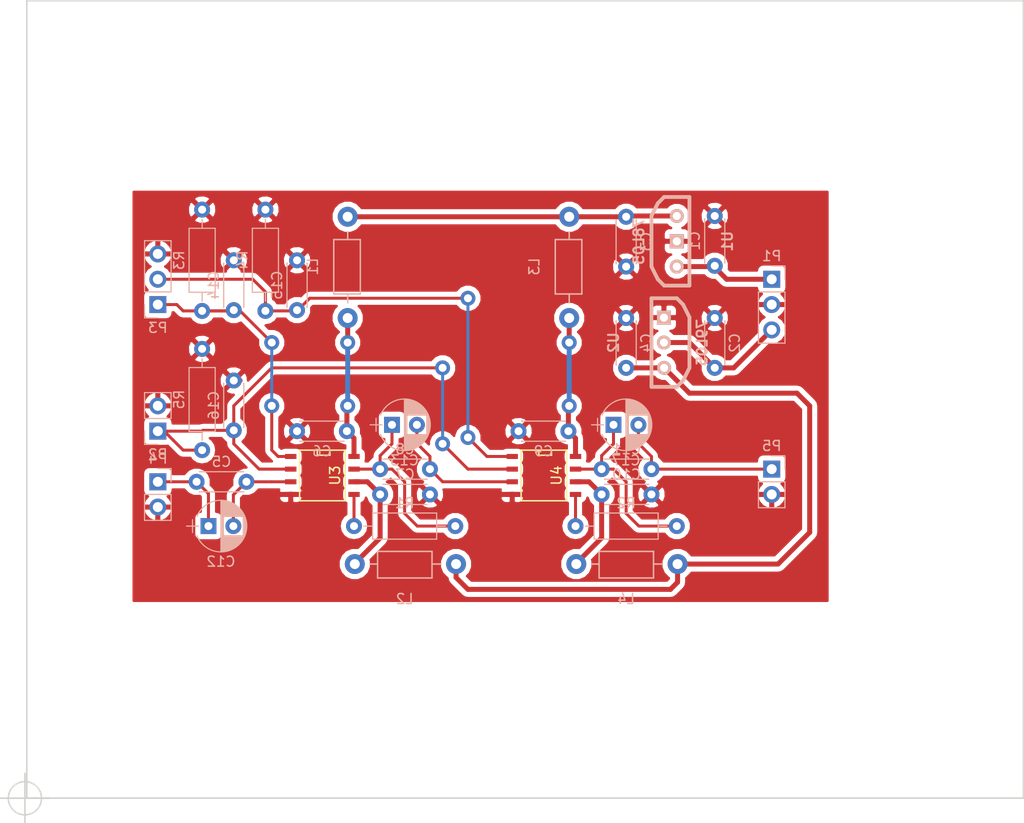
<source format=kicad_pcb>
(kicad_pcb (version 4) (host pcbnew 4.0.6-e0-6349~53~ubuntu16.04.1)

  (general
    (links 66)
    (no_connects 0)
    (area 41.315 39.924999 144.075001 122.515)
    (thickness 1.6)
    (drawings 5)
    (tracks 137)
    (zones 0)
    (modules 35)
    (nets 21)
  )

  (page A4)
  (layers
    (0 F.Cu signal)
    (31 B.Cu signal)
    (32 B.Adhes user)
    (33 F.Adhes user)
    (34 B.Paste user)
    (35 F.Paste user)
    (36 B.SilkS user)
    (37 F.SilkS user)
    (38 B.Mask user)
    (39 F.Mask user)
    (40 Dwgs.User user)
    (41 Cmts.User user)
    (42 Eco1.User user)
    (43 Eco2.User user)
    (44 Edge.Cuts user)
    (45 Margin user)
    (46 B.CrtYd user)
    (47 F.CrtYd user)
    (48 B.Fab user hide)
    (49 F.Fab user)
  )

  (setup
    (last_trace_width 0.3)
    (trace_clearance 0.3)
    (zone_clearance 0.508)
    (zone_45_only no)
    (trace_min 0.2)
    (segment_width 0.2)
    (edge_width 0.15)
    (via_size 1.5)
    (via_drill 0.8)
    (via_min_size 0.4)
    (via_min_drill 0.3)
    (uvia_size 0.3)
    (uvia_drill 0.1)
    (uvias_allowed no)
    (uvia_min_size 0)
    (uvia_min_drill 0)
    (pcb_text_width 0.3)
    (pcb_text_size 1.5 1.5)
    (mod_edge_width 0.15)
    (mod_text_size 1 1)
    (mod_text_width 0.15)
    (pad_size 1.99898 1.99898)
    (pad_drill 1)
    (pad_to_mask_clearance 0.2)
    (aux_axis_origin 43.815 120.015)
    (grid_origin 43.815 120.015)
    (visible_elements FFFFFF7F)
    (pcbplotparams
      (layerselection 0x00030_80000001)
      (usegerberextensions false)
      (excludeedgelayer true)
      (linewidth 0.100000)
      (plotframeref false)
      (viasonmask false)
      (mode 1)
      (useauxorigin true)
      (hpglpennumber 1)
      (hpglpenspeed 20)
      (hpglpendiameter 15)
      (hpglpenoverlay 2)
      (psnegative false)
      (psa4output false)
      (plotreference true)
      (plotvalue true)
      (plotinvisibletext false)
      (padsonsilk false)
      (subtractmaskfromsilk false)
      (outputformat 1)
      (mirror false)
      (drillshape 0)
      (scaleselection 1)
      (outputdirectory /home/duncan/smb4k/MICROSERVER/duncan/duncan/EDA/SignalGenerator/Amp/))
  )

  (net 0 "")
  (net 1 GND)
  (net 2 "Net-(C6-Pad2)")
  (net 3 "Net-(C7-Pad2)")
  (net 4 "Net-(C9-Pad2)")
  (net 5 "Net-(C10-Pad2)")
  (net 6 "Net-(C11-Pad1)")
  (net 7 "Net-(C11-Pad2)")
  (net 8 -9V)
  (net 9 9V)
  (net 10 "Net-(R1-Pad2)")
  (net 11 "Net-(R2-Pad2)")
  (net 12 +5V)
  (net 13 VSS)
  (net 14 "Net-(C12-Pad2)")
  (net 15 "Net-(C12-Pad1)")
  (net 16 "Net-(C13-Pad2)")
  (net 17 "Net-(C13-Pad1)")
  (net 18 "Net-(C14-Pad2)")
  (net 19 "Net-(C15-Pad2)")
  (net 20 "Net-(C16-Pad2)")

  (net_class Default "This is the default net class."
    (clearance 0.3)
    (trace_width 0.3)
    (via_dia 1.5)
    (via_drill 0.8)
    (uvia_dia 0.3)
    (uvia_drill 0.1)
    (add_net "Net-(C11-Pad1)")
    (add_net "Net-(C11-Pad2)")
    (add_net "Net-(C12-Pad1)")
    (add_net "Net-(C12-Pad2)")
    (add_net "Net-(C13-Pad1)")
    (add_net "Net-(C13-Pad2)")
    (add_net "Net-(C14-Pad2)")
    (add_net "Net-(C15-Pad2)")
    (add_net "Net-(C16-Pad2)")
    (add_net "Net-(R1-Pad2)")
    (add_net "Net-(R2-Pad2)")
  )

  (net_class Power ""
    (clearance 0.3)
    (trace_width 0.5)
    (via_dia 1.5)
    (via_drill 0.8)
    (uvia_dia 0.3)
    (uvia_drill 0.1)
    (add_net +5V)
    (add_net -9V)
    (add_net 9V)
    (add_net GND)
    (add_net "Net-(C10-Pad2)")
    (add_net "Net-(C6-Pad2)")
    (add_net "Net-(C7-Pad2)")
    (add_net "Net-(C9-Pad2)")
    (add_net VSS)
  )

  (module Choke_Axial_ThroughHole:Choke_Horizontal_RM10mm (layer B.Cu) (tedit 5900C3DA) (tstamp 58FF20D1)
    (at 81.915 96.52)
    (descr "Choke, Axial, 10mm")
    (tags "Choke, Axial, 10mm")
    (path /58FF1F1E)
    (fp_text reference L2 (at 0 3.50012) (layer B.SilkS)
      (effects (font (size 1 1) (thickness 0.15)) (justify mirror))
    )
    (fp_text value L_Small (at 0 -4.0005) (layer B.Fab)
      (effects (font (size 1 1) (thickness 0.15)) (justify mirror))
    )
    (fp_line (start -2.71526 0) (end -3.47726 0) (layer B.SilkS) (width 0.15))
    (fp_line (start 2.74574 0) (end 3.63474 0) (layer B.SilkS) (width 0.15))
    (fp_line (start -2.71526 -1.27) (end -2.71526 1.397) (layer B.SilkS) (width 0.15))
    (fp_line (start -2.71526 1.397) (end 2.74574 1.397) (layer B.SilkS) (width 0.15))
    (fp_line (start 2.74574 1.397) (end 2.74574 -1.27) (layer B.SilkS) (width 0.15))
    (fp_line (start 2.74574 -1.27) (end -2.71526 -1.27) (layer B.SilkS) (width 0.15))
    (pad 1 thru_hole circle (at -5.00126 0) (size 1.99898 1.99898) (drill 1) (layers *.Cu *.Mask)
      (net 3 "Net-(C7-Pad2)"))
    (pad 2 thru_hole circle (at 5.15874 0) (size 1.99898 1.99898) (drill 1) (layers *.Cu *.Mask)
      (net 13 VSS))
  )

  (module Resistors_ThroughHole:R_Axial_DIN0207_L6.3mm_D2.5mm_P10.16mm_Horizontal (layer B.Cu) (tedit 5874F706) (tstamp 5900B7A0)
    (at 61.595 74.93 270)
    (descr "Resistor, Axial_DIN0207 series, Axial, Horizontal, pin pitch=10.16mm, 0.25W = 1/4W, length*diameter=6.3*2.5mm^2, http://cdn-reichelt.de/documents/datenblatt/B400/1_4W%23YAG.pdf")
    (tags "Resistor Axial_DIN0207 series Axial Horizontal pin pitch 10.16mm 0.25W = 1/4W length 6.3mm diameter 2.5mm")
    (path /59007148)
    (fp_text reference R5 (at 5.08 2.31 270) (layer B.SilkS)
      (effects (font (size 1 1) (thickness 0.15)) (justify mirror))
    )
    (fp_text value R (at 5.08 -2.31 270) (layer B.Fab)
      (effects (font (size 1 1) (thickness 0.15)) (justify mirror))
    )
    (fp_line (start 1.93 1.25) (end 1.93 -1.25) (layer B.Fab) (width 0.1))
    (fp_line (start 1.93 -1.25) (end 8.23 -1.25) (layer B.Fab) (width 0.1))
    (fp_line (start 8.23 -1.25) (end 8.23 1.25) (layer B.Fab) (width 0.1))
    (fp_line (start 8.23 1.25) (end 1.93 1.25) (layer B.Fab) (width 0.1))
    (fp_line (start 0 0) (end 1.93 0) (layer B.Fab) (width 0.1))
    (fp_line (start 10.16 0) (end 8.23 0) (layer B.Fab) (width 0.1))
    (fp_line (start 1.87 1.31) (end 1.87 -1.31) (layer B.SilkS) (width 0.12))
    (fp_line (start 1.87 -1.31) (end 8.29 -1.31) (layer B.SilkS) (width 0.12))
    (fp_line (start 8.29 -1.31) (end 8.29 1.31) (layer B.SilkS) (width 0.12))
    (fp_line (start 8.29 1.31) (end 1.87 1.31) (layer B.SilkS) (width 0.12))
    (fp_line (start 0.98 0) (end 1.87 0) (layer B.SilkS) (width 0.12))
    (fp_line (start 9.18 0) (end 8.29 0) (layer B.SilkS) (width 0.12))
    (fp_line (start -1.05 1.6) (end -1.05 -1.6) (layer B.CrtYd) (width 0.05))
    (fp_line (start -1.05 -1.6) (end 11.25 -1.6) (layer B.CrtYd) (width 0.05))
    (fp_line (start 11.25 -1.6) (end 11.25 1.6) (layer B.CrtYd) (width 0.05))
    (fp_line (start 11.25 1.6) (end -1.05 1.6) (layer B.CrtYd) (width 0.05))
    (pad 1 thru_hole circle (at 0 0 270) (size 1.6 1.6) (drill 0.8) (layers *.Cu *.Mask)
      (net 1 GND))
    (pad 2 thru_hole oval (at 10.16 0 270) (size 1.6 1.6) (drill 0.8) (layers *.Cu *.Mask)
      (net 20 "Net-(C16-Pad2)"))
    (model Resistors_THT.3dshapes/R_Axial_DIN0207_L6.3mm_D2.5mm_P10.16mm_Horizontal.wrl
      (at (xyz 0 0 0))
      (scale (xyz 0.393701 0.393701 0.393701))
      (rotate (xyz 0 0 0))
    )
  )

  (module Choke_Axial_ThroughHole:Choke_Horizontal_RM10mm (layer B.Cu) (tedit 542A89AC) (tstamp 58FF20CB)
    (at 76.2 66.675 270)
    (descr "Choke, Axial, 10mm")
    (tags "Choke, Axial, 10mm")
    (path /58FF1C0A)
    (fp_text reference L1 (at 0 3.50012 270) (layer B.SilkS)
      (effects (font (size 1 1) (thickness 0.15)) (justify mirror))
    )
    (fp_text value L_Small (at 0 -4.0005 270) (layer B.Fab)
      (effects (font (size 1 1) (thickness 0.15)) (justify mirror))
    )
    (fp_line (start -2.71526 0) (end -3.47726 0) (layer B.SilkS) (width 0.15))
    (fp_line (start 2.74574 0) (end 3.63474 0) (layer B.SilkS) (width 0.15))
    (fp_line (start -2.71526 -1.27) (end -2.71526 1.397) (layer B.SilkS) (width 0.15))
    (fp_line (start -2.71526 1.397) (end 2.74574 1.397) (layer B.SilkS) (width 0.15))
    (fp_line (start 2.74574 1.397) (end 2.74574 -1.27) (layer B.SilkS) (width 0.15))
    (fp_line (start 2.74574 -1.27) (end -2.71526 -1.27) (layer B.SilkS) (width 0.15))
    (pad 1 thru_hole circle (at -5.00126 0 270) (size 1.99898 1.99898) (drill 1.00076) (layers *.Cu *.Mask)
      (net 12 +5V))
    (pad 2 thru_hole circle (at 5.15874 0 270) (size 1.99898 1.99898) (drill 1.00076) (layers *.Cu *.Mask)
      (net 2 "Net-(C6-Pad2)"))
  )

  (module Choke_Axial_ThroughHole:Choke_Horizontal_RM10mm (layer B.Cu) (tedit 542A89AC) (tstamp 58FF20D7)
    (at 98.425 66.675 270)
    (descr "Choke, Axial, 10mm")
    (tags "Choke, Axial, 10mm")
    (path /58FF1D50)
    (fp_text reference L3 (at 0 3.50012 270) (layer B.SilkS)
      (effects (font (size 1 1) (thickness 0.15)) (justify mirror))
    )
    (fp_text value L_Small (at 0 -4.0005 270) (layer B.Fab)
      (effects (font (size 1 1) (thickness 0.15)) (justify mirror))
    )
    (fp_line (start -2.71526 0) (end -3.47726 0) (layer B.SilkS) (width 0.15))
    (fp_line (start 2.74574 0) (end 3.63474 0) (layer B.SilkS) (width 0.15))
    (fp_line (start -2.71526 -1.27) (end -2.71526 1.397) (layer B.SilkS) (width 0.15))
    (fp_line (start -2.71526 1.397) (end 2.74574 1.397) (layer B.SilkS) (width 0.15))
    (fp_line (start 2.74574 1.397) (end 2.74574 -1.27) (layer B.SilkS) (width 0.15))
    (fp_line (start 2.74574 -1.27) (end -2.71526 -1.27) (layer B.SilkS) (width 0.15))
    (pad 1 thru_hole circle (at -5.00126 0 270) (size 1.99898 1.99898) (drill 1.00076) (layers *.Cu *.Mask)
      (net 12 +5V))
    (pad 2 thru_hole circle (at 5.15874 0 270) (size 1.99898 1.99898) (drill 1.00076) (layers *.Cu *.Mask)
      (net 4 "Net-(C9-Pad2)"))
  )

  (module Choke_Axial_ThroughHole:Choke_Horizontal_RM10mm (layer B.Cu) (tedit 5900C404) (tstamp 58FF20DD)
    (at 104.14 96.52)
    (descr "Choke, Axial, 10mm")
    (tags "Choke, Axial, 10mm")
    (path /58FF1F24)
    (fp_text reference L4 (at 0 3.50012) (layer B.SilkS)
      (effects (font (size 1 1) (thickness 0.15)) (justify mirror))
    )
    (fp_text value L_Small (at 0 -4.0005) (layer B.Fab)
      (effects (font (size 1 1) (thickness 0.15)) (justify mirror))
    )
    (fp_line (start -2.71526 0) (end -3.47726 0) (layer B.SilkS) (width 0.15))
    (fp_line (start 2.74574 0) (end 3.63474 0) (layer B.SilkS) (width 0.15))
    (fp_line (start -2.71526 -1.27) (end -2.71526 1.397) (layer B.SilkS) (width 0.15))
    (fp_line (start -2.71526 1.397) (end 2.74574 1.397) (layer B.SilkS) (width 0.15))
    (fp_line (start 2.74574 1.397) (end 2.74574 -1.27) (layer B.SilkS) (width 0.15))
    (fp_line (start 2.74574 -1.27) (end -2.71526 -1.27) (layer B.SilkS) (width 0.15))
    (pad 1 thru_hole circle (at -5.00126 0) (size 1.99898 1.99898) (drill 1) (layers *.Cu *.Mask)
      (net 5 "Net-(C10-Pad2)"))
    (pad 2 thru_hole circle (at 5.15874 0) (size 1.99898 1.99898) (drill 1) (layers *.Cu *.Mask)
      (net 13 VSS))
  )

  (module Pin_Headers:Pin_Header_Straight_1x03_Pitch2.54mm (layer B.Cu) (tedit 58CD4EC1) (tstamp 58FF2D98)
    (at 118.745 67.945 180)
    (descr "Through hole straight pin header, 1x03, 2.54mm pitch, single row")
    (tags "Through hole pin header THT 1x03 2.54mm single row")
    (path /58FF4C11)
    (fp_text reference P1 (at 0 2.33 180) (layer B.SilkS)
      (effects (font (size 1 1) (thickness 0.15)) (justify mirror))
    )
    (fp_text value CONN_01X03 (at 0 -7.41 180) (layer B.Fab)
      (effects (font (size 1 1) (thickness 0.15)) (justify mirror))
    )
    (fp_line (start -1.27 1.27) (end -1.27 -6.35) (layer B.Fab) (width 0.1))
    (fp_line (start -1.27 -6.35) (end 1.27 -6.35) (layer B.Fab) (width 0.1))
    (fp_line (start 1.27 -6.35) (end 1.27 1.27) (layer B.Fab) (width 0.1))
    (fp_line (start 1.27 1.27) (end -1.27 1.27) (layer B.Fab) (width 0.1))
    (fp_line (start -1.33 -1.27) (end -1.33 -6.41) (layer B.SilkS) (width 0.12))
    (fp_line (start -1.33 -6.41) (end 1.33 -6.41) (layer B.SilkS) (width 0.12))
    (fp_line (start 1.33 -6.41) (end 1.33 -1.27) (layer B.SilkS) (width 0.12))
    (fp_line (start 1.33 -1.27) (end -1.33 -1.27) (layer B.SilkS) (width 0.12))
    (fp_line (start -1.33 0) (end -1.33 1.33) (layer B.SilkS) (width 0.12))
    (fp_line (start -1.33 1.33) (end 0 1.33) (layer B.SilkS) (width 0.12))
    (fp_line (start -1.8 1.8) (end -1.8 -6.85) (layer B.CrtYd) (width 0.05))
    (fp_line (start -1.8 -6.85) (end 1.8 -6.85) (layer B.CrtYd) (width 0.05))
    (fp_line (start 1.8 -6.85) (end 1.8 1.8) (layer B.CrtYd) (width 0.05))
    (fp_line (start 1.8 1.8) (end -1.8 1.8) (layer B.CrtYd) (width 0.05))
    (fp_text user %R (at 0 2.33 180) (layer B.Fab)
      (effects (font (size 1 1) (thickness 0.15)) (justify mirror))
    )
    (pad 1 thru_hole rect (at 0 0 180) (size 1.7 1.7) (drill 1) (layers *.Cu *.Mask)
      (net 9 9V))
    (pad 2 thru_hole oval (at 0 -2.54 180) (size 1.7 1.7) (drill 1) (layers *.Cu *.Mask)
      (net 1 GND))
    (pad 3 thru_hole oval (at 0 -5.08 180) (size 1.7 1.7) (drill 1) (layers *.Cu *.Mask)
      (net 8 -9V))
    (model ${KISYS3DMOD}/Pin_Headers.3dshapes/Pin_Header_Straight_1x03_Pitch2.54mm.wrl
      (at (xyz 0 -0.1 0))
      (scale (xyz 1 1 1))
      (rotate (xyz 0 0 90))
    )
  )

  (module Pin_Headers:Pin_Header_Straight_1x02_Pitch2.54mm (layer B.Cu) (tedit 58CD4EC1) (tstamp 58FF2D9E)
    (at 57.15 83.185)
    (descr "Through hole straight pin header, 1x02, 2.54mm pitch, single row")
    (tags "Through hole pin header THT 1x02 2.54mm single row")
    (path /58FF47D3)
    (fp_text reference P2 (at 0 2.33) (layer B.SilkS)
      (effects (font (size 1 1) (thickness 0.15)) (justify mirror))
    )
    (fp_text value BNC (at 0 -4.87) (layer B.Fab)
      (effects (font (size 1 1) (thickness 0.15)) (justify mirror))
    )
    (fp_line (start -1.27 1.27) (end -1.27 -3.81) (layer B.Fab) (width 0.1))
    (fp_line (start -1.27 -3.81) (end 1.27 -3.81) (layer B.Fab) (width 0.1))
    (fp_line (start 1.27 -3.81) (end 1.27 1.27) (layer B.Fab) (width 0.1))
    (fp_line (start 1.27 1.27) (end -1.27 1.27) (layer B.Fab) (width 0.1))
    (fp_line (start -1.33 -1.27) (end -1.33 -3.87) (layer B.SilkS) (width 0.12))
    (fp_line (start -1.33 -3.87) (end 1.33 -3.87) (layer B.SilkS) (width 0.12))
    (fp_line (start 1.33 -3.87) (end 1.33 -1.27) (layer B.SilkS) (width 0.12))
    (fp_line (start 1.33 -1.27) (end -1.33 -1.27) (layer B.SilkS) (width 0.12))
    (fp_line (start -1.33 0) (end -1.33 1.33) (layer B.SilkS) (width 0.12))
    (fp_line (start -1.33 1.33) (end 0 1.33) (layer B.SilkS) (width 0.12))
    (fp_line (start -1.8 1.8) (end -1.8 -4.35) (layer B.CrtYd) (width 0.05))
    (fp_line (start -1.8 -4.35) (end 1.8 -4.35) (layer B.CrtYd) (width 0.05))
    (fp_line (start 1.8 -4.35) (end 1.8 1.8) (layer B.CrtYd) (width 0.05))
    (fp_line (start 1.8 1.8) (end -1.8 1.8) (layer B.CrtYd) (width 0.05))
    (fp_text user %R (at 0 2.33) (layer B.Fab)
      (effects (font (size 1 1) (thickness 0.15)) (justify mirror))
    )
    (pad 1 thru_hole rect (at 0 0) (size 1.7 1.7) (drill 1) (layers *.Cu *.Mask)
      (net 20 "Net-(C16-Pad2)"))
    (pad 2 thru_hole oval (at 0 -2.54) (size 1.7 1.7) (drill 1) (layers *.Cu *.Mask)
      (net 1 GND))
    (model ${KISYS3DMOD}/Pin_Headers.3dshapes/Pin_Header_Straight_1x02_Pitch2.54mm.wrl
      (at (xyz 0 -0.05 0))
      (scale (xyz 1 1 1))
      (rotate (xyz 0 0 90))
    )
  )

  (module Pin_Headers:Pin_Header_Straight_1x03_Pitch2.54mm (layer B.Cu) (tedit 58CD4EC1) (tstamp 58FF2DA5)
    (at 57.15 70.485)
    (descr "Through hole straight pin header, 1x03, 2.54mm pitch, single row")
    (tags "Through hole pin header THT 1x03 2.54mm single row")
    (path /58FF485C)
    (fp_text reference P3 (at 0 2.33) (layer B.SilkS)
      (effects (font (size 1 1) (thickness 0.15)) (justify mirror))
    )
    (fp_text value CONN_01X03 (at 0 -7.41) (layer B.Fab)
      (effects (font (size 1 1) (thickness 0.15)) (justify mirror))
    )
    (fp_line (start -1.27 1.27) (end -1.27 -6.35) (layer B.Fab) (width 0.1))
    (fp_line (start -1.27 -6.35) (end 1.27 -6.35) (layer B.Fab) (width 0.1))
    (fp_line (start 1.27 -6.35) (end 1.27 1.27) (layer B.Fab) (width 0.1))
    (fp_line (start 1.27 1.27) (end -1.27 1.27) (layer B.Fab) (width 0.1))
    (fp_line (start -1.33 -1.27) (end -1.33 -6.41) (layer B.SilkS) (width 0.12))
    (fp_line (start -1.33 -6.41) (end 1.33 -6.41) (layer B.SilkS) (width 0.12))
    (fp_line (start 1.33 -6.41) (end 1.33 -1.27) (layer B.SilkS) (width 0.12))
    (fp_line (start 1.33 -1.27) (end -1.33 -1.27) (layer B.SilkS) (width 0.12))
    (fp_line (start -1.33 0) (end -1.33 1.33) (layer B.SilkS) (width 0.12))
    (fp_line (start -1.33 1.33) (end 0 1.33) (layer B.SilkS) (width 0.12))
    (fp_line (start -1.8 1.8) (end -1.8 -6.85) (layer B.CrtYd) (width 0.05))
    (fp_line (start -1.8 -6.85) (end 1.8 -6.85) (layer B.CrtYd) (width 0.05))
    (fp_line (start 1.8 -6.85) (end 1.8 1.8) (layer B.CrtYd) (width 0.05))
    (fp_line (start 1.8 1.8) (end -1.8 1.8) (layer B.CrtYd) (width 0.05))
    (fp_text user %R (at 0 2.33) (layer B.Fab)
      (effects (font (size 1 1) (thickness 0.15)) (justify mirror))
    )
    (pad 1 thru_hole rect (at 0 0) (size 1.7 1.7) (drill 1) (layers *.Cu *.Mask)
      (net 18 "Net-(C14-Pad2)"))
    (pad 2 thru_hole oval (at 0 -2.54) (size 1.7 1.7) (drill 1) (layers *.Cu *.Mask)
      (net 19 "Net-(C15-Pad2)"))
    (pad 3 thru_hole oval (at 0 -5.08) (size 1.7 1.7) (drill 1) (layers *.Cu *.Mask)
      (net 1 GND))
    (model ${KISYS3DMOD}/Pin_Headers.3dshapes/Pin_Header_Straight_1x03_Pitch2.54mm.wrl
      (at (xyz 0 -0.1 0))
      (scale (xyz 1 1 1))
      (rotate (xyz 0 0 90))
    )
  )

  (module Pin_Headers:Pin_Header_Straight_1x02_Pitch2.54mm (layer B.Cu) (tedit 58CD4EC1) (tstamp 58FF2DAB)
    (at 57.15 88.265 180)
    (descr "Through hole straight pin header, 1x02, 2.54mm pitch, single row")
    (tags "Through hole pin header THT 1x02 2.54mm single row")
    (path /58FF4712)
    (fp_text reference P4 (at 0 2.33 180) (layer B.SilkS)
      (effects (font (size 1 1) (thickness 0.15)) (justify mirror))
    )
    (fp_text value BNC (at 0 -4.87 180) (layer B.Fab)
      (effects (font (size 1 1) (thickness 0.15)) (justify mirror))
    )
    (fp_line (start -1.27 1.27) (end -1.27 -3.81) (layer B.Fab) (width 0.1))
    (fp_line (start -1.27 -3.81) (end 1.27 -3.81) (layer B.Fab) (width 0.1))
    (fp_line (start 1.27 -3.81) (end 1.27 1.27) (layer B.Fab) (width 0.1))
    (fp_line (start 1.27 1.27) (end -1.27 1.27) (layer B.Fab) (width 0.1))
    (fp_line (start -1.33 -1.27) (end -1.33 -3.87) (layer B.SilkS) (width 0.12))
    (fp_line (start -1.33 -3.87) (end 1.33 -3.87) (layer B.SilkS) (width 0.12))
    (fp_line (start 1.33 -3.87) (end 1.33 -1.27) (layer B.SilkS) (width 0.12))
    (fp_line (start 1.33 -1.27) (end -1.33 -1.27) (layer B.SilkS) (width 0.12))
    (fp_line (start -1.33 0) (end -1.33 1.33) (layer B.SilkS) (width 0.12))
    (fp_line (start -1.33 1.33) (end 0 1.33) (layer B.SilkS) (width 0.12))
    (fp_line (start -1.8 1.8) (end -1.8 -4.35) (layer B.CrtYd) (width 0.05))
    (fp_line (start -1.8 -4.35) (end 1.8 -4.35) (layer B.CrtYd) (width 0.05))
    (fp_line (start 1.8 -4.35) (end 1.8 1.8) (layer B.CrtYd) (width 0.05))
    (fp_line (start 1.8 1.8) (end -1.8 1.8) (layer B.CrtYd) (width 0.05))
    (fp_text user %R (at 0 2.33 180) (layer B.Fab)
      (effects (font (size 1 1) (thickness 0.15)) (justify mirror))
    )
    (pad 1 thru_hole rect (at 0 0 180) (size 1.7 1.7) (drill 1) (layers *.Cu *.Mask)
      (net 15 "Net-(C12-Pad1)"))
    (pad 2 thru_hole oval (at 0 -2.54 180) (size 1.7 1.7) (drill 1) (layers *.Cu *.Mask)
      (net 1 GND))
    (model ${KISYS3DMOD}/Pin_Headers.3dshapes/Pin_Header_Straight_1x02_Pitch2.54mm.wrl
      (at (xyz 0 -0.05 0))
      (scale (xyz 1 1 1))
      (rotate (xyz 0 0 90))
    )
  )

  (module Pin_Headers:Pin_Header_Straight_1x02_Pitch2.54mm (layer B.Cu) (tedit 58CD4EC1) (tstamp 58FF2DB1)
    (at 118.745 86.995 180)
    (descr "Through hole straight pin header, 1x02, 2.54mm pitch, single row")
    (tags "Through hole pin header THT 1x02 2.54mm single row")
    (path /58FF494D)
    (fp_text reference P5 (at 0 2.33 180) (layer B.SilkS)
      (effects (font (size 1 1) (thickness 0.15)) (justify mirror))
    )
    (fp_text value BNC (at 0 -4.87 180) (layer B.Fab)
      (effects (font (size 1 1) (thickness 0.15)) (justify mirror))
    )
    (fp_line (start -1.27 1.27) (end -1.27 -3.81) (layer B.Fab) (width 0.1))
    (fp_line (start -1.27 -3.81) (end 1.27 -3.81) (layer B.Fab) (width 0.1))
    (fp_line (start 1.27 -3.81) (end 1.27 1.27) (layer B.Fab) (width 0.1))
    (fp_line (start 1.27 1.27) (end -1.27 1.27) (layer B.Fab) (width 0.1))
    (fp_line (start -1.33 -1.27) (end -1.33 -3.87) (layer B.SilkS) (width 0.12))
    (fp_line (start -1.33 -3.87) (end 1.33 -3.87) (layer B.SilkS) (width 0.12))
    (fp_line (start 1.33 -3.87) (end 1.33 -1.27) (layer B.SilkS) (width 0.12))
    (fp_line (start 1.33 -1.27) (end -1.33 -1.27) (layer B.SilkS) (width 0.12))
    (fp_line (start -1.33 0) (end -1.33 1.33) (layer B.SilkS) (width 0.12))
    (fp_line (start -1.33 1.33) (end 0 1.33) (layer B.SilkS) (width 0.12))
    (fp_line (start -1.8 1.8) (end -1.8 -4.35) (layer B.CrtYd) (width 0.05))
    (fp_line (start -1.8 -4.35) (end 1.8 -4.35) (layer B.CrtYd) (width 0.05))
    (fp_line (start 1.8 -4.35) (end 1.8 1.8) (layer B.CrtYd) (width 0.05))
    (fp_line (start 1.8 1.8) (end -1.8 1.8) (layer B.CrtYd) (width 0.05))
    (fp_text user %R (at 0 2.33 180) (layer B.Fab)
      (effects (font (size 1 1) (thickness 0.15)) (justify mirror))
    )
    (pad 1 thru_hole rect (at 0 0 180) (size 1.7 1.7) (drill 1) (layers *.Cu *.Mask)
      (net 6 "Net-(C11-Pad1)"))
    (pad 2 thru_hole oval (at 0 -2.54 180) (size 1.7 1.7) (drill 1) (layers *.Cu *.Mask)
      (net 1 GND))
    (model ${KISYS3DMOD}/Pin_Headers.3dshapes/Pin_Header_Straight_1x02_Pitch2.54mm.wrl
      (at (xyz 0 -0.05 0))
      (scale (xyz 1 1 1))
      (rotate (xyz 0 0 90))
    )
  )

  (module Capacitors_ThroughHole:C_Disc_D4.3mm_W1.9mm_P5.00mm (layer B.Cu) (tedit 58765D06) (tstamp 590068A6)
    (at 113.03 61.595 270)
    (descr "C, Disc series, Radial, pin pitch=5.00mm, , diameter*width=4.3*1.9mm^2, Capacitor, http://www.vishay.com/docs/45233/krseries.pdf")
    (tags "C Disc series Radial pin pitch 5.00mm  diameter 4.3mm width 1.9mm Capacitor")
    (path /58FF322F)
    (fp_text reference C1 (at 2.5 2.01 270) (layer B.SilkS)
      (effects (font (size 1 1) (thickness 0.15)) (justify mirror))
    )
    (fp_text value C (at 2.5 -2.01 270) (layer B.Fab)
      (effects (font (size 1 1) (thickness 0.15)) (justify mirror))
    )
    (fp_line (start 0.35 0.95) (end 0.35 -0.95) (layer B.Fab) (width 0.1))
    (fp_line (start 0.35 -0.95) (end 4.65 -0.95) (layer B.Fab) (width 0.1))
    (fp_line (start 4.65 -0.95) (end 4.65 0.95) (layer B.Fab) (width 0.1))
    (fp_line (start 4.65 0.95) (end 0.35 0.95) (layer B.Fab) (width 0.1))
    (fp_line (start 0.29 1.01) (end 4.71 1.01) (layer B.SilkS) (width 0.12))
    (fp_line (start 0.29 -1.01) (end 4.71 -1.01) (layer B.SilkS) (width 0.12))
    (fp_line (start 0.29 1.01) (end 0.29 0.996) (layer B.SilkS) (width 0.12))
    (fp_line (start 0.29 -0.996) (end 0.29 -1.01) (layer B.SilkS) (width 0.12))
    (fp_line (start 4.71 1.01) (end 4.71 0.996) (layer B.SilkS) (width 0.12))
    (fp_line (start 4.71 -0.996) (end 4.71 -1.01) (layer B.SilkS) (width 0.12))
    (fp_line (start -1.05 1.3) (end -1.05 -1.3) (layer B.CrtYd) (width 0.05))
    (fp_line (start -1.05 -1.3) (end 6.05 -1.3) (layer B.CrtYd) (width 0.05))
    (fp_line (start 6.05 -1.3) (end 6.05 1.3) (layer B.CrtYd) (width 0.05))
    (fp_line (start 6.05 1.3) (end -1.05 1.3) (layer B.CrtYd) (width 0.05))
    (pad 1 thru_hole circle (at 0 0 270) (size 1.6 1.6) (drill 0.8) (layers *.Cu *.Mask)
      (net 1 GND))
    (pad 2 thru_hole circle (at 5 0 270) (size 1.6 1.6) (drill 0.8) (layers *.Cu *.Mask)
      (net 9 9V))
    (model Capacitors_THT.3dshapes/C_Disc_D4.3mm_W1.9mm_P5.00mm.wrl
      (at (xyz 0 0 0))
      (scale (xyz 0.393701 0.393701 0.393701))
      (rotate (xyz 0 0 0))
    )
  )

  (module Capacitors_ThroughHole:C_Disc_D4.3mm_W1.9mm_P5.00mm (layer B.Cu) (tedit 58765D06) (tstamp 590068AB)
    (at 113.03 76.835 90)
    (descr "C, Disc series, Radial, pin pitch=5.00mm, , diameter*width=4.3*1.9mm^2, Capacitor, http://www.vishay.com/docs/45233/krseries.pdf")
    (tags "C Disc series Radial pin pitch 5.00mm  diameter 4.3mm width 1.9mm Capacitor")
    (path /58FF32EE)
    (fp_text reference C2 (at 2.5 2.01 90) (layer B.SilkS)
      (effects (font (size 1 1) (thickness 0.15)) (justify mirror))
    )
    (fp_text value C (at 2.5 -2.01 90) (layer B.Fab)
      (effects (font (size 1 1) (thickness 0.15)) (justify mirror))
    )
    (fp_line (start 0.35 0.95) (end 0.35 -0.95) (layer B.Fab) (width 0.1))
    (fp_line (start 0.35 -0.95) (end 4.65 -0.95) (layer B.Fab) (width 0.1))
    (fp_line (start 4.65 -0.95) (end 4.65 0.95) (layer B.Fab) (width 0.1))
    (fp_line (start 4.65 0.95) (end 0.35 0.95) (layer B.Fab) (width 0.1))
    (fp_line (start 0.29 1.01) (end 4.71 1.01) (layer B.SilkS) (width 0.12))
    (fp_line (start 0.29 -1.01) (end 4.71 -1.01) (layer B.SilkS) (width 0.12))
    (fp_line (start 0.29 1.01) (end 0.29 0.996) (layer B.SilkS) (width 0.12))
    (fp_line (start 0.29 -0.996) (end 0.29 -1.01) (layer B.SilkS) (width 0.12))
    (fp_line (start 4.71 1.01) (end 4.71 0.996) (layer B.SilkS) (width 0.12))
    (fp_line (start 4.71 -0.996) (end 4.71 -1.01) (layer B.SilkS) (width 0.12))
    (fp_line (start -1.05 1.3) (end -1.05 -1.3) (layer B.CrtYd) (width 0.05))
    (fp_line (start -1.05 -1.3) (end 6.05 -1.3) (layer B.CrtYd) (width 0.05))
    (fp_line (start 6.05 -1.3) (end 6.05 1.3) (layer B.CrtYd) (width 0.05))
    (fp_line (start 6.05 1.3) (end -1.05 1.3) (layer B.CrtYd) (width 0.05))
    (pad 1 thru_hole circle (at 0 0 90) (size 1.6 1.6) (drill 0.8) (layers *.Cu *.Mask)
      (net 8 -9V))
    (pad 2 thru_hole circle (at 5 0 90) (size 1.6 1.6) (drill 0.8) (layers *.Cu *.Mask)
      (net 1 GND))
    (model Capacitors_THT.3dshapes/C_Disc_D4.3mm_W1.9mm_P5.00mm.wrl
      (at (xyz 0 0 0))
      (scale (xyz 0.393701 0.393701 0.393701))
      (rotate (xyz 0 0 0))
    )
  )

  (module Capacitors_ThroughHole:C_Disc_D4.3mm_W1.9mm_P5.00mm (layer B.Cu) (tedit 58765D06) (tstamp 590068B0)
    (at 104.14 66.675 90)
    (descr "C, Disc series, Radial, pin pitch=5.00mm, , diameter*width=4.3*1.9mm^2, Capacitor, http://www.vishay.com/docs/45233/krseries.pdf")
    (tags "C Disc series Radial pin pitch 5.00mm  diameter 4.3mm width 1.9mm Capacitor")
    (path /58FF3179)
    (fp_text reference C3 (at 2.5 2.01 90) (layer B.SilkS)
      (effects (font (size 1 1) (thickness 0.15)) (justify mirror))
    )
    (fp_text value C (at 2.5 -2.01 90) (layer B.Fab)
      (effects (font (size 1 1) (thickness 0.15)) (justify mirror))
    )
    (fp_line (start 0.35 0.95) (end 0.35 -0.95) (layer B.Fab) (width 0.1))
    (fp_line (start 0.35 -0.95) (end 4.65 -0.95) (layer B.Fab) (width 0.1))
    (fp_line (start 4.65 -0.95) (end 4.65 0.95) (layer B.Fab) (width 0.1))
    (fp_line (start 4.65 0.95) (end 0.35 0.95) (layer B.Fab) (width 0.1))
    (fp_line (start 0.29 1.01) (end 4.71 1.01) (layer B.SilkS) (width 0.12))
    (fp_line (start 0.29 -1.01) (end 4.71 -1.01) (layer B.SilkS) (width 0.12))
    (fp_line (start 0.29 1.01) (end 0.29 0.996) (layer B.SilkS) (width 0.12))
    (fp_line (start 0.29 -0.996) (end 0.29 -1.01) (layer B.SilkS) (width 0.12))
    (fp_line (start 4.71 1.01) (end 4.71 0.996) (layer B.SilkS) (width 0.12))
    (fp_line (start 4.71 -0.996) (end 4.71 -1.01) (layer B.SilkS) (width 0.12))
    (fp_line (start -1.05 1.3) (end -1.05 -1.3) (layer B.CrtYd) (width 0.05))
    (fp_line (start -1.05 -1.3) (end 6.05 -1.3) (layer B.CrtYd) (width 0.05))
    (fp_line (start 6.05 -1.3) (end 6.05 1.3) (layer B.CrtYd) (width 0.05))
    (fp_line (start 6.05 1.3) (end -1.05 1.3) (layer B.CrtYd) (width 0.05))
    (pad 1 thru_hole circle (at 0 0 90) (size 1.6 1.6) (drill 0.8) (layers *.Cu *.Mask)
      (net 1 GND))
    (pad 2 thru_hole circle (at 5 0 90) (size 1.6 1.6) (drill 0.8) (layers *.Cu *.Mask)
      (net 12 +5V))
    (model Capacitors_THT.3dshapes/C_Disc_D4.3mm_W1.9mm_P5.00mm.wrl
      (at (xyz 0 0 0))
      (scale (xyz 0.393701 0.393701 0.393701))
      (rotate (xyz 0 0 0))
    )
  )

  (module Capacitors_ThroughHole:C_Disc_D4.3mm_W1.9mm_P5.00mm (layer B.Cu) (tedit 58765D06) (tstamp 590068B5)
    (at 104.14 76.835 90)
    (descr "C, Disc series, Radial, pin pitch=5.00mm, , diameter*width=4.3*1.9mm^2, Capacitor, http://www.vishay.com/docs/45233/krseries.pdf")
    (tags "C Disc series Radial pin pitch 5.00mm  diameter 4.3mm width 1.9mm Capacitor")
    (path /58FF33C6)
    (fp_text reference C4 (at 2.5 2.01 90) (layer B.SilkS)
      (effects (font (size 1 1) (thickness 0.15)) (justify mirror))
    )
    (fp_text value C (at 2.5 -2.01 90) (layer B.Fab)
      (effects (font (size 1 1) (thickness 0.15)) (justify mirror))
    )
    (fp_line (start 0.35 0.95) (end 0.35 -0.95) (layer B.Fab) (width 0.1))
    (fp_line (start 0.35 -0.95) (end 4.65 -0.95) (layer B.Fab) (width 0.1))
    (fp_line (start 4.65 -0.95) (end 4.65 0.95) (layer B.Fab) (width 0.1))
    (fp_line (start 4.65 0.95) (end 0.35 0.95) (layer B.Fab) (width 0.1))
    (fp_line (start 0.29 1.01) (end 4.71 1.01) (layer B.SilkS) (width 0.12))
    (fp_line (start 0.29 -1.01) (end 4.71 -1.01) (layer B.SilkS) (width 0.12))
    (fp_line (start 0.29 1.01) (end 0.29 0.996) (layer B.SilkS) (width 0.12))
    (fp_line (start 0.29 -0.996) (end 0.29 -1.01) (layer B.SilkS) (width 0.12))
    (fp_line (start 4.71 1.01) (end 4.71 0.996) (layer B.SilkS) (width 0.12))
    (fp_line (start 4.71 -0.996) (end 4.71 -1.01) (layer B.SilkS) (width 0.12))
    (fp_line (start -1.05 1.3) (end -1.05 -1.3) (layer B.CrtYd) (width 0.05))
    (fp_line (start -1.05 -1.3) (end 6.05 -1.3) (layer B.CrtYd) (width 0.05))
    (fp_line (start 6.05 -1.3) (end 6.05 1.3) (layer B.CrtYd) (width 0.05))
    (fp_line (start 6.05 1.3) (end -1.05 1.3) (layer B.CrtYd) (width 0.05))
    (pad 1 thru_hole circle (at 0 0 90) (size 1.6 1.6) (drill 0.8) (layers *.Cu *.Mask)
      (net 13 VSS))
    (pad 2 thru_hole circle (at 5 0 90) (size 1.6 1.6) (drill 0.8) (layers *.Cu *.Mask)
      (net 1 GND))
    (model Capacitors_THT.3dshapes/C_Disc_D4.3mm_W1.9mm_P5.00mm.wrl
      (at (xyz 0 0 0))
      (scale (xyz 0.393701 0.393701 0.393701))
      (rotate (xyz 0 0 0))
    )
  )

  (module Capacitors_ThroughHole:C_Disc_D4.3mm_W1.9mm_P5.00mm (layer B.Cu) (tedit 58765D06) (tstamp 590068BA)
    (at 66.04 88.265 180)
    (descr "C, Disc series, Radial, pin pitch=5.00mm, , diameter*width=4.3*1.9mm^2, Capacitor, http://www.vishay.com/docs/45233/krseries.pdf")
    (tags "C Disc series Radial pin pitch 5.00mm  diameter 4.3mm width 1.9mm Capacitor")
    (path /58FF2919)
    (fp_text reference C5 (at 2.5 2.01 180) (layer B.SilkS)
      (effects (font (size 1 1) (thickness 0.15)) (justify mirror))
    )
    (fp_text value C (at 2.5 -2.01 180) (layer B.Fab)
      (effects (font (size 1 1) (thickness 0.15)) (justify mirror))
    )
    (fp_line (start 0.35 0.95) (end 0.35 -0.95) (layer B.Fab) (width 0.1))
    (fp_line (start 0.35 -0.95) (end 4.65 -0.95) (layer B.Fab) (width 0.1))
    (fp_line (start 4.65 -0.95) (end 4.65 0.95) (layer B.Fab) (width 0.1))
    (fp_line (start 4.65 0.95) (end 0.35 0.95) (layer B.Fab) (width 0.1))
    (fp_line (start 0.29 1.01) (end 4.71 1.01) (layer B.SilkS) (width 0.12))
    (fp_line (start 0.29 -1.01) (end 4.71 -1.01) (layer B.SilkS) (width 0.12))
    (fp_line (start 0.29 1.01) (end 0.29 0.996) (layer B.SilkS) (width 0.12))
    (fp_line (start 0.29 -0.996) (end 0.29 -1.01) (layer B.SilkS) (width 0.12))
    (fp_line (start 4.71 1.01) (end 4.71 0.996) (layer B.SilkS) (width 0.12))
    (fp_line (start 4.71 -0.996) (end 4.71 -1.01) (layer B.SilkS) (width 0.12))
    (fp_line (start -1.05 1.3) (end -1.05 -1.3) (layer B.CrtYd) (width 0.05))
    (fp_line (start -1.05 -1.3) (end 6.05 -1.3) (layer B.CrtYd) (width 0.05))
    (fp_line (start 6.05 -1.3) (end 6.05 1.3) (layer B.CrtYd) (width 0.05))
    (fp_line (start 6.05 1.3) (end -1.05 1.3) (layer B.CrtYd) (width 0.05))
    (pad 1 thru_hole circle (at 0 0 180) (size 1.6 1.6) (drill 0.8) (layers *.Cu *.Mask)
      (net 14 "Net-(C12-Pad2)"))
    (pad 2 thru_hole circle (at 5 0 180) (size 1.6 1.6) (drill 0.8) (layers *.Cu *.Mask)
      (net 15 "Net-(C12-Pad1)"))
    (model Capacitors_THT.3dshapes/C_Disc_D4.3mm_W1.9mm_P5.00mm.wrl
      (at (xyz 0 0 0))
      (scale (xyz 0.393701 0.393701 0.393701))
      (rotate (xyz 0 0 0))
    )
  )

  (module Capacitors_ThroughHole:C_Disc_D4.3mm_W1.9mm_P5.00mm (layer B.Cu) (tedit 58765D06) (tstamp 590068BF)
    (at 71.12 83.185)
    (descr "C, Disc series, Radial, pin pitch=5.00mm, , diameter*width=4.3*1.9mm^2, Capacitor, http://www.vishay.com/docs/45233/krseries.pdf")
    (tags "C Disc series Radial pin pitch 5.00mm  diameter 4.3mm width 1.9mm Capacitor")
    (path /58FF1F34)
    (fp_text reference C6 (at 2.5 2.01) (layer B.SilkS)
      (effects (font (size 1 1) (thickness 0.15)) (justify mirror))
    )
    (fp_text value C (at 2.5 -2.01) (layer B.Fab)
      (effects (font (size 1 1) (thickness 0.15)) (justify mirror))
    )
    (fp_line (start 0.35 0.95) (end 0.35 -0.95) (layer B.Fab) (width 0.1))
    (fp_line (start 0.35 -0.95) (end 4.65 -0.95) (layer B.Fab) (width 0.1))
    (fp_line (start 4.65 -0.95) (end 4.65 0.95) (layer B.Fab) (width 0.1))
    (fp_line (start 4.65 0.95) (end 0.35 0.95) (layer B.Fab) (width 0.1))
    (fp_line (start 0.29 1.01) (end 4.71 1.01) (layer B.SilkS) (width 0.12))
    (fp_line (start 0.29 -1.01) (end 4.71 -1.01) (layer B.SilkS) (width 0.12))
    (fp_line (start 0.29 1.01) (end 0.29 0.996) (layer B.SilkS) (width 0.12))
    (fp_line (start 0.29 -0.996) (end 0.29 -1.01) (layer B.SilkS) (width 0.12))
    (fp_line (start 4.71 1.01) (end 4.71 0.996) (layer B.SilkS) (width 0.12))
    (fp_line (start 4.71 -0.996) (end 4.71 -1.01) (layer B.SilkS) (width 0.12))
    (fp_line (start -1.05 1.3) (end -1.05 -1.3) (layer B.CrtYd) (width 0.05))
    (fp_line (start -1.05 -1.3) (end 6.05 -1.3) (layer B.CrtYd) (width 0.05))
    (fp_line (start 6.05 -1.3) (end 6.05 1.3) (layer B.CrtYd) (width 0.05))
    (fp_line (start 6.05 1.3) (end -1.05 1.3) (layer B.CrtYd) (width 0.05))
    (pad 1 thru_hole circle (at 0 0) (size 1.6 1.6) (drill 0.8) (layers *.Cu *.Mask)
      (net 1 GND))
    (pad 2 thru_hole circle (at 5 0) (size 1.6 1.6) (drill 0.8) (layers *.Cu *.Mask)
      (net 2 "Net-(C6-Pad2)"))
    (model Capacitors_THT.3dshapes/C_Disc_D4.3mm_W1.9mm_P5.00mm.wrl
      (at (xyz 0 0 0))
      (scale (xyz 0.393701 0.393701 0.393701))
      (rotate (xyz 0 0 0))
    )
  )

  (module Capacitors_ThroughHole:C_Disc_D4.3mm_W1.9mm_P5.00mm (layer B.Cu) (tedit 58765D06) (tstamp 590068C4)
    (at 84.455 89.535 180)
    (descr "C, Disc series, Radial, pin pitch=5.00mm, , diameter*width=4.3*1.9mm^2, Capacitor, http://www.vishay.com/docs/45233/krseries.pdf")
    (tags "C Disc series Radial pin pitch 5.00mm  diameter 4.3mm width 1.9mm Capacitor")
    (path /58FF2169)
    (fp_text reference C7 (at 2.5 2.01 180) (layer B.SilkS)
      (effects (font (size 1 1) (thickness 0.15)) (justify mirror))
    )
    (fp_text value C (at 2.5 -2.01 180) (layer B.Fab)
      (effects (font (size 1 1) (thickness 0.15)) (justify mirror))
    )
    (fp_line (start 0.35 0.95) (end 0.35 -0.95) (layer B.Fab) (width 0.1))
    (fp_line (start 0.35 -0.95) (end 4.65 -0.95) (layer B.Fab) (width 0.1))
    (fp_line (start 4.65 -0.95) (end 4.65 0.95) (layer B.Fab) (width 0.1))
    (fp_line (start 4.65 0.95) (end 0.35 0.95) (layer B.Fab) (width 0.1))
    (fp_line (start 0.29 1.01) (end 4.71 1.01) (layer B.SilkS) (width 0.12))
    (fp_line (start 0.29 -1.01) (end 4.71 -1.01) (layer B.SilkS) (width 0.12))
    (fp_line (start 0.29 1.01) (end 0.29 0.996) (layer B.SilkS) (width 0.12))
    (fp_line (start 0.29 -0.996) (end 0.29 -1.01) (layer B.SilkS) (width 0.12))
    (fp_line (start 4.71 1.01) (end 4.71 0.996) (layer B.SilkS) (width 0.12))
    (fp_line (start 4.71 -0.996) (end 4.71 -1.01) (layer B.SilkS) (width 0.12))
    (fp_line (start -1.05 1.3) (end -1.05 -1.3) (layer B.CrtYd) (width 0.05))
    (fp_line (start -1.05 -1.3) (end 6.05 -1.3) (layer B.CrtYd) (width 0.05))
    (fp_line (start 6.05 -1.3) (end 6.05 1.3) (layer B.CrtYd) (width 0.05))
    (fp_line (start 6.05 1.3) (end -1.05 1.3) (layer B.CrtYd) (width 0.05))
    (pad 1 thru_hole circle (at 0 0 180) (size 1.6 1.6) (drill 0.8) (layers *.Cu *.Mask)
      (net 1 GND))
    (pad 2 thru_hole circle (at 5 0 180) (size 1.6 1.6) (drill 0.8) (layers *.Cu *.Mask)
      (net 3 "Net-(C7-Pad2)"))
    (model Capacitors_THT.3dshapes/C_Disc_D4.3mm_W1.9mm_P5.00mm.wrl
      (at (xyz 0 0 0))
      (scale (xyz 0.393701 0.393701 0.393701))
      (rotate (xyz 0 0 0))
    )
  )

  (module Capacitors_ThroughHole:C_Disc_D4.3mm_W1.9mm_P5.00mm (layer B.Cu) (tedit 58765D06) (tstamp 590068C9)
    (at 84.455 86.995 180)
    (descr "C, Disc series, Radial, pin pitch=5.00mm, , diameter*width=4.3*1.9mm^2, Capacitor, http://www.vishay.com/docs/45233/krseries.pdf")
    (tags "C Disc series Radial pin pitch 5.00mm  diameter 4.3mm width 1.9mm Capacitor")
    (path /58FF27D2)
    (fp_text reference C8 (at 2.5 2.01 180) (layer B.SilkS)
      (effects (font (size 1 1) (thickness 0.15)) (justify mirror))
    )
    (fp_text value C (at 2.5 -2.01 180) (layer B.Fab)
      (effects (font (size 1 1) (thickness 0.15)) (justify mirror))
    )
    (fp_line (start 0.35 0.95) (end 0.35 -0.95) (layer B.Fab) (width 0.1))
    (fp_line (start 0.35 -0.95) (end 4.65 -0.95) (layer B.Fab) (width 0.1))
    (fp_line (start 4.65 -0.95) (end 4.65 0.95) (layer B.Fab) (width 0.1))
    (fp_line (start 4.65 0.95) (end 0.35 0.95) (layer B.Fab) (width 0.1))
    (fp_line (start 0.29 1.01) (end 4.71 1.01) (layer B.SilkS) (width 0.12))
    (fp_line (start 0.29 -1.01) (end 4.71 -1.01) (layer B.SilkS) (width 0.12))
    (fp_line (start 0.29 1.01) (end 0.29 0.996) (layer B.SilkS) (width 0.12))
    (fp_line (start 0.29 -0.996) (end 0.29 -1.01) (layer B.SilkS) (width 0.12))
    (fp_line (start 4.71 1.01) (end 4.71 0.996) (layer B.SilkS) (width 0.12))
    (fp_line (start 4.71 -0.996) (end 4.71 -1.01) (layer B.SilkS) (width 0.12))
    (fp_line (start -1.05 1.3) (end -1.05 -1.3) (layer B.CrtYd) (width 0.05))
    (fp_line (start -1.05 -1.3) (end 6.05 -1.3) (layer B.CrtYd) (width 0.05))
    (fp_line (start 6.05 -1.3) (end 6.05 1.3) (layer B.CrtYd) (width 0.05))
    (fp_line (start 6.05 1.3) (end -1.05 1.3) (layer B.CrtYd) (width 0.05))
    (pad 1 thru_hole circle (at 0 0 180) (size 1.6 1.6) (drill 0.8) (layers *.Cu *.Mask)
      (net 16 "Net-(C13-Pad2)"))
    (pad 2 thru_hole circle (at 5 0 180) (size 1.6 1.6) (drill 0.8) (layers *.Cu *.Mask)
      (net 17 "Net-(C13-Pad1)"))
    (model Capacitors_THT.3dshapes/C_Disc_D4.3mm_W1.9mm_P5.00mm.wrl
      (at (xyz 0 0 0))
      (scale (xyz 0.393701 0.393701 0.393701))
      (rotate (xyz 0 0 0))
    )
  )

  (module Capacitors_ThroughHole:C_Disc_D4.3mm_W1.9mm_P5.00mm (layer B.Cu) (tedit 58765D06) (tstamp 590068CE)
    (at 93.345 83.185)
    (descr "C, Disc series, Radial, pin pitch=5.00mm, , diameter*width=4.3*1.9mm^2, Capacitor, http://www.vishay.com/docs/45233/krseries.pdf")
    (tags "C Disc series Radial pin pitch 5.00mm  diameter 4.3mm width 1.9mm Capacitor")
    (path /58FF204A)
    (fp_text reference C9 (at 2.5 2.01) (layer B.SilkS)
      (effects (font (size 1 1) (thickness 0.15)) (justify mirror))
    )
    (fp_text value C (at 2.5 -2.01) (layer B.Fab)
      (effects (font (size 1 1) (thickness 0.15)) (justify mirror))
    )
    (fp_line (start 0.35 0.95) (end 0.35 -0.95) (layer B.Fab) (width 0.1))
    (fp_line (start 0.35 -0.95) (end 4.65 -0.95) (layer B.Fab) (width 0.1))
    (fp_line (start 4.65 -0.95) (end 4.65 0.95) (layer B.Fab) (width 0.1))
    (fp_line (start 4.65 0.95) (end 0.35 0.95) (layer B.Fab) (width 0.1))
    (fp_line (start 0.29 1.01) (end 4.71 1.01) (layer B.SilkS) (width 0.12))
    (fp_line (start 0.29 -1.01) (end 4.71 -1.01) (layer B.SilkS) (width 0.12))
    (fp_line (start 0.29 1.01) (end 0.29 0.996) (layer B.SilkS) (width 0.12))
    (fp_line (start 0.29 -0.996) (end 0.29 -1.01) (layer B.SilkS) (width 0.12))
    (fp_line (start 4.71 1.01) (end 4.71 0.996) (layer B.SilkS) (width 0.12))
    (fp_line (start 4.71 -0.996) (end 4.71 -1.01) (layer B.SilkS) (width 0.12))
    (fp_line (start -1.05 1.3) (end -1.05 -1.3) (layer B.CrtYd) (width 0.05))
    (fp_line (start -1.05 -1.3) (end 6.05 -1.3) (layer B.CrtYd) (width 0.05))
    (fp_line (start 6.05 -1.3) (end 6.05 1.3) (layer B.CrtYd) (width 0.05))
    (fp_line (start 6.05 1.3) (end -1.05 1.3) (layer B.CrtYd) (width 0.05))
    (pad 1 thru_hole circle (at 0 0) (size 1.6 1.6) (drill 0.8) (layers *.Cu *.Mask)
      (net 1 GND))
    (pad 2 thru_hole circle (at 5 0) (size 1.6 1.6) (drill 0.8) (layers *.Cu *.Mask)
      (net 4 "Net-(C9-Pad2)"))
    (model Capacitors_THT.3dshapes/C_Disc_D4.3mm_W1.9mm_P5.00mm.wrl
      (at (xyz 0 0 0))
      (scale (xyz 0.393701 0.393701 0.393701))
      (rotate (xyz 0 0 0))
    )
  )

  (module Capacitors_ThroughHole:C_Disc_D4.3mm_W1.9mm_P5.00mm (layer B.Cu) (tedit 58765D06) (tstamp 590068D3)
    (at 106.68 89.535 180)
    (descr "C, Disc series, Radial, pin pitch=5.00mm, , diameter*width=4.3*1.9mm^2, Capacitor, http://www.vishay.com/docs/45233/krseries.pdf")
    (tags "C Disc series Radial pin pitch 5.00mm  diameter 4.3mm width 1.9mm Capacitor")
    (path /58FF20E4)
    (fp_text reference C10 (at 2.5 2.01 180) (layer B.SilkS)
      (effects (font (size 1 1) (thickness 0.15)) (justify mirror))
    )
    (fp_text value C (at 2.5 -2.01 180) (layer B.Fab)
      (effects (font (size 1 1) (thickness 0.15)) (justify mirror))
    )
    (fp_line (start 0.35 0.95) (end 0.35 -0.95) (layer B.Fab) (width 0.1))
    (fp_line (start 0.35 -0.95) (end 4.65 -0.95) (layer B.Fab) (width 0.1))
    (fp_line (start 4.65 -0.95) (end 4.65 0.95) (layer B.Fab) (width 0.1))
    (fp_line (start 4.65 0.95) (end 0.35 0.95) (layer B.Fab) (width 0.1))
    (fp_line (start 0.29 1.01) (end 4.71 1.01) (layer B.SilkS) (width 0.12))
    (fp_line (start 0.29 -1.01) (end 4.71 -1.01) (layer B.SilkS) (width 0.12))
    (fp_line (start 0.29 1.01) (end 0.29 0.996) (layer B.SilkS) (width 0.12))
    (fp_line (start 0.29 -0.996) (end 0.29 -1.01) (layer B.SilkS) (width 0.12))
    (fp_line (start 4.71 1.01) (end 4.71 0.996) (layer B.SilkS) (width 0.12))
    (fp_line (start 4.71 -0.996) (end 4.71 -1.01) (layer B.SilkS) (width 0.12))
    (fp_line (start -1.05 1.3) (end -1.05 -1.3) (layer B.CrtYd) (width 0.05))
    (fp_line (start -1.05 -1.3) (end 6.05 -1.3) (layer B.CrtYd) (width 0.05))
    (fp_line (start 6.05 -1.3) (end 6.05 1.3) (layer B.CrtYd) (width 0.05))
    (fp_line (start 6.05 1.3) (end -1.05 1.3) (layer B.CrtYd) (width 0.05))
    (pad 1 thru_hole circle (at 0 0 180) (size 1.6 1.6) (drill 0.8) (layers *.Cu *.Mask)
      (net 1 GND))
    (pad 2 thru_hole circle (at 5 0 180) (size 1.6 1.6) (drill 0.8) (layers *.Cu *.Mask)
      (net 5 "Net-(C10-Pad2)"))
    (model Capacitors_THT.3dshapes/C_Disc_D4.3mm_W1.9mm_P5.00mm.wrl
      (at (xyz 0 0 0))
      (scale (xyz 0.393701 0.393701 0.393701))
      (rotate (xyz 0 0 0))
    )
  )

  (module Capacitors_ThroughHole:C_Disc_D4.3mm_W1.9mm_P5.00mm (layer B.Cu) (tedit 58765D06) (tstamp 590068D8)
    (at 106.68 86.995 180)
    (descr "C, Disc series, Radial, pin pitch=5.00mm, , diameter*width=4.3*1.9mm^2, Capacitor, http://www.vishay.com/docs/45233/krseries.pdf")
    (tags "C Disc series Radial pin pitch 5.00mm  diameter 4.3mm width 1.9mm Capacitor")
    (path /58FF2865)
    (fp_text reference C11 (at 2.5 2.01 180) (layer B.SilkS)
      (effects (font (size 1 1) (thickness 0.15)) (justify mirror))
    )
    (fp_text value C (at 2.5 -2.01 180) (layer B.Fab)
      (effects (font (size 1 1) (thickness 0.15)) (justify mirror))
    )
    (fp_line (start 0.35 0.95) (end 0.35 -0.95) (layer B.Fab) (width 0.1))
    (fp_line (start 0.35 -0.95) (end 4.65 -0.95) (layer B.Fab) (width 0.1))
    (fp_line (start 4.65 -0.95) (end 4.65 0.95) (layer B.Fab) (width 0.1))
    (fp_line (start 4.65 0.95) (end 0.35 0.95) (layer B.Fab) (width 0.1))
    (fp_line (start 0.29 1.01) (end 4.71 1.01) (layer B.SilkS) (width 0.12))
    (fp_line (start 0.29 -1.01) (end 4.71 -1.01) (layer B.SilkS) (width 0.12))
    (fp_line (start 0.29 1.01) (end 0.29 0.996) (layer B.SilkS) (width 0.12))
    (fp_line (start 0.29 -0.996) (end 0.29 -1.01) (layer B.SilkS) (width 0.12))
    (fp_line (start 4.71 1.01) (end 4.71 0.996) (layer B.SilkS) (width 0.12))
    (fp_line (start 4.71 -0.996) (end 4.71 -1.01) (layer B.SilkS) (width 0.12))
    (fp_line (start -1.05 1.3) (end -1.05 -1.3) (layer B.CrtYd) (width 0.05))
    (fp_line (start -1.05 -1.3) (end 6.05 -1.3) (layer B.CrtYd) (width 0.05))
    (fp_line (start 6.05 -1.3) (end 6.05 1.3) (layer B.CrtYd) (width 0.05))
    (fp_line (start 6.05 1.3) (end -1.05 1.3) (layer B.CrtYd) (width 0.05))
    (pad 1 thru_hole circle (at 0 0 180) (size 1.6 1.6) (drill 0.8) (layers *.Cu *.Mask)
      (net 6 "Net-(C11-Pad1)"))
    (pad 2 thru_hole circle (at 5 0 180) (size 1.6 1.6) (drill 0.8) (layers *.Cu *.Mask)
      (net 7 "Net-(C11-Pad2)"))
    (model Capacitors_THT.3dshapes/C_Disc_D4.3mm_W1.9mm_P5.00mm.wrl
      (at (xyz 0 0 0))
      (scale (xyz 0.393701 0.393701 0.393701))
      (rotate (xyz 0 0 0))
    )
  )

  (module UKMaker:LM78LXX-H (layer B.Cu) (tedit 5212238B) (tstamp 590068DD)
    (at 110.49 64.135 270)
    (descr "Regulateur TO92 serie LM78Lxx")
    (tags "TR TO92")
    (path /58FF1A8A)
    (fp_text reference U1 (at 0 -3.81 270) (layer B.SilkS)
      (effects (font (size 1.016 1.016) (thickness 0.2032)) (justify mirror))
    )
    (fp_text value 78L05 (at 0 5.08 270) (layer B.SilkS)
      (effects (font (size 1.016 1.016) (thickness 0.2032)) (justify mirror))
    )
    (fp_line (start -4.445 0) (end 4.445 0) (layer B.SilkS) (width 0.381))
    (fp_line (start 4.445 0) (end 4.445 2.54) (layer B.SilkS) (width 0.381))
    (fp_line (start 4.445 2.54) (end 3.81 3.175) (layer B.SilkS) (width 0.381))
    (fp_line (start 3.81 3.175) (end 2.54 3.81) (layer B.SilkS) (width 0.381))
    (fp_line (start 2.54 3.81) (end -2.54 3.81) (layer B.SilkS) (width 0.381))
    (fp_line (start -2.54 3.81) (end -3.81 3.175) (layer B.SilkS) (width 0.381))
    (fp_line (start -3.81 3.175) (end -4.445 2.54) (layer B.SilkS) (width 0.381))
    (fp_line (start -4.445 2.54) (end -4.445 0) (layer B.SilkS) (width 0.381))
    (pad VI thru_hole circle (at 2.54 1.27 270) (size 1.397 1.397) (drill 0.8128) (layers *.Cu *.Mask B.SilkS)
      (net 9 9V))
    (pad GND thru_hole rect (at 0 1.27 270) (size 1.397 1.397) (drill 0.8128) (layers *.Cu *.Mask B.SilkS)
      (net 1 GND))
    (pad VO thru_hole circle (at -2.54 1.27 270) (size 1.397 1.397) (drill 0.8128) (layers *.Cu *.Mask B.SilkS)
      (net 12 +5V))
    (model discret/to98.wrl
      (at (xyz 0 0 0))
      (scale (xyz 1 1 1))
      (rotate (xyz 0 0 0))
    )
  )

  (module UKMaker:LM79LXX-H (layer B.Cu) (tedit 590062E4) (tstamp 590068EB)
    (at 106.68 74.295 90)
    (descr "Regulateur TO92 serie LM79Lxx")
    (tags "TR TO92")
    (path /58FF1B91)
    (fp_text reference U2 (at 0 -3.81 90) (layer B.SilkS)
      (effects (font (size 1.016 1.016) (thickness 0.2032)) (justify mirror))
    )
    (fp_text value 79L05 (at 0 5.08 90) (layer B.SilkS)
      (effects (font (size 1.016 1.016) (thickness 0.2032)) (justify mirror))
    )
    (fp_line (start -4.445 0) (end 4.445 0) (layer B.SilkS) (width 0.381))
    (fp_line (start 4.445 0) (end 4.445 2.54) (layer B.SilkS) (width 0.381))
    (fp_line (start 4.445 2.54) (end 3.81 3.175) (layer B.SilkS) (width 0.381))
    (fp_line (start 3.81 3.175) (end 2.54 3.81) (layer B.SilkS) (width 0.381))
    (fp_line (start 2.54 3.81) (end -2.54 3.81) (layer B.SilkS) (width 0.381))
    (fp_line (start -2.54 3.81) (end -3.81 3.175) (layer B.SilkS) (width 0.381))
    (fp_line (start -3.81 3.175) (end -4.445 2.54) (layer B.SilkS) (width 0.381))
    (fp_line (start -4.445 2.54) (end -4.445 0) (layer B.SilkS) (width 0.381))
    (pad VI thru_hole circle (at 0 1.25 90) (size 1.397 1.397) (drill 0.8128) (layers *.Cu *.Mask B.SilkS)
      (net 8 -9V))
    (pad GND thru_hole rect (at 2.5 1.25 90) (size 1.397 1.397) (drill 0.8128) (layers *.Cu *.Mask B.SilkS)
      (net 1 GND))
    (pad VO thru_hole circle (at -2.54 1.27 90) (size 1.397 1.397) (drill 0.8128) (layers *.Cu *.Mask B.SilkS)
      (net 13 VSS))
    (model discret/to98.wrl
      (at (xyz 0 0 0))
      (scale (xyz 1 1 1))
      (rotate (xyz 0 0 0))
    )
  )

  (module Capacitors_ThroughHole:CP_Radial_D5.0mm_P2.50mm (layer B.Cu) (tedit 58765D06) (tstamp 59006E37)
    (at 62.23 92.71)
    (descr "CP, Radial series, Radial, pin pitch=2.50mm, , diameter=5mm, Electrolytic Capacitor")
    (tags "CP Radial series Radial pin pitch 2.50mm  diameter 5mm Electrolytic Capacitor")
    (path /5900687B)
    (fp_text reference C12 (at 1.25 3.56) (layer B.SilkS)
      (effects (font (size 1 1) (thickness 0.15)) (justify mirror))
    )
    (fp_text value CPE (at 1.25 -3.56) (layer B.Fab)
      (effects (font (size 1 1) (thickness 0.15)) (justify mirror))
    )
    (fp_arc (start 1.25 0) (end -1.147436 0.98) (angle -135.5) (layer B.SilkS) (width 0.12))
    (fp_arc (start 1.25 0) (end -1.147436 -0.98) (angle 135.5) (layer B.SilkS) (width 0.12))
    (fp_arc (start 1.25 0) (end 3.647436 0.98) (angle -44.5) (layer B.SilkS) (width 0.12))
    (fp_circle (center 1.25 0) (end 3.75 0) (layer B.Fab) (width 0.1))
    (fp_line (start -2.2 0) (end -1 0) (layer B.Fab) (width 0.1))
    (fp_line (start -1.6 0.65) (end -1.6 -0.65) (layer B.Fab) (width 0.1))
    (fp_line (start 1.25 2.55) (end 1.25 -2.55) (layer B.SilkS) (width 0.12))
    (fp_line (start 1.29 2.55) (end 1.29 -2.55) (layer B.SilkS) (width 0.12))
    (fp_line (start 1.33 2.549) (end 1.33 -2.549) (layer B.SilkS) (width 0.12))
    (fp_line (start 1.37 2.548) (end 1.37 -2.548) (layer B.SilkS) (width 0.12))
    (fp_line (start 1.41 2.546) (end 1.41 -2.546) (layer B.SilkS) (width 0.12))
    (fp_line (start 1.45 2.543) (end 1.45 -2.543) (layer B.SilkS) (width 0.12))
    (fp_line (start 1.49 2.539) (end 1.49 -2.539) (layer B.SilkS) (width 0.12))
    (fp_line (start 1.53 2.535) (end 1.53 0.98) (layer B.SilkS) (width 0.12))
    (fp_line (start 1.53 -0.98) (end 1.53 -2.535) (layer B.SilkS) (width 0.12))
    (fp_line (start 1.57 2.531) (end 1.57 0.98) (layer B.SilkS) (width 0.12))
    (fp_line (start 1.57 -0.98) (end 1.57 -2.531) (layer B.SilkS) (width 0.12))
    (fp_line (start 1.61 2.525) (end 1.61 0.98) (layer B.SilkS) (width 0.12))
    (fp_line (start 1.61 -0.98) (end 1.61 -2.525) (layer B.SilkS) (width 0.12))
    (fp_line (start 1.65 2.519) (end 1.65 0.98) (layer B.SilkS) (width 0.12))
    (fp_line (start 1.65 -0.98) (end 1.65 -2.519) (layer B.SilkS) (width 0.12))
    (fp_line (start 1.69 2.513) (end 1.69 0.98) (layer B.SilkS) (width 0.12))
    (fp_line (start 1.69 -0.98) (end 1.69 -2.513) (layer B.SilkS) (width 0.12))
    (fp_line (start 1.73 2.506) (end 1.73 0.98) (layer B.SilkS) (width 0.12))
    (fp_line (start 1.73 -0.98) (end 1.73 -2.506) (layer B.SilkS) (width 0.12))
    (fp_line (start 1.77 2.498) (end 1.77 0.98) (layer B.SilkS) (width 0.12))
    (fp_line (start 1.77 -0.98) (end 1.77 -2.498) (layer B.SilkS) (width 0.12))
    (fp_line (start 1.81 2.489) (end 1.81 0.98) (layer B.SilkS) (width 0.12))
    (fp_line (start 1.81 -0.98) (end 1.81 -2.489) (layer B.SilkS) (width 0.12))
    (fp_line (start 1.85 2.48) (end 1.85 0.98) (layer B.SilkS) (width 0.12))
    (fp_line (start 1.85 -0.98) (end 1.85 -2.48) (layer B.SilkS) (width 0.12))
    (fp_line (start 1.89 2.47) (end 1.89 0.98) (layer B.SilkS) (width 0.12))
    (fp_line (start 1.89 -0.98) (end 1.89 -2.47) (layer B.SilkS) (width 0.12))
    (fp_line (start 1.93 2.46) (end 1.93 0.98) (layer B.SilkS) (width 0.12))
    (fp_line (start 1.93 -0.98) (end 1.93 -2.46) (layer B.SilkS) (width 0.12))
    (fp_line (start 1.971 2.448) (end 1.971 0.98) (layer B.SilkS) (width 0.12))
    (fp_line (start 1.971 -0.98) (end 1.971 -2.448) (layer B.SilkS) (width 0.12))
    (fp_line (start 2.011 2.436) (end 2.011 0.98) (layer B.SilkS) (width 0.12))
    (fp_line (start 2.011 -0.98) (end 2.011 -2.436) (layer B.SilkS) (width 0.12))
    (fp_line (start 2.051 2.424) (end 2.051 0.98) (layer B.SilkS) (width 0.12))
    (fp_line (start 2.051 -0.98) (end 2.051 -2.424) (layer B.SilkS) (width 0.12))
    (fp_line (start 2.091 2.41) (end 2.091 0.98) (layer B.SilkS) (width 0.12))
    (fp_line (start 2.091 -0.98) (end 2.091 -2.41) (layer B.SilkS) (width 0.12))
    (fp_line (start 2.131 2.396) (end 2.131 0.98) (layer B.SilkS) (width 0.12))
    (fp_line (start 2.131 -0.98) (end 2.131 -2.396) (layer B.SilkS) (width 0.12))
    (fp_line (start 2.171 2.382) (end 2.171 0.98) (layer B.SilkS) (width 0.12))
    (fp_line (start 2.171 -0.98) (end 2.171 -2.382) (layer B.SilkS) (width 0.12))
    (fp_line (start 2.211 2.366) (end 2.211 0.98) (layer B.SilkS) (width 0.12))
    (fp_line (start 2.211 -0.98) (end 2.211 -2.366) (layer B.SilkS) (width 0.12))
    (fp_line (start 2.251 2.35) (end 2.251 0.98) (layer B.SilkS) (width 0.12))
    (fp_line (start 2.251 -0.98) (end 2.251 -2.35) (layer B.SilkS) (width 0.12))
    (fp_line (start 2.291 2.333) (end 2.291 0.98) (layer B.SilkS) (width 0.12))
    (fp_line (start 2.291 -0.98) (end 2.291 -2.333) (layer B.SilkS) (width 0.12))
    (fp_line (start 2.331 2.315) (end 2.331 0.98) (layer B.SilkS) (width 0.12))
    (fp_line (start 2.331 -0.98) (end 2.331 -2.315) (layer B.SilkS) (width 0.12))
    (fp_line (start 2.371 2.296) (end 2.371 0.98) (layer B.SilkS) (width 0.12))
    (fp_line (start 2.371 -0.98) (end 2.371 -2.296) (layer B.SilkS) (width 0.12))
    (fp_line (start 2.411 2.276) (end 2.411 0.98) (layer B.SilkS) (width 0.12))
    (fp_line (start 2.411 -0.98) (end 2.411 -2.276) (layer B.SilkS) (width 0.12))
    (fp_line (start 2.451 2.256) (end 2.451 0.98) (layer B.SilkS) (width 0.12))
    (fp_line (start 2.451 -0.98) (end 2.451 -2.256) (layer B.SilkS) (width 0.12))
    (fp_line (start 2.491 2.234) (end 2.491 0.98) (layer B.SilkS) (width 0.12))
    (fp_line (start 2.491 -0.98) (end 2.491 -2.234) (layer B.SilkS) (width 0.12))
    (fp_line (start 2.531 2.212) (end 2.531 0.98) (layer B.SilkS) (width 0.12))
    (fp_line (start 2.531 -0.98) (end 2.531 -2.212) (layer B.SilkS) (width 0.12))
    (fp_line (start 2.571 2.189) (end 2.571 0.98) (layer B.SilkS) (width 0.12))
    (fp_line (start 2.571 -0.98) (end 2.571 -2.189) (layer B.SilkS) (width 0.12))
    (fp_line (start 2.611 2.165) (end 2.611 0.98) (layer B.SilkS) (width 0.12))
    (fp_line (start 2.611 -0.98) (end 2.611 -2.165) (layer B.SilkS) (width 0.12))
    (fp_line (start 2.651 2.14) (end 2.651 0.98) (layer B.SilkS) (width 0.12))
    (fp_line (start 2.651 -0.98) (end 2.651 -2.14) (layer B.SilkS) (width 0.12))
    (fp_line (start 2.691 2.113) (end 2.691 0.98) (layer B.SilkS) (width 0.12))
    (fp_line (start 2.691 -0.98) (end 2.691 -2.113) (layer B.SilkS) (width 0.12))
    (fp_line (start 2.731 2.086) (end 2.731 0.98) (layer B.SilkS) (width 0.12))
    (fp_line (start 2.731 -0.98) (end 2.731 -2.086) (layer B.SilkS) (width 0.12))
    (fp_line (start 2.771 2.058) (end 2.771 0.98) (layer B.SilkS) (width 0.12))
    (fp_line (start 2.771 -0.98) (end 2.771 -2.058) (layer B.SilkS) (width 0.12))
    (fp_line (start 2.811 2.028) (end 2.811 0.98) (layer B.SilkS) (width 0.12))
    (fp_line (start 2.811 -0.98) (end 2.811 -2.028) (layer B.SilkS) (width 0.12))
    (fp_line (start 2.851 1.997) (end 2.851 0.98) (layer B.SilkS) (width 0.12))
    (fp_line (start 2.851 -0.98) (end 2.851 -1.997) (layer B.SilkS) (width 0.12))
    (fp_line (start 2.891 1.965) (end 2.891 0.98) (layer B.SilkS) (width 0.12))
    (fp_line (start 2.891 -0.98) (end 2.891 -1.965) (layer B.SilkS) (width 0.12))
    (fp_line (start 2.931 1.932) (end 2.931 0.98) (layer B.SilkS) (width 0.12))
    (fp_line (start 2.931 -0.98) (end 2.931 -1.932) (layer B.SilkS) (width 0.12))
    (fp_line (start 2.971 1.897) (end 2.971 0.98) (layer B.SilkS) (width 0.12))
    (fp_line (start 2.971 -0.98) (end 2.971 -1.897) (layer B.SilkS) (width 0.12))
    (fp_line (start 3.011 1.861) (end 3.011 0.98) (layer B.SilkS) (width 0.12))
    (fp_line (start 3.011 -0.98) (end 3.011 -1.861) (layer B.SilkS) (width 0.12))
    (fp_line (start 3.051 1.823) (end 3.051 0.98) (layer B.SilkS) (width 0.12))
    (fp_line (start 3.051 -0.98) (end 3.051 -1.823) (layer B.SilkS) (width 0.12))
    (fp_line (start 3.091 1.783) (end 3.091 0.98) (layer B.SilkS) (width 0.12))
    (fp_line (start 3.091 -0.98) (end 3.091 -1.783) (layer B.SilkS) (width 0.12))
    (fp_line (start 3.131 1.742) (end 3.131 0.98) (layer B.SilkS) (width 0.12))
    (fp_line (start 3.131 -0.98) (end 3.131 -1.742) (layer B.SilkS) (width 0.12))
    (fp_line (start 3.171 1.699) (end 3.171 0.98) (layer B.SilkS) (width 0.12))
    (fp_line (start 3.171 -0.98) (end 3.171 -1.699) (layer B.SilkS) (width 0.12))
    (fp_line (start 3.211 1.654) (end 3.211 0.98) (layer B.SilkS) (width 0.12))
    (fp_line (start 3.211 -0.98) (end 3.211 -1.654) (layer B.SilkS) (width 0.12))
    (fp_line (start 3.251 1.606) (end 3.251 0.98) (layer B.SilkS) (width 0.12))
    (fp_line (start 3.251 -0.98) (end 3.251 -1.606) (layer B.SilkS) (width 0.12))
    (fp_line (start 3.291 1.556) (end 3.291 0.98) (layer B.SilkS) (width 0.12))
    (fp_line (start 3.291 -0.98) (end 3.291 -1.556) (layer B.SilkS) (width 0.12))
    (fp_line (start 3.331 1.504) (end 3.331 0.98) (layer B.SilkS) (width 0.12))
    (fp_line (start 3.331 -0.98) (end 3.331 -1.504) (layer B.SilkS) (width 0.12))
    (fp_line (start 3.371 1.448) (end 3.371 0.98) (layer B.SilkS) (width 0.12))
    (fp_line (start 3.371 -0.98) (end 3.371 -1.448) (layer B.SilkS) (width 0.12))
    (fp_line (start 3.411 1.39) (end 3.411 0.98) (layer B.SilkS) (width 0.12))
    (fp_line (start 3.411 -0.98) (end 3.411 -1.39) (layer B.SilkS) (width 0.12))
    (fp_line (start 3.451 1.327) (end 3.451 0.98) (layer B.SilkS) (width 0.12))
    (fp_line (start 3.451 -0.98) (end 3.451 -1.327) (layer B.SilkS) (width 0.12))
    (fp_line (start 3.491 1.261) (end 3.491 -1.261) (layer B.SilkS) (width 0.12))
    (fp_line (start 3.531 1.189) (end 3.531 -1.189) (layer B.SilkS) (width 0.12))
    (fp_line (start 3.571 1.112) (end 3.571 -1.112) (layer B.SilkS) (width 0.12))
    (fp_line (start 3.611 1.028) (end 3.611 -1.028) (layer B.SilkS) (width 0.12))
    (fp_line (start 3.651 0.934) (end 3.651 -0.934) (layer B.SilkS) (width 0.12))
    (fp_line (start 3.691 0.829) (end 3.691 -0.829) (layer B.SilkS) (width 0.12))
    (fp_line (start 3.731 0.707) (end 3.731 -0.707) (layer B.SilkS) (width 0.12))
    (fp_line (start 3.771 0.559) (end 3.771 -0.559) (layer B.SilkS) (width 0.12))
    (fp_line (start 3.811 0.354) (end 3.811 -0.354) (layer B.SilkS) (width 0.12))
    (fp_line (start -2.2 0) (end -1 0) (layer B.SilkS) (width 0.12))
    (fp_line (start -1.6 0.65) (end -1.6 -0.65) (layer B.SilkS) (width 0.12))
    (fp_line (start -1.6 2.85) (end -1.6 -2.85) (layer B.CrtYd) (width 0.05))
    (fp_line (start -1.6 -2.85) (end 4.1 -2.85) (layer B.CrtYd) (width 0.05))
    (fp_line (start 4.1 -2.85) (end 4.1 2.85) (layer B.CrtYd) (width 0.05))
    (fp_line (start 4.1 2.85) (end -1.6 2.85) (layer B.CrtYd) (width 0.05))
    (pad 1 thru_hole rect (at 0 0) (size 1.6 1.6) (drill 0.8) (layers *.Cu *.Mask)
      (net 15 "Net-(C12-Pad1)"))
    (pad 2 thru_hole circle (at 2.5 0) (size 1.6 1.6) (drill 0.8) (layers *.Cu *.Mask)
      (net 14 "Net-(C12-Pad2)"))
    (model Capacitors_THT.3dshapes/CP_Radial_D5.0mm_P2.50mm.wrl
      (at (xyz 0 0 0))
      (scale (xyz 0.393701 0.393701 0.393701))
      (rotate (xyz 0 0 0))
    )
  )

  (module Capacitors_ThroughHole:CP_Radial_D5.0mm_P2.50mm (layer B.Cu) (tedit 58765D06) (tstamp 59006E3D)
    (at 80.645 82.55)
    (descr "CP, Radial series, Radial, pin pitch=2.50mm, , diameter=5mm, Electrolytic Capacitor")
    (tags "CP Radial series Radial pin pitch 2.50mm  diameter 5mm Electrolytic Capacitor")
    (path /59006984)
    (fp_text reference C13 (at 1.25 3.56) (layer B.SilkS)
      (effects (font (size 1 1) (thickness 0.15)) (justify mirror))
    )
    (fp_text value CPE (at 1.25 -3.56) (layer B.Fab)
      (effects (font (size 1 1) (thickness 0.15)) (justify mirror))
    )
    (fp_arc (start 1.25 0) (end -1.147436 0.98) (angle -135.5) (layer B.SilkS) (width 0.12))
    (fp_arc (start 1.25 0) (end -1.147436 -0.98) (angle 135.5) (layer B.SilkS) (width 0.12))
    (fp_arc (start 1.25 0) (end 3.647436 0.98) (angle -44.5) (layer B.SilkS) (width 0.12))
    (fp_circle (center 1.25 0) (end 3.75 0) (layer B.Fab) (width 0.1))
    (fp_line (start -2.2 0) (end -1 0) (layer B.Fab) (width 0.1))
    (fp_line (start -1.6 0.65) (end -1.6 -0.65) (layer B.Fab) (width 0.1))
    (fp_line (start 1.25 2.55) (end 1.25 -2.55) (layer B.SilkS) (width 0.12))
    (fp_line (start 1.29 2.55) (end 1.29 -2.55) (layer B.SilkS) (width 0.12))
    (fp_line (start 1.33 2.549) (end 1.33 -2.549) (layer B.SilkS) (width 0.12))
    (fp_line (start 1.37 2.548) (end 1.37 -2.548) (layer B.SilkS) (width 0.12))
    (fp_line (start 1.41 2.546) (end 1.41 -2.546) (layer B.SilkS) (width 0.12))
    (fp_line (start 1.45 2.543) (end 1.45 -2.543) (layer B.SilkS) (width 0.12))
    (fp_line (start 1.49 2.539) (end 1.49 -2.539) (layer B.SilkS) (width 0.12))
    (fp_line (start 1.53 2.535) (end 1.53 0.98) (layer B.SilkS) (width 0.12))
    (fp_line (start 1.53 -0.98) (end 1.53 -2.535) (layer B.SilkS) (width 0.12))
    (fp_line (start 1.57 2.531) (end 1.57 0.98) (layer B.SilkS) (width 0.12))
    (fp_line (start 1.57 -0.98) (end 1.57 -2.531) (layer B.SilkS) (width 0.12))
    (fp_line (start 1.61 2.525) (end 1.61 0.98) (layer B.SilkS) (width 0.12))
    (fp_line (start 1.61 -0.98) (end 1.61 -2.525) (layer B.SilkS) (width 0.12))
    (fp_line (start 1.65 2.519) (end 1.65 0.98) (layer B.SilkS) (width 0.12))
    (fp_line (start 1.65 -0.98) (end 1.65 -2.519) (layer B.SilkS) (width 0.12))
    (fp_line (start 1.69 2.513) (end 1.69 0.98) (layer B.SilkS) (width 0.12))
    (fp_line (start 1.69 -0.98) (end 1.69 -2.513) (layer B.SilkS) (width 0.12))
    (fp_line (start 1.73 2.506) (end 1.73 0.98) (layer B.SilkS) (width 0.12))
    (fp_line (start 1.73 -0.98) (end 1.73 -2.506) (layer B.SilkS) (width 0.12))
    (fp_line (start 1.77 2.498) (end 1.77 0.98) (layer B.SilkS) (width 0.12))
    (fp_line (start 1.77 -0.98) (end 1.77 -2.498) (layer B.SilkS) (width 0.12))
    (fp_line (start 1.81 2.489) (end 1.81 0.98) (layer B.SilkS) (width 0.12))
    (fp_line (start 1.81 -0.98) (end 1.81 -2.489) (layer B.SilkS) (width 0.12))
    (fp_line (start 1.85 2.48) (end 1.85 0.98) (layer B.SilkS) (width 0.12))
    (fp_line (start 1.85 -0.98) (end 1.85 -2.48) (layer B.SilkS) (width 0.12))
    (fp_line (start 1.89 2.47) (end 1.89 0.98) (layer B.SilkS) (width 0.12))
    (fp_line (start 1.89 -0.98) (end 1.89 -2.47) (layer B.SilkS) (width 0.12))
    (fp_line (start 1.93 2.46) (end 1.93 0.98) (layer B.SilkS) (width 0.12))
    (fp_line (start 1.93 -0.98) (end 1.93 -2.46) (layer B.SilkS) (width 0.12))
    (fp_line (start 1.971 2.448) (end 1.971 0.98) (layer B.SilkS) (width 0.12))
    (fp_line (start 1.971 -0.98) (end 1.971 -2.448) (layer B.SilkS) (width 0.12))
    (fp_line (start 2.011 2.436) (end 2.011 0.98) (layer B.SilkS) (width 0.12))
    (fp_line (start 2.011 -0.98) (end 2.011 -2.436) (layer B.SilkS) (width 0.12))
    (fp_line (start 2.051 2.424) (end 2.051 0.98) (layer B.SilkS) (width 0.12))
    (fp_line (start 2.051 -0.98) (end 2.051 -2.424) (layer B.SilkS) (width 0.12))
    (fp_line (start 2.091 2.41) (end 2.091 0.98) (layer B.SilkS) (width 0.12))
    (fp_line (start 2.091 -0.98) (end 2.091 -2.41) (layer B.SilkS) (width 0.12))
    (fp_line (start 2.131 2.396) (end 2.131 0.98) (layer B.SilkS) (width 0.12))
    (fp_line (start 2.131 -0.98) (end 2.131 -2.396) (layer B.SilkS) (width 0.12))
    (fp_line (start 2.171 2.382) (end 2.171 0.98) (layer B.SilkS) (width 0.12))
    (fp_line (start 2.171 -0.98) (end 2.171 -2.382) (layer B.SilkS) (width 0.12))
    (fp_line (start 2.211 2.366) (end 2.211 0.98) (layer B.SilkS) (width 0.12))
    (fp_line (start 2.211 -0.98) (end 2.211 -2.366) (layer B.SilkS) (width 0.12))
    (fp_line (start 2.251 2.35) (end 2.251 0.98) (layer B.SilkS) (width 0.12))
    (fp_line (start 2.251 -0.98) (end 2.251 -2.35) (layer B.SilkS) (width 0.12))
    (fp_line (start 2.291 2.333) (end 2.291 0.98) (layer B.SilkS) (width 0.12))
    (fp_line (start 2.291 -0.98) (end 2.291 -2.333) (layer B.SilkS) (width 0.12))
    (fp_line (start 2.331 2.315) (end 2.331 0.98) (layer B.SilkS) (width 0.12))
    (fp_line (start 2.331 -0.98) (end 2.331 -2.315) (layer B.SilkS) (width 0.12))
    (fp_line (start 2.371 2.296) (end 2.371 0.98) (layer B.SilkS) (width 0.12))
    (fp_line (start 2.371 -0.98) (end 2.371 -2.296) (layer B.SilkS) (width 0.12))
    (fp_line (start 2.411 2.276) (end 2.411 0.98) (layer B.SilkS) (width 0.12))
    (fp_line (start 2.411 -0.98) (end 2.411 -2.276) (layer B.SilkS) (width 0.12))
    (fp_line (start 2.451 2.256) (end 2.451 0.98) (layer B.SilkS) (width 0.12))
    (fp_line (start 2.451 -0.98) (end 2.451 -2.256) (layer B.SilkS) (width 0.12))
    (fp_line (start 2.491 2.234) (end 2.491 0.98) (layer B.SilkS) (width 0.12))
    (fp_line (start 2.491 -0.98) (end 2.491 -2.234) (layer B.SilkS) (width 0.12))
    (fp_line (start 2.531 2.212) (end 2.531 0.98) (layer B.SilkS) (width 0.12))
    (fp_line (start 2.531 -0.98) (end 2.531 -2.212) (layer B.SilkS) (width 0.12))
    (fp_line (start 2.571 2.189) (end 2.571 0.98) (layer B.SilkS) (width 0.12))
    (fp_line (start 2.571 -0.98) (end 2.571 -2.189) (layer B.SilkS) (width 0.12))
    (fp_line (start 2.611 2.165) (end 2.611 0.98) (layer B.SilkS) (width 0.12))
    (fp_line (start 2.611 -0.98) (end 2.611 -2.165) (layer B.SilkS) (width 0.12))
    (fp_line (start 2.651 2.14) (end 2.651 0.98) (layer B.SilkS) (width 0.12))
    (fp_line (start 2.651 -0.98) (end 2.651 -2.14) (layer B.SilkS) (width 0.12))
    (fp_line (start 2.691 2.113) (end 2.691 0.98) (layer B.SilkS) (width 0.12))
    (fp_line (start 2.691 -0.98) (end 2.691 -2.113) (layer B.SilkS) (width 0.12))
    (fp_line (start 2.731 2.086) (end 2.731 0.98) (layer B.SilkS) (width 0.12))
    (fp_line (start 2.731 -0.98) (end 2.731 -2.086) (layer B.SilkS) (width 0.12))
    (fp_line (start 2.771 2.058) (end 2.771 0.98) (layer B.SilkS) (width 0.12))
    (fp_line (start 2.771 -0.98) (end 2.771 -2.058) (layer B.SilkS) (width 0.12))
    (fp_line (start 2.811 2.028) (end 2.811 0.98) (layer B.SilkS) (width 0.12))
    (fp_line (start 2.811 -0.98) (end 2.811 -2.028) (layer B.SilkS) (width 0.12))
    (fp_line (start 2.851 1.997) (end 2.851 0.98) (layer B.SilkS) (width 0.12))
    (fp_line (start 2.851 -0.98) (end 2.851 -1.997) (layer B.SilkS) (width 0.12))
    (fp_line (start 2.891 1.965) (end 2.891 0.98) (layer B.SilkS) (width 0.12))
    (fp_line (start 2.891 -0.98) (end 2.891 -1.965) (layer B.SilkS) (width 0.12))
    (fp_line (start 2.931 1.932) (end 2.931 0.98) (layer B.SilkS) (width 0.12))
    (fp_line (start 2.931 -0.98) (end 2.931 -1.932) (layer B.SilkS) (width 0.12))
    (fp_line (start 2.971 1.897) (end 2.971 0.98) (layer B.SilkS) (width 0.12))
    (fp_line (start 2.971 -0.98) (end 2.971 -1.897) (layer B.SilkS) (width 0.12))
    (fp_line (start 3.011 1.861) (end 3.011 0.98) (layer B.SilkS) (width 0.12))
    (fp_line (start 3.011 -0.98) (end 3.011 -1.861) (layer B.SilkS) (width 0.12))
    (fp_line (start 3.051 1.823) (end 3.051 0.98) (layer B.SilkS) (width 0.12))
    (fp_line (start 3.051 -0.98) (end 3.051 -1.823) (layer B.SilkS) (width 0.12))
    (fp_line (start 3.091 1.783) (end 3.091 0.98) (layer B.SilkS) (width 0.12))
    (fp_line (start 3.091 -0.98) (end 3.091 -1.783) (layer B.SilkS) (width 0.12))
    (fp_line (start 3.131 1.742) (end 3.131 0.98) (layer B.SilkS) (width 0.12))
    (fp_line (start 3.131 -0.98) (end 3.131 -1.742) (layer B.SilkS) (width 0.12))
    (fp_line (start 3.171 1.699) (end 3.171 0.98) (layer B.SilkS) (width 0.12))
    (fp_line (start 3.171 -0.98) (end 3.171 -1.699) (layer B.SilkS) (width 0.12))
    (fp_line (start 3.211 1.654) (end 3.211 0.98) (layer B.SilkS) (width 0.12))
    (fp_line (start 3.211 -0.98) (end 3.211 -1.654) (layer B.SilkS) (width 0.12))
    (fp_line (start 3.251 1.606) (end 3.251 0.98) (layer B.SilkS) (width 0.12))
    (fp_line (start 3.251 -0.98) (end 3.251 -1.606) (layer B.SilkS) (width 0.12))
    (fp_line (start 3.291 1.556) (end 3.291 0.98) (layer B.SilkS) (width 0.12))
    (fp_line (start 3.291 -0.98) (end 3.291 -1.556) (layer B.SilkS) (width 0.12))
    (fp_line (start 3.331 1.504) (end 3.331 0.98) (layer B.SilkS) (width 0.12))
    (fp_line (start 3.331 -0.98) (end 3.331 -1.504) (layer B.SilkS) (width 0.12))
    (fp_line (start 3.371 1.448) (end 3.371 0.98) (layer B.SilkS) (width 0.12))
    (fp_line (start 3.371 -0.98) (end 3.371 -1.448) (layer B.SilkS) (width 0.12))
    (fp_line (start 3.411 1.39) (end 3.411 0.98) (layer B.SilkS) (width 0.12))
    (fp_line (start 3.411 -0.98) (end 3.411 -1.39) (layer B.SilkS) (width 0.12))
    (fp_line (start 3.451 1.327) (end 3.451 0.98) (layer B.SilkS) (width 0.12))
    (fp_line (start 3.451 -0.98) (end 3.451 -1.327) (layer B.SilkS) (width 0.12))
    (fp_line (start 3.491 1.261) (end 3.491 -1.261) (layer B.SilkS) (width 0.12))
    (fp_line (start 3.531 1.189) (end 3.531 -1.189) (layer B.SilkS) (width 0.12))
    (fp_line (start 3.571 1.112) (end 3.571 -1.112) (layer B.SilkS) (width 0.12))
    (fp_line (start 3.611 1.028) (end 3.611 -1.028) (layer B.SilkS) (width 0.12))
    (fp_line (start 3.651 0.934) (end 3.651 -0.934) (layer B.SilkS) (width 0.12))
    (fp_line (start 3.691 0.829) (end 3.691 -0.829) (layer B.SilkS) (width 0.12))
    (fp_line (start 3.731 0.707) (end 3.731 -0.707) (layer B.SilkS) (width 0.12))
    (fp_line (start 3.771 0.559) (end 3.771 -0.559) (layer B.SilkS) (width 0.12))
    (fp_line (start 3.811 0.354) (end 3.811 -0.354) (layer B.SilkS) (width 0.12))
    (fp_line (start -2.2 0) (end -1 0) (layer B.SilkS) (width 0.12))
    (fp_line (start -1.6 0.65) (end -1.6 -0.65) (layer B.SilkS) (width 0.12))
    (fp_line (start -1.6 2.85) (end -1.6 -2.85) (layer B.CrtYd) (width 0.05))
    (fp_line (start -1.6 -2.85) (end 4.1 -2.85) (layer B.CrtYd) (width 0.05))
    (fp_line (start 4.1 -2.85) (end 4.1 2.85) (layer B.CrtYd) (width 0.05))
    (fp_line (start 4.1 2.85) (end -1.6 2.85) (layer B.CrtYd) (width 0.05))
    (pad 1 thru_hole rect (at 0 0) (size 1.6 1.6) (drill 0.8) (layers *.Cu *.Mask)
      (net 17 "Net-(C13-Pad1)"))
    (pad 2 thru_hole circle (at 2.5 0) (size 1.6 1.6) (drill 0.8) (layers *.Cu *.Mask)
      (net 16 "Net-(C13-Pad2)"))
    (model Capacitors_THT.3dshapes/CP_Radial_D5.0mm_P2.50mm.wrl
      (at (xyz 0 0 0))
      (scale (xyz 0.393701 0.393701 0.393701))
      (rotate (xyz 0 0 0))
    )
  )

  (module Capacitors_ThroughHole:C_Disc_D4.3mm_W1.9mm_P5.00mm (layer B.Cu) (tedit 58765D06) (tstamp 59006E43)
    (at 64.77 66.04 270)
    (descr "C, Disc series, Radial, pin pitch=5.00mm, , diameter*width=4.3*1.9mm^2, Capacitor, http://www.vishay.com/docs/45233/krseries.pdf")
    (tags "C Disc series Radial pin pitch 5.00mm  diameter 4.3mm width 1.9mm Capacitor")
    (path /59006FAB)
    (fp_text reference C14 (at 2.5 2.01 270) (layer B.SilkS)
      (effects (font (size 1 1) (thickness 0.15)) (justify mirror))
    )
    (fp_text value C (at 2.5 -2.01 270) (layer B.Fab)
      (effects (font (size 1 1) (thickness 0.15)) (justify mirror))
    )
    (fp_line (start 0.35 0.95) (end 0.35 -0.95) (layer B.Fab) (width 0.1))
    (fp_line (start 0.35 -0.95) (end 4.65 -0.95) (layer B.Fab) (width 0.1))
    (fp_line (start 4.65 -0.95) (end 4.65 0.95) (layer B.Fab) (width 0.1))
    (fp_line (start 4.65 0.95) (end 0.35 0.95) (layer B.Fab) (width 0.1))
    (fp_line (start 0.29 1.01) (end 4.71 1.01) (layer B.SilkS) (width 0.12))
    (fp_line (start 0.29 -1.01) (end 4.71 -1.01) (layer B.SilkS) (width 0.12))
    (fp_line (start 0.29 1.01) (end 0.29 0.996) (layer B.SilkS) (width 0.12))
    (fp_line (start 0.29 -0.996) (end 0.29 -1.01) (layer B.SilkS) (width 0.12))
    (fp_line (start 4.71 1.01) (end 4.71 0.996) (layer B.SilkS) (width 0.12))
    (fp_line (start 4.71 -0.996) (end 4.71 -1.01) (layer B.SilkS) (width 0.12))
    (fp_line (start -1.05 1.3) (end -1.05 -1.3) (layer B.CrtYd) (width 0.05))
    (fp_line (start -1.05 -1.3) (end 6.05 -1.3) (layer B.CrtYd) (width 0.05))
    (fp_line (start 6.05 -1.3) (end 6.05 1.3) (layer B.CrtYd) (width 0.05))
    (fp_line (start 6.05 1.3) (end -1.05 1.3) (layer B.CrtYd) (width 0.05))
    (pad 1 thru_hole circle (at 0 0 270) (size 1.6 1.6) (drill 0.8) (layers *.Cu *.Mask)
      (net 1 GND))
    (pad 2 thru_hole circle (at 5 0 270) (size 1.6 1.6) (drill 0.8) (layers *.Cu *.Mask)
      (net 18 "Net-(C14-Pad2)"))
    (model Capacitors_THT.3dshapes/C_Disc_D4.3mm_W1.9mm_P5.00mm.wrl
      (at (xyz 0 0 0))
      (scale (xyz 0.393701 0.393701 0.393701))
      (rotate (xyz 0 0 0))
    )
  )

  (module Capacitors_ThroughHole:C_Disc_D4.3mm_W1.9mm_P5.00mm (layer B.Cu) (tedit 58765D06) (tstamp 59006E49)
    (at 71.12 66.04 270)
    (descr "C, Disc series, Radial, pin pitch=5.00mm, , diameter*width=4.3*1.9mm^2, Capacitor, http://www.vishay.com/docs/45233/krseries.pdf")
    (tags "C Disc series Radial pin pitch 5.00mm  diameter 4.3mm width 1.9mm Capacitor")
    (path /590070C8)
    (fp_text reference C15 (at 2.5 2.01 270) (layer B.SilkS)
      (effects (font (size 1 1) (thickness 0.15)) (justify mirror))
    )
    (fp_text value C (at 2.5 -2.01 270) (layer B.Fab)
      (effects (font (size 1 1) (thickness 0.15)) (justify mirror))
    )
    (fp_line (start 0.35 0.95) (end 0.35 -0.95) (layer B.Fab) (width 0.1))
    (fp_line (start 0.35 -0.95) (end 4.65 -0.95) (layer B.Fab) (width 0.1))
    (fp_line (start 4.65 -0.95) (end 4.65 0.95) (layer B.Fab) (width 0.1))
    (fp_line (start 4.65 0.95) (end 0.35 0.95) (layer B.Fab) (width 0.1))
    (fp_line (start 0.29 1.01) (end 4.71 1.01) (layer B.SilkS) (width 0.12))
    (fp_line (start 0.29 -1.01) (end 4.71 -1.01) (layer B.SilkS) (width 0.12))
    (fp_line (start 0.29 1.01) (end 0.29 0.996) (layer B.SilkS) (width 0.12))
    (fp_line (start 0.29 -0.996) (end 0.29 -1.01) (layer B.SilkS) (width 0.12))
    (fp_line (start 4.71 1.01) (end 4.71 0.996) (layer B.SilkS) (width 0.12))
    (fp_line (start 4.71 -0.996) (end 4.71 -1.01) (layer B.SilkS) (width 0.12))
    (fp_line (start -1.05 1.3) (end -1.05 -1.3) (layer B.CrtYd) (width 0.05))
    (fp_line (start -1.05 -1.3) (end 6.05 -1.3) (layer B.CrtYd) (width 0.05))
    (fp_line (start 6.05 -1.3) (end 6.05 1.3) (layer B.CrtYd) (width 0.05))
    (fp_line (start 6.05 1.3) (end -1.05 1.3) (layer B.CrtYd) (width 0.05))
    (pad 1 thru_hole circle (at 0 0 270) (size 1.6 1.6) (drill 0.8) (layers *.Cu *.Mask)
      (net 1 GND))
    (pad 2 thru_hole circle (at 5 0 270) (size 1.6 1.6) (drill 0.8) (layers *.Cu *.Mask)
      (net 19 "Net-(C15-Pad2)"))
    (model Capacitors_THT.3dshapes/C_Disc_D4.3mm_W1.9mm_P5.00mm.wrl
      (at (xyz 0 0 0))
      (scale (xyz 0.393701 0.393701 0.393701))
      (rotate (xyz 0 0 0))
    )
  )

  (module Capacitors_ThroughHole:C_Disc_D4.3mm_W1.9mm_P5.00mm (layer B.Cu) (tedit 58765D06) (tstamp 59006E4F)
    (at 64.77 78.105 270)
    (descr "C, Disc series, Radial, pin pitch=5.00mm, , diameter*width=4.3*1.9mm^2, Capacitor, http://www.vishay.com/docs/45233/krseries.pdf")
    (tags "C Disc series Radial pin pitch 5.00mm  diameter 4.3mm width 1.9mm Capacitor")
    (path /590071D7)
    (fp_text reference C16 (at 2.5 2.01 270) (layer B.SilkS)
      (effects (font (size 1 1) (thickness 0.15)) (justify mirror))
    )
    (fp_text value C (at 2.5 -2.01 270) (layer B.Fab)
      (effects (font (size 1 1) (thickness 0.15)) (justify mirror))
    )
    (fp_line (start 0.35 0.95) (end 0.35 -0.95) (layer B.Fab) (width 0.1))
    (fp_line (start 0.35 -0.95) (end 4.65 -0.95) (layer B.Fab) (width 0.1))
    (fp_line (start 4.65 -0.95) (end 4.65 0.95) (layer B.Fab) (width 0.1))
    (fp_line (start 4.65 0.95) (end 0.35 0.95) (layer B.Fab) (width 0.1))
    (fp_line (start 0.29 1.01) (end 4.71 1.01) (layer B.SilkS) (width 0.12))
    (fp_line (start 0.29 -1.01) (end 4.71 -1.01) (layer B.SilkS) (width 0.12))
    (fp_line (start 0.29 1.01) (end 0.29 0.996) (layer B.SilkS) (width 0.12))
    (fp_line (start 0.29 -0.996) (end 0.29 -1.01) (layer B.SilkS) (width 0.12))
    (fp_line (start 4.71 1.01) (end 4.71 0.996) (layer B.SilkS) (width 0.12))
    (fp_line (start 4.71 -0.996) (end 4.71 -1.01) (layer B.SilkS) (width 0.12))
    (fp_line (start -1.05 1.3) (end -1.05 -1.3) (layer B.CrtYd) (width 0.05))
    (fp_line (start -1.05 -1.3) (end 6.05 -1.3) (layer B.CrtYd) (width 0.05))
    (fp_line (start 6.05 -1.3) (end 6.05 1.3) (layer B.CrtYd) (width 0.05))
    (fp_line (start 6.05 1.3) (end -1.05 1.3) (layer B.CrtYd) (width 0.05))
    (pad 1 thru_hole circle (at 0 0 270) (size 1.6 1.6) (drill 0.8) (layers *.Cu *.Mask)
      (net 1 GND))
    (pad 2 thru_hole circle (at 5 0 270) (size 1.6 1.6) (drill 0.8) (layers *.Cu *.Mask)
      (net 20 "Net-(C16-Pad2)"))
    (model Capacitors_THT.3dshapes/C_Disc_D4.3mm_W1.9mm_P5.00mm.wrl
      (at (xyz 0 0 0))
      (scale (xyz 0.393701 0.393701 0.393701))
      (rotate (xyz 0 0 0))
    )
  )

  (module Capacitors_ThroughHole:CP_Radial_D5.0mm_P2.50mm (layer B.Cu) (tedit 58765D06) (tstamp 59007027)
    (at 102.87 82.55)
    (descr "CP, Radial series, Radial, pin pitch=2.50mm, , diameter=5mm, Electrolytic Capacitor")
    (tags "CP Radial series Radial pin pitch 2.50mm  diameter 5mm Electrolytic Capacitor")
    (path /59008153)
    (fp_text reference C17 (at 1.25 3.56) (layer B.SilkS)
      (effects (font (size 1 1) (thickness 0.15)) (justify mirror))
    )
    (fp_text value CPE (at 1.25 -3.56) (layer B.Fab)
      (effects (font (size 1 1) (thickness 0.15)) (justify mirror))
    )
    (fp_arc (start 1.25 0) (end -1.147436 0.98) (angle -135.5) (layer B.SilkS) (width 0.12))
    (fp_arc (start 1.25 0) (end -1.147436 -0.98) (angle 135.5) (layer B.SilkS) (width 0.12))
    (fp_arc (start 1.25 0) (end 3.647436 0.98) (angle -44.5) (layer B.SilkS) (width 0.12))
    (fp_circle (center 1.25 0) (end 3.75 0) (layer B.Fab) (width 0.1))
    (fp_line (start -2.2 0) (end -1 0) (layer B.Fab) (width 0.1))
    (fp_line (start -1.6 0.65) (end -1.6 -0.65) (layer B.Fab) (width 0.1))
    (fp_line (start 1.25 2.55) (end 1.25 -2.55) (layer B.SilkS) (width 0.12))
    (fp_line (start 1.29 2.55) (end 1.29 -2.55) (layer B.SilkS) (width 0.12))
    (fp_line (start 1.33 2.549) (end 1.33 -2.549) (layer B.SilkS) (width 0.12))
    (fp_line (start 1.37 2.548) (end 1.37 -2.548) (layer B.SilkS) (width 0.12))
    (fp_line (start 1.41 2.546) (end 1.41 -2.546) (layer B.SilkS) (width 0.12))
    (fp_line (start 1.45 2.543) (end 1.45 -2.543) (layer B.SilkS) (width 0.12))
    (fp_line (start 1.49 2.539) (end 1.49 -2.539) (layer B.SilkS) (width 0.12))
    (fp_line (start 1.53 2.535) (end 1.53 0.98) (layer B.SilkS) (width 0.12))
    (fp_line (start 1.53 -0.98) (end 1.53 -2.535) (layer B.SilkS) (width 0.12))
    (fp_line (start 1.57 2.531) (end 1.57 0.98) (layer B.SilkS) (width 0.12))
    (fp_line (start 1.57 -0.98) (end 1.57 -2.531) (layer B.SilkS) (width 0.12))
    (fp_line (start 1.61 2.525) (end 1.61 0.98) (layer B.SilkS) (width 0.12))
    (fp_line (start 1.61 -0.98) (end 1.61 -2.525) (layer B.SilkS) (width 0.12))
    (fp_line (start 1.65 2.519) (end 1.65 0.98) (layer B.SilkS) (width 0.12))
    (fp_line (start 1.65 -0.98) (end 1.65 -2.519) (layer B.SilkS) (width 0.12))
    (fp_line (start 1.69 2.513) (end 1.69 0.98) (layer B.SilkS) (width 0.12))
    (fp_line (start 1.69 -0.98) (end 1.69 -2.513) (layer B.SilkS) (width 0.12))
    (fp_line (start 1.73 2.506) (end 1.73 0.98) (layer B.SilkS) (width 0.12))
    (fp_line (start 1.73 -0.98) (end 1.73 -2.506) (layer B.SilkS) (width 0.12))
    (fp_line (start 1.77 2.498) (end 1.77 0.98) (layer B.SilkS) (width 0.12))
    (fp_line (start 1.77 -0.98) (end 1.77 -2.498) (layer B.SilkS) (width 0.12))
    (fp_line (start 1.81 2.489) (end 1.81 0.98) (layer B.SilkS) (width 0.12))
    (fp_line (start 1.81 -0.98) (end 1.81 -2.489) (layer B.SilkS) (width 0.12))
    (fp_line (start 1.85 2.48) (end 1.85 0.98) (layer B.SilkS) (width 0.12))
    (fp_line (start 1.85 -0.98) (end 1.85 -2.48) (layer B.SilkS) (width 0.12))
    (fp_line (start 1.89 2.47) (end 1.89 0.98) (layer B.SilkS) (width 0.12))
    (fp_line (start 1.89 -0.98) (end 1.89 -2.47) (layer B.SilkS) (width 0.12))
    (fp_line (start 1.93 2.46) (end 1.93 0.98) (layer B.SilkS) (width 0.12))
    (fp_line (start 1.93 -0.98) (end 1.93 -2.46) (layer B.SilkS) (width 0.12))
    (fp_line (start 1.971 2.448) (end 1.971 0.98) (layer B.SilkS) (width 0.12))
    (fp_line (start 1.971 -0.98) (end 1.971 -2.448) (layer B.SilkS) (width 0.12))
    (fp_line (start 2.011 2.436) (end 2.011 0.98) (layer B.SilkS) (width 0.12))
    (fp_line (start 2.011 -0.98) (end 2.011 -2.436) (layer B.SilkS) (width 0.12))
    (fp_line (start 2.051 2.424) (end 2.051 0.98) (layer B.SilkS) (width 0.12))
    (fp_line (start 2.051 -0.98) (end 2.051 -2.424) (layer B.SilkS) (width 0.12))
    (fp_line (start 2.091 2.41) (end 2.091 0.98) (layer B.SilkS) (width 0.12))
    (fp_line (start 2.091 -0.98) (end 2.091 -2.41) (layer B.SilkS) (width 0.12))
    (fp_line (start 2.131 2.396) (end 2.131 0.98) (layer B.SilkS) (width 0.12))
    (fp_line (start 2.131 -0.98) (end 2.131 -2.396) (layer B.SilkS) (width 0.12))
    (fp_line (start 2.171 2.382) (end 2.171 0.98) (layer B.SilkS) (width 0.12))
    (fp_line (start 2.171 -0.98) (end 2.171 -2.382) (layer B.SilkS) (width 0.12))
    (fp_line (start 2.211 2.366) (end 2.211 0.98) (layer B.SilkS) (width 0.12))
    (fp_line (start 2.211 -0.98) (end 2.211 -2.366) (layer B.SilkS) (width 0.12))
    (fp_line (start 2.251 2.35) (end 2.251 0.98) (layer B.SilkS) (width 0.12))
    (fp_line (start 2.251 -0.98) (end 2.251 -2.35) (layer B.SilkS) (width 0.12))
    (fp_line (start 2.291 2.333) (end 2.291 0.98) (layer B.SilkS) (width 0.12))
    (fp_line (start 2.291 -0.98) (end 2.291 -2.333) (layer B.SilkS) (width 0.12))
    (fp_line (start 2.331 2.315) (end 2.331 0.98) (layer B.SilkS) (width 0.12))
    (fp_line (start 2.331 -0.98) (end 2.331 -2.315) (layer B.SilkS) (width 0.12))
    (fp_line (start 2.371 2.296) (end 2.371 0.98) (layer B.SilkS) (width 0.12))
    (fp_line (start 2.371 -0.98) (end 2.371 -2.296) (layer B.SilkS) (width 0.12))
    (fp_line (start 2.411 2.276) (end 2.411 0.98) (layer B.SilkS) (width 0.12))
    (fp_line (start 2.411 -0.98) (end 2.411 -2.276) (layer B.SilkS) (width 0.12))
    (fp_line (start 2.451 2.256) (end 2.451 0.98) (layer B.SilkS) (width 0.12))
    (fp_line (start 2.451 -0.98) (end 2.451 -2.256) (layer B.SilkS) (width 0.12))
    (fp_line (start 2.491 2.234) (end 2.491 0.98) (layer B.SilkS) (width 0.12))
    (fp_line (start 2.491 -0.98) (end 2.491 -2.234) (layer B.SilkS) (width 0.12))
    (fp_line (start 2.531 2.212) (end 2.531 0.98) (layer B.SilkS) (width 0.12))
    (fp_line (start 2.531 -0.98) (end 2.531 -2.212) (layer B.SilkS) (width 0.12))
    (fp_line (start 2.571 2.189) (end 2.571 0.98) (layer B.SilkS) (width 0.12))
    (fp_line (start 2.571 -0.98) (end 2.571 -2.189) (layer B.SilkS) (width 0.12))
    (fp_line (start 2.611 2.165) (end 2.611 0.98) (layer B.SilkS) (width 0.12))
    (fp_line (start 2.611 -0.98) (end 2.611 -2.165) (layer B.SilkS) (width 0.12))
    (fp_line (start 2.651 2.14) (end 2.651 0.98) (layer B.SilkS) (width 0.12))
    (fp_line (start 2.651 -0.98) (end 2.651 -2.14) (layer B.SilkS) (width 0.12))
    (fp_line (start 2.691 2.113) (end 2.691 0.98) (layer B.SilkS) (width 0.12))
    (fp_line (start 2.691 -0.98) (end 2.691 -2.113) (layer B.SilkS) (width 0.12))
    (fp_line (start 2.731 2.086) (end 2.731 0.98) (layer B.SilkS) (width 0.12))
    (fp_line (start 2.731 -0.98) (end 2.731 -2.086) (layer B.SilkS) (width 0.12))
    (fp_line (start 2.771 2.058) (end 2.771 0.98) (layer B.SilkS) (width 0.12))
    (fp_line (start 2.771 -0.98) (end 2.771 -2.058) (layer B.SilkS) (width 0.12))
    (fp_line (start 2.811 2.028) (end 2.811 0.98) (layer B.SilkS) (width 0.12))
    (fp_line (start 2.811 -0.98) (end 2.811 -2.028) (layer B.SilkS) (width 0.12))
    (fp_line (start 2.851 1.997) (end 2.851 0.98) (layer B.SilkS) (width 0.12))
    (fp_line (start 2.851 -0.98) (end 2.851 -1.997) (layer B.SilkS) (width 0.12))
    (fp_line (start 2.891 1.965) (end 2.891 0.98) (layer B.SilkS) (width 0.12))
    (fp_line (start 2.891 -0.98) (end 2.891 -1.965) (layer B.SilkS) (width 0.12))
    (fp_line (start 2.931 1.932) (end 2.931 0.98) (layer B.SilkS) (width 0.12))
    (fp_line (start 2.931 -0.98) (end 2.931 -1.932) (layer B.SilkS) (width 0.12))
    (fp_line (start 2.971 1.897) (end 2.971 0.98) (layer B.SilkS) (width 0.12))
    (fp_line (start 2.971 -0.98) (end 2.971 -1.897) (layer B.SilkS) (width 0.12))
    (fp_line (start 3.011 1.861) (end 3.011 0.98) (layer B.SilkS) (width 0.12))
    (fp_line (start 3.011 -0.98) (end 3.011 -1.861) (layer B.SilkS) (width 0.12))
    (fp_line (start 3.051 1.823) (end 3.051 0.98) (layer B.SilkS) (width 0.12))
    (fp_line (start 3.051 -0.98) (end 3.051 -1.823) (layer B.SilkS) (width 0.12))
    (fp_line (start 3.091 1.783) (end 3.091 0.98) (layer B.SilkS) (width 0.12))
    (fp_line (start 3.091 -0.98) (end 3.091 -1.783) (layer B.SilkS) (width 0.12))
    (fp_line (start 3.131 1.742) (end 3.131 0.98) (layer B.SilkS) (width 0.12))
    (fp_line (start 3.131 -0.98) (end 3.131 -1.742) (layer B.SilkS) (width 0.12))
    (fp_line (start 3.171 1.699) (end 3.171 0.98) (layer B.SilkS) (width 0.12))
    (fp_line (start 3.171 -0.98) (end 3.171 -1.699) (layer B.SilkS) (width 0.12))
    (fp_line (start 3.211 1.654) (end 3.211 0.98) (layer B.SilkS) (width 0.12))
    (fp_line (start 3.211 -0.98) (end 3.211 -1.654) (layer B.SilkS) (width 0.12))
    (fp_line (start 3.251 1.606) (end 3.251 0.98) (layer B.SilkS) (width 0.12))
    (fp_line (start 3.251 -0.98) (end 3.251 -1.606) (layer B.SilkS) (width 0.12))
    (fp_line (start 3.291 1.556) (end 3.291 0.98) (layer B.SilkS) (width 0.12))
    (fp_line (start 3.291 -0.98) (end 3.291 -1.556) (layer B.SilkS) (width 0.12))
    (fp_line (start 3.331 1.504) (end 3.331 0.98) (layer B.SilkS) (width 0.12))
    (fp_line (start 3.331 -0.98) (end 3.331 -1.504) (layer B.SilkS) (width 0.12))
    (fp_line (start 3.371 1.448) (end 3.371 0.98) (layer B.SilkS) (width 0.12))
    (fp_line (start 3.371 -0.98) (end 3.371 -1.448) (layer B.SilkS) (width 0.12))
    (fp_line (start 3.411 1.39) (end 3.411 0.98) (layer B.SilkS) (width 0.12))
    (fp_line (start 3.411 -0.98) (end 3.411 -1.39) (layer B.SilkS) (width 0.12))
    (fp_line (start 3.451 1.327) (end 3.451 0.98) (layer B.SilkS) (width 0.12))
    (fp_line (start 3.451 -0.98) (end 3.451 -1.327) (layer B.SilkS) (width 0.12))
    (fp_line (start 3.491 1.261) (end 3.491 -1.261) (layer B.SilkS) (width 0.12))
    (fp_line (start 3.531 1.189) (end 3.531 -1.189) (layer B.SilkS) (width 0.12))
    (fp_line (start 3.571 1.112) (end 3.571 -1.112) (layer B.SilkS) (width 0.12))
    (fp_line (start 3.611 1.028) (end 3.611 -1.028) (layer B.SilkS) (width 0.12))
    (fp_line (start 3.651 0.934) (end 3.651 -0.934) (layer B.SilkS) (width 0.12))
    (fp_line (start 3.691 0.829) (end 3.691 -0.829) (layer B.SilkS) (width 0.12))
    (fp_line (start 3.731 0.707) (end 3.731 -0.707) (layer B.SilkS) (width 0.12))
    (fp_line (start 3.771 0.559) (end 3.771 -0.559) (layer B.SilkS) (width 0.12))
    (fp_line (start 3.811 0.354) (end 3.811 -0.354) (layer B.SilkS) (width 0.12))
    (fp_line (start -2.2 0) (end -1 0) (layer B.SilkS) (width 0.12))
    (fp_line (start -1.6 0.65) (end -1.6 -0.65) (layer B.SilkS) (width 0.12))
    (fp_line (start -1.6 2.85) (end -1.6 -2.85) (layer B.CrtYd) (width 0.05))
    (fp_line (start -1.6 -2.85) (end 4.1 -2.85) (layer B.CrtYd) (width 0.05))
    (fp_line (start 4.1 -2.85) (end 4.1 2.85) (layer B.CrtYd) (width 0.05))
    (fp_line (start 4.1 2.85) (end -1.6 2.85) (layer B.CrtYd) (width 0.05))
    (pad 1 thru_hole rect (at 0 0) (size 1.6 1.6) (drill 0.8) (layers *.Cu *.Mask)
      (net 7 "Net-(C11-Pad2)"))
    (pad 2 thru_hole circle (at 2.5 0) (size 1.6 1.6) (drill 0.8) (layers *.Cu *.Mask)
      (net 6 "Net-(C11-Pad1)"))
    (model Capacitors_THT.3dshapes/CP_Radial_D5.0mm_P2.50mm.wrl
      (at (xyz 0 0 0))
      (scale (xyz 0.393701 0.393701 0.393701))
      (rotate (xyz 0 0 0))
    )
  )

  (module Resistors_ThroughHole:R_Axial_DIN0207_L6.3mm_D2.5mm_P10.16mm_Horizontal (layer B.Cu) (tedit 5874F706) (tstamp 5900B78C)
    (at 86.995 92.71 180)
    (descr "Resistor, Axial_DIN0207 series, Axial, Horizontal, pin pitch=10.16mm, 0.25W = 1/4W, length*diameter=6.3*2.5mm^2, http://cdn-reichelt.de/documents/datenblatt/B400/1_4W%23YAG.pdf")
    (tags "Resistor Axial_DIN0207 series Axial Horizontal pin pitch 10.16mm 0.25W = 1/4W length 6.3mm diameter 2.5mm")
    (path /58FF5B16)
    (fp_text reference R1 (at 5.08 2.31 180) (layer B.SilkS)
      (effects (font (size 1 1) (thickness 0.15)) (justify mirror))
    )
    (fp_text value R (at 5.08 -2.31 180) (layer B.Fab)
      (effects (font (size 1 1) (thickness 0.15)) (justify mirror))
    )
    (fp_line (start 1.93 1.25) (end 1.93 -1.25) (layer B.Fab) (width 0.1))
    (fp_line (start 1.93 -1.25) (end 8.23 -1.25) (layer B.Fab) (width 0.1))
    (fp_line (start 8.23 -1.25) (end 8.23 1.25) (layer B.Fab) (width 0.1))
    (fp_line (start 8.23 1.25) (end 1.93 1.25) (layer B.Fab) (width 0.1))
    (fp_line (start 0 0) (end 1.93 0) (layer B.Fab) (width 0.1))
    (fp_line (start 10.16 0) (end 8.23 0) (layer B.Fab) (width 0.1))
    (fp_line (start 1.87 1.31) (end 1.87 -1.31) (layer B.SilkS) (width 0.12))
    (fp_line (start 1.87 -1.31) (end 8.29 -1.31) (layer B.SilkS) (width 0.12))
    (fp_line (start 8.29 -1.31) (end 8.29 1.31) (layer B.SilkS) (width 0.12))
    (fp_line (start 8.29 1.31) (end 1.87 1.31) (layer B.SilkS) (width 0.12))
    (fp_line (start 0.98 0) (end 1.87 0) (layer B.SilkS) (width 0.12))
    (fp_line (start 9.18 0) (end 8.29 0) (layer B.SilkS) (width 0.12))
    (fp_line (start -1.05 1.6) (end -1.05 -1.6) (layer B.CrtYd) (width 0.05))
    (fp_line (start -1.05 -1.6) (end 11.25 -1.6) (layer B.CrtYd) (width 0.05))
    (fp_line (start 11.25 -1.6) (end 11.25 1.6) (layer B.CrtYd) (width 0.05))
    (fp_line (start 11.25 1.6) (end -1.05 1.6) (layer B.CrtYd) (width 0.05))
    (pad 1 thru_hole circle (at 0 0 180) (size 1.6 1.6) (drill 0.8) (layers *.Cu *.Mask)
      (net 17 "Net-(C13-Pad1)"))
    (pad 2 thru_hole oval (at 10.16 0 180) (size 1.6 1.6) (drill 0.8) (layers *.Cu *.Mask)
      (net 10 "Net-(R1-Pad2)"))
    (model Resistors_THT.3dshapes/R_Axial_DIN0207_L6.3mm_D2.5mm_P10.16mm_Horizontal.wrl
      (at (xyz 0 0 0))
      (scale (xyz 0.393701 0.393701 0.393701))
      (rotate (xyz 0 0 0))
    )
  )

  (module Resistors_ThroughHole:R_Axial_DIN0207_L6.3mm_D2.5mm_P10.16mm_Horizontal (layer B.Cu) (tedit 5874F706) (tstamp 5900B791)
    (at 109.22 92.71 180)
    (descr "Resistor, Axial_DIN0207 series, Axial, Horizontal, pin pitch=10.16mm, 0.25W = 1/4W, length*diameter=6.3*2.5mm^2, http://cdn-reichelt.de/documents/datenblatt/B400/1_4W%23YAG.pdf")
    (tags "Resistor Axial_DIN0207 series Axial Horizontal pin pitch 10.16mm 0.25W = 1/4W length 6.3mm diameter 2.5mm")
    (path /58FF5C75)
    (fp_text reference R2 (at 5.08 2.31 180) (layer B.SilkS)
      (effects (font (size 1 1) (thickness 0.15)) (justify mirror))
    )
    (fp_text value R (at 5.08 -2.31 180) (layer B.Fab)
      (effects (font (size 1 1) (thickness 0.15)) (justify mirror))
    )
    (fp_line (start 1.93 1.25) (end 1.93 -1.25) (layer B.Fab) (width 0.1))
    (fp_line (start 1.93 -1.25) (end 8.23 -1.25) (layer B.Fab) (width 0.1))
    (fp_line (start 8.23 -1.25) (end 8.23 1.25) (layer B.Fab) (width 0.1))
    (fp_line (start 8.23 1.25) (end 1.93 1.25) (layer B.Fab) (width 0.1))
    (fp_line (start 0 0) (end 1.93 0) (layer B.Fab) (width 0.1))
    (fp_line (start 10.16 0) (end 8.23 0) (layer B.Fab) (width 0.1))
    (fp_line (start 1.87 1.31) (end 1.87 -1.31) (layer B.SilkS) (width 0.12))
    (fp_line (start 1.87 -1.31) (end 8.29 -1.31) (layer B.SilkS) (width 0.12))
    (fp_line (start 8.29 -1.31) (end 8.29 1.31) (layer B.SilkS) (width 0.12))
    (fp_line (start 8.29 1.31) (end 1.87 1.31) (layer B.SilkS) (width 0.12))
    (fp_line (start 0.98 0) (end 1.87 0) (layer B.SilkS) (width 0.12))
    (fp_line (start 9.18 0) (end 8.29 0) (layer B.SilkS) (width 0.12))
    (fp_line (start -1.05 1.6) (end -1.05 -1.6) (layer B.CrtYd) (width 0.05))
    (fp_line (start -1.05 -1.6) (end 11.25 -1.6) (layer B.CrtYd) (width 0.05))
    (fp_line (start 11.25 -1.6) (end 11.25 1.6) (layer B.CrtYd) (width 0.05))
    (fp_line (start 11.25 1.6) (end -1.05 1.6) (layer B.CrtYd) (width 0.05))
    (pad 1 thru_hole circle (at 0 0 180) (size 1.6 1.6) (drill 0.8) (layers *.Cu *.Mask)
      (net 7 "Net-(C11-Pad2)"))
    (pad 2 thru_hole oval (at 10.16 0 180) (size 1.6 1.6) (drill 0.8) (layers *.Cu *.Mask)
      (net 11 "Net-(R2-Pad2)"))
    (model Resistors_THT.3dshapes/R_Axial_DIN0207_L6.3mm_D2.5mm_P10.16mm_Horizontal.wrl
      (at (xyz 0 0 0))
      (scale (xyz 0.393701 0.393701 0.393701))
      (rotate (xyz 0 0 0))
    )
  )

  (module Resistors_ThroughHole:R_Axial_DIN0207_L6.3mm_D2.5mm_P10.16mm_Horizontal (layer B.Cu) (tedit 5874F706) (tstamp 5900B796)
    (at 61.595 60.96 270)
    (descr "Resistor, Axial_DIN0207 series, Axial, Horizontal, pin pitch=10.16mm, 0.25W = 1/4W, length*diameter=6.3*2.5mm^2, http://cdn-reichelt.de/documents/datenblatt/B400/1_4W%23YAG.pdf")
    (tags "Resistor Axial_DIN0207 series Axial Horizontal pin pitch 10.16mm 0.25W = 1/4W length 6.3mm diameter 2.5mm")
    (path /59006EDC)
    (fp_text reference R3 (at 5.08 2.31 270) (layer B.SilkS)
      (effects (font (size 1 1) (thickness 0.15)) (justify mirror))
    )
    (fp_text value R (at 5.08 -2.31 270) (layer B.Fab)
      (effects (font (size 1 1) (thickness 0.15)) (justify mirror))
    )
    (fp_line (start 1.93 1.25) (end 1.93 -1.25) (layer B.Fab) (width 0.1))
    (fp_line (start 1.93 -1.25) (end 8.23 -1.25) (layer B.Fab) (width 0.1))
    (fp_line (start 8.23 -1.25) (end 8.23 1.25) (layer B.Fab) (width 0.1))
    (fp_line (start 8.23 1.25) (end 1.93 1.25) (layer B.Fab) (width 0.1))
    (fp_line (start 0 0) (end 1.93 0) (layer B.Fab) (width 0.1))
    (fp_line (start 10.16 0) (end 8.23 0) (layer B.Fab) (width 0.1))
    (fp_line (start 1.87 1.31) (end 1.87 -1.31) (layer B.SilkS) (width 0.12))
    (fp_line (start 1.87 -1.31) (end 8.29 -1.31) (layer B.SilkS) (width 0.12))
    (fp_line (start 8.29 -1.31) (end 8.29 1.31) (layer B.SilkS) (width 0.12))
    (fp_line (start 8.29 1.31) (end 1.87 1.31) (layer B.SilkS) (width 0.12))
    (fp_line (start 0.98 0) (end 1.87 0) (layer B.SilkS) (width 0.12))
    (fp_line (start 9.18 0) (end 8.29 0) (layer B.SilkS) (width 0.12))
    (fp_line (start -1.05 1.6) (end -1.05 -1.6) (layer B.CrtYd) (width 0.05))
    (fp_line (start -1.05 -1.6) (end 11.25 -1.6) (layer B.CrtYd) (width 0.05))
    (fp_line (start 11.25 -1.6) (end 11.25 1.6) (layer B.CrtYd) (width 0.05))
    (fp_line (start 11.25 1.6) (end -1.05 1.6) (layer B.CrtYd) (width 0.05))
    (pad 1 thru_hole circle (at 0 0 270) (size 1.6 1.6) (drill 0.8) (layers *.Cu *.Mask)
      (net 1 GND))
    (pad 2 thru_hole oval (at 10.16 0 270) (size 1.6 1.6) (drill 0.8) (layers *.Cu *.Mask)
      (net 18 "Net-(C14-Pad2)"))
    (model Resistors_THT.3dshapes/R_Axial_DIN0207_L6.3mm_D2.5mm_P10.16mm_Horizontal.wrl
      (at (xyz 0 0 0))
      (scale (xyz 0.393701 0.393701 0.393701))
      (rotate (xyz 0 0 0))
    )
  )

  (module Resistors_ThroughHole:R_Axial_DIN0207_L6.3mm_D2.5mm_P10.16mm_Horizontal (layer B.Cu) (tedit 5874F706) (tstamp 5900B79B)
    (at 67.945 60.96 270)
    (descr "Resistor, Axial_DIN0207 series, Axial, Horizontal, pin pitch=10.16mm, 0.25W = 1/4W, length*diameter=6.3*2.5mm^2, http://cdn-reichelt.de/documents/datenblatt/B400/1_4W%23YAG.pdf")
    (tags "Resistor Axial_DIN0207 series Axial Horizontal pin pitch 10.16mm 0.25W = 1/4W length 6.3mm diameter 2.5mm")
    (path /59007045)
    (fp_text reference R4 (at 5.08 2.31 270) (layer B.SilkS)
      (effects (font (size 1 1) (thickness 0.15)) (justify mirror))
    )
    (fp_text value R (at 5.08 -2.31 270) (layer B.Fab)
      (effects (font (size 1 1) (thickness 0.15)) (justify mirror))
    )
    (fp_line (start 1.93 1.25) (end 1.93 -1.25) (layer B.Fab) (width 0.1))
    (fp_line (start 1.93 -1.25) (end 8.23 -1.25) (layer B.Fab) (width 0.1))
    (fp_line (start 8.23 -1.25) (end 8.23 1.25) (layer B.Fab) (width 0.1))
    (fp_line (start 8.23 1.25) (end 1.93 1.25) (layer B.Fab) (width 0.1))
    (fp_line (start 0 0) (end 1.93 0) (layer B.Fab) (width 0.1))
    (fp_line (start 10.16 0) (end 8.23 0) (layer B.Fab) (width 0.1))
    (fp_line (start 1.87 1.31) (end 1.87 -1.31) (layer B.SilkS) (width 0.12))
    (fp_line (start 1.87 -1.31) (end 8.29 -1.31) (layer B.SilkS) (width 0.12))
    (fp_line (start 8.29 -1.31) (end 8.29 1.31) (layer B.SilkS) (width 0.12))
    (fp_line (start 8.29 1.31) (end 1.87 1.31) (layer B.SilkS) (width 0.12))
    (fp_line (start 0.98 0) (end 1.87 0) (layer B.SilkS) (width 0.12))
    (fp_line (start 9.18 0) (end 8.29 0) (layer B.SilkS) (width 0.12))
    (fp_line (start -1.05 1.6) (end -1.05 -1.6) (layer B.CrtYd) (width 0.05))
    (fp_line (start -1.05 -1.6) (end 11.25 -1.6) (layer B.CrtYd) (width 0.05))
    (fp_line (start 11.25 -1.6) (end 11.25 1.6) (layer B.CrtYd) (width 0.05))
    (fp_line (start 11.25 1.6) (end -1.05 1.6) (layer B.CrtYd) (width 0.05))
    (pad 1 thru_hole circle (at 0 0 270) (size 1.6 1.6) (drill 0.8) (layers *.Cu *.Mask)
      (net 1 GND))
    (pad 2 thru_hole oval (at 10.16 0 270) (size 1.6 1.6) (drill 0.8) (layers *.Cu *.Mask)
      (net 19 "Net-(C15-Pad2)"))
    (model Resistors_THT.3dshapes/R_Axial_DIN0207_L6.3mm_D2.5mm_P10.16mm_Horizontal.wrl
      (at (xyz 0 0 0))
      (scale (xyz 0.393701 0.393701 0.393701))
      (rotate (xyz 0 0 0))
    )
  )

  (module UKMaker:SOIC-8-N-Hand-Soldering (layer F.Cu) (tedit 5901F6FC) (tstamp 5901F92B)
    (at 95.885 87.63 270)
    (descr "Module Narrow CMS SOJ 8 pins large")
    (tags "CMS SOJ")
    (path /58FF160D)
    (attr smd)
    (fp_text reference U4 (at 0 -1.27 270) (layer F.SilkS)
      (effects (font (size 1 1) (thickness 0.15)))
    )
    (fp_text value AD603 (at 0 1.27 270) (layer F.Fab)
      (effects (font (size 1 1) (thickness 0.15)))
    )
    (fp_line (start -2.54 -2.286) (end 2.54 -2.286) (layer F.SilkS) (width 0.15))
    (fp_line (start 2.54 -2.286) (end 2.54 2.286) (layer F.SilkS) (width 0.15))
    (fp_line (start 2.54 2.286) (end -2.54 2.286) (layer F.SilkS) (width 0.15))
    (fp_line (start -2.54 2.286) (end -2.54 -2.286) (layer F.SilkS) (width 0.15))
    (fp_line (start -2.54 -0.762) (end -2.032 -0.762) (layer F.SilkS) (width 0.15))
    (fp_line (start -2.032 -0.762) (end -2.032 0.508) (layer F.SilkS) (width 0.15))
    (fp_line (start -2.032 0.508) (end -2.54 0.508) (layer F.SilkS) (width 0.15))
    (pad 8 smd rect (at -1.905 -3.175 270) (size 0.508 1.143) (layers F.Cu F.Paste F.Mask)
      (net 4 "Net-(C9-Pad2)") (clearance 0.35))
    (pad 7 smd rect (at -0.635 -3.175 270) (size 0.508 1.143) (layers F.Cu F.Paste F.Mask)
      (net 7 "Net-(C11-Pad2)") (clearance 0.35))
    (pad 6 smd rect (at 0.635 -3.175 270) (size 0.508 1.143) (layers F.Cu F.Paste F.Mask)
      (net 5 "Net-(C10-Pad2)") (clearance 0.35))
    (pad 5 smd rect (at 1.905 -3.175 270) (size 0.508 1.143) (layers F.Cu F.Paste F.Mask)
      (net 11 "Net-(R2-Pad2)") (clearance 0.35))
    (pad 4 smd rect (at 1.905 3.175 270) (size 0.508 1.143) (layers F.Cu F.Paste F.Mask)
      (net 1 GND) (clearance 0.35))
    (pad 3 smd rect (at 0.635 3.175 270) (size 0.508 1.143) (layers F.Cu F.Paste F.Mask)
      (net 16 "Net-(C13-Pad2)") (clearance 0.35))
    (pad 2 smd rect (at -0.635 3.175 270) (size 0.508 1.143) (layers F.Cu F.Paste F.Mask)
      (net 20 "Net-(C16-Pad2)") (clearance 0.35))
    (pad 1 smd rect (at -1.905 3.175 270) (size 0.508 1.143) (layers F.Cu F.Paste F.Mask)
      (net 19 "Net-(C15-Pad2)") (clearance 0.35))
    (model SMD_Packages.3dshapes/SOIC-8-N.wrl
      (at (xyz 0 0 0))
      (scale (xyz 0.5 0.38 0.5))
      (rotate (xyz 0 0 0))
    )
  )

  (module UKMaker:SOIC-8-N-Hand-Soldering (layer F.Cu) (tedit 5901F6FC) (tstamp 5901F919)
    (at 73.66 87.63 270)
    (descr "Module Narrow CMS SOJ 8 pins large")
    (tags "CMS SOJ")
    (path /58FF159D)
    (attr smd)
    (fp_text reference U3 (at 0 -1.27 270) (layer F.SilkS)
      (effects (font (size 1 1) (thickness 0.15)))
    )
    (fp_text value AD603 (at 0 1.27 270) (layer F.Fab)
      (effects (font (size 1 1) (thickness 0.15)))
    )
    (fp_line (start -2.54 -2.286) (end 2.54 -2.286) (layer F.SilkS) (width 0.15))
    (fp_line (start 2.54 -2.286) (end 2.54 2.286) (layer F.SilkS) (width 0.15))
    (fp_line (start 2.54 2.286) (end -2.54 2.286) (layer F.SilkS) (width 0.15))
    (fp_line (start -2.54 2.286) (end -2.54 -2.286) (layer F.SilkS) (width 0.15))
    (fp_line (start -2.54 -0.762) (end -2.032 -0.762) (layer F.SilkS) (width 0.15))
    (fp_line (start -2.032 -0.762) (end -2.032 0.508) (layer F.SilkS) (width 0.15))
    (fp_line (start -2.032 0.508) (end -2.54 0.508) (layer F.SilkS) (width 0.15))
    (pad 8 smd rect (at -1.905 -3.175 270) (size 0.508 1.143) (layers F.Cu F.Paste F.Mask)
      (net 2 "Net-(C6-Pad2)") (clearance 0.35))
    (pad 7 smd rect (at -0.635 -3.175 270) (size 0.508 1.143) (layers F.Cu F.Paste F.Mask)
      (net 17 "Net-(C13-Pad1)") (clearance 0.35))
    (pad 6 smd rect (at 0.635 -3.175 270) (size 0.508 1.143) (layers F.Cu F.Paste F.Mask)
      (net 3 "Net-(C7-Pad2)") (clearance 0.35))
    (pad 5 smd rect (at 1.905 -3.175 270) (size 0.508 1.143) (layers F.Cu F.Paste F.Mask)
      (net 10 "Net-(R1-Pad2)") (clearance 0.35))
    (pad 4 smd rect (at 1.905 3.175 270) (size 0.508 1.143) (layers F.Cu F.Paste F.Mask)
      (net 1 GND) (clearance 0.35))
    (pad 3 smd rect (at 0.635 3.175 270) (size 0.508 1.143) (layers F.Cu F.Paste F.Mask)
      (net 14 "Net-(C12-Pad2)") (clearance 0.35))
    (pad 2 smd rect (at -0.635 3.175 270) (size 0.508 1.143) (layers F.Cu F.Paste F.Mask)
      (net 20 "Net-(C16-Pad2)") (clearance 0.35))
    (pad 1 smd rect (at -1.905 3.175 270) (size 0.508 1.143) (layers F.Cu F.Paste F.Mask)
      (net 18 "Net-(C14-Pad2)") (clearance 0.35))
    (model SMD_Packages.3dshapes/SOIC-8-N.wrl
      (at (xyz 0 0 0))
      (scale (xyz 0.5 0.38 0.5))
      (rotate (xyz 0 0 0))
    )
  )

  (target plus (at 43.815 120.015) (size 5) (width 0.15) (layer Edge.Cuts))
  (gr_line (start 44 120) (end 44 40) (angle 90) (layer Edge.Cuts) (width 0.15))
  (gr_line (start 144 120) (end 44 120) (angle 90) (layer Edge.Cuts) (width 0.15))
  (gr_line (start 144 40) (end 144 120) (angle 90) (layer Edge.Cuts) (width 0.15))
  (gr_line (start 44 40) (end 144 40) (angle 90) (layer Edge.Cuts) (width 0.15))

  (segment (start 65.405 78.105) (end 64.77 78.105) (width 0.5) (layer F.Cu) (net 1) (tstamp 5900789E))
  (segment (start 76.2 71.83374) (end 76.2 74.295) (width 0.5) (layer F.Cu) (net 2))
  (segment (start 76.12 80.725) (end 76.12 83.185) (width 0.5) (layer F.Cu) (net 2) (tstamp 5900BF1D))
  (segment (start 76.2 80.645) (end 76.12 80.725) (width 0.5) (layer F.Cu) (net 2) (tstamp 5900BF1C))
  (via (at 76.2 80.645) (size 1.5) (drill 0.8) (layers F.Cu B.Cu) (net 2))
  (segment (start 76.2 74.295) (end 76.2 80.645) (width 0.5) (layer B.Cu) (net 2) (tstamp 5900BF17))
  (via (at 76.2 74.295) (size 1.5) (drill 0.8) (layers F.Cu B.Cu) (net 2))
  (segment (start 76.2 83.105) (end 76.12 83.185) (width 0.5) (layer F.Cu) (net 2) (tstamp 5900BEF6))
  (segment (start 76.835 85.725) (end 76.835 83.9) (width 0.5) (layer F.Cu) (net 2))
  (segment (start 76.835 83.9) (end 76.12 83.185) (width 0.5) (layer F.Cu) (net 2) (tstamp 5900BB91))
  (segment (start 76.91374 96.52) (end 76.91374 96.44126) (width 0.5) (layer F.Cu) (net 3))
  (segment (start 76.91374 96.44126) (end 79.455 93.9) (width 0.5) (layer F.Cu) (net 3) (tstamp 5900C06B))
  (segment (start 79.455 93.9) (end 79.455 89.535) (width 0.5) (layer F.Cu) (net 3) (tstamp 5900C06D))
  (segment (start 79.455 89.535) (end 79.455 89.615) (width 0.5) (layer F.Cu) (net 3))
  (segment (start 76.835 88.265) (end 78.185 88.265) (width 0.5) (layer F.Cu) (net 3))
  (segment (start 78.185 88.265) (end 79.375 89.455) (width 0.5) (layer F.Cu) (net 3) (tstamp 59007315))
  (segment (start 98.425 71.83374) (end 98.425 74.295) (width 0.5) (layer F.Cu) (net 4))
  (segment (start 98.345 80.725) (end 98.345 83.185) (width 0.5) (layer F.Cu) (net 4) (tstamp 5900BF30))
  (segment (start 98.425 80.645) (end 98.345 80.725) (width 0.5) (layer F.Cu) (net 4) (tstamp 5900BF2F))
  (via (at 98.425 80.645) (size 1.5) (drill 0.8) (layers F.Cu B.Cu) (net 4))
  (segment (start 98.425 74.295) (end 98.425 80.645) (width 0.5) (layer B.Cu) (net 4) (tstamp 5900BF27))
  (via (at 98.425 74.295) (size 1.5) (drill 0.8) (layers F.Cu B.Cu) (net 4))
  (segment (start 98.425 83.105) (end 98.345 83.185) (width 0.5) (layer F.Cu) (net 4) (tstamp 5900BEFA))
  (segment (start 99.06 85.725) (end 99.06 83.9) (width 0.5) (layer F.Cu) (net 4))
  (segment (start 99.06 83.9) (end 98.345 83.185) (width 0.5) (layer F.Cu) (net 4) (tstamp 5900BB9A))
  (segment (start 99.13874 96.52) (end 99.13874 96.44126) (width 0.5) (layer F.Cu) (net 5))
  (segment (start 99.13874 96.44126) (end 101.68 93.9) (width 0.5) (layer F.Cu) (net 5) (tstamp 5900C071))
  (segment (start 101.68 93.9) (end 101.68 89.535) (width 0.5) (layer F.Cu) (net 5) (tstamp 5900C075))
  (segment (start 101.68 89.535) (end 101.68 89.615) (width 0.5) (layer F.Cu) (net 5))
  (segment (start 99.06 88.265) (end 100.41 88.265) (width 0.5) (layer F.Cu) (net 5))
  (segment (start 100.41 88.265) (end 101.6 89.455) (width 0.5) (layer F.Cu) (net 5) (tstamp 5900732C))
  (segment (start 106.68 86.995) (end 118.745 86.995) (width 0.3) (layer F.Cu) (net 6))
  (segment (start 105.37 82.55) (end 105.37 84.415) (width 0.3) (layer F.Cu) (net 6))
  (segment (start 106.68 85.725) (end 106.68 86.995) (width 0.3) (layer F.Cu) (net 6) (tstamp 59007452))
  (segment (start 105.37 84.415) (end 106.68 85.725) (width 0.3) (layer F.Cu) (net 6) (tstamp 59007451))
  (segment (start 101.68 86.995) (end 102.87 86.995) (width 0.3) (layer F.Cu) (net 7))
  (segment (start 105.41 92.71) (end 109.22 92.71) (width 0.3) (layer F.Cu) (net 7) (tstamp 5900B815))
  (segment (start 104.14 91.44) (end 105.41 92.71) (width 0.3) (layer F.Cu) (net 7) (tstamp 5900B814))
  (segment (start 104.14 88.265) (end 104.14 91.44) (width 0.3) (layer F.Cu) (net 7) (tstamp 5900B812))
  (segment (start 102.87 86.995) (end 104.14 88.265) (width 0.3) (layer F.Cu) (net 7) (tstamp 5900B811))
  (segment (start 101.68 86.995) (end 101.68 85.645) (width 0.3) (layer F.Cu) (net 7))
  (segment (start 102.87 84.455) (end 102.87 82.55) (width 0.3) (layer F.Cu) (net 7) (tstamp 5900744E))
  (segment (start 101.68 85.645) (end 102.87 84.455) (width 0.3) (layer F.Cu) (net 7) (tstamp 5900744C))
  (segment (start 99.06 86.995) (end 101.68 86.995) (width 0.3) (layer F.Cu) (net 7))
  (segment (start 107.93 74.295) (end 110.49 74.295) (width 0.5) (layer F.Cu) (net 8))
  (segment (start 110.49 74.295) (end 113.03 76.835) (width 0.5) (layer F.Cu) (net 8) (tstamp 5901B825))
  (segment (start 113.03 76.835) (end 114.935 76.835) (width 0.5) (layer F.Cu) (net 8) (tstamp 5901B827))
  (segment (start 114.935 76.835) (end 118.745 73.025) (width 0.5) (layer F.Cu) (net 8) (tstamp 5901B828))
  (segment (start 109.22 66.675) (end 112.95 66.675) (width 0.5) (layer F.Cu) (net 9))
  (segment (start 112.95 66.675) (end 114.22 67.945) (width 0.5) (layer F.Cu) (net 9) (tstamp 5901B821))
  (segment (start 114.22 67.945) (end 118.745 67.945) (width 0.5) (layer F.Cu) (net 9) (tstamp 5901B822))
  (segment (start 76.835 89.535) (end 76.835 92.71) (width 0.3) (layer F.Cu) (net 10))
  (segment (start 99.06 89.535) (end 99.06 92.71) (width 0.3) (layer F.Cu) (net 11))
  (segment (start 98.425 61.67374) (end 104.13874 61.67374) (width 0.5) (layer F.Cu) (net 12))
  (segment (start 104.13874 61.67374) (end 104.21748 61.595) (width 0.5) (layer F.Cu) (net 12) (tstamp 5901B81D))
  (segment (start 104.21748 61.595) (end 109.22 61.595) (width 0.5) (layer F.Cu) (net 12) (tstamp 5901B81E))
  (segment (start 76.2 61.67374) (end 98.425 61.67374) (width 0.5) (layer F.Cu) (net 12))
  (segment (start 98.425 61.67374) (end 98.50374 61.595) (width 0.5) (layer F.Cu) (net 12) (tstamp 5900BEEF))
  (segment (start 104.14 76.835) (end 107.95 76.835) (width 0.5) (layer F.Cu) (net 13))
  (segment (start 107.95 76.835) (end 110.49 79.375) (width 0.5) (layer F.Cu) (net 13) (tstamp 5901B82B))
  (segment (start 110.49 79.375) (end 121.285 79.375) (width 0.5) (layer F.Cu) (net 13) (tstamp 5901B82C))
  (segment (start 121.285 79.375) (end 122.555 80.645) (width 0.5) (layer F.Cu) (net 13) (tstamp 5901B82D))
  (segment (start 122.555 80.645) (end 122.555 93.345) (width 0.5) (layer F.Cu) (net 13) (tstamp 5901B82E))
  (segment (start 122.555 93.345) (end 119.38 96.52) (width 0.5) (layer F.Cu) (net 13) (tstamp 5901B82F))
  (segment (start 119.38 96.52) (end 109.29874 96.52) (width 0.5) (layer F.Cu) (net 13) (tstamp 5901B831))
  (segment (start 87.07374 96.52) (end 87.07374 97.86874) (width 0.5) (layer F.Cu) (net 13))
  (segment (start 109.29874 98.34626) (end 109.29874 96.52) (width 0.5) (layer F.Cu) (net 13) (tstamp 5900BC05))
  (segment (start 108.585 99.06) (end 109.29874 98.34626) (width 0.5) (layer F.Cu) (net 13) (tstamp 5900BC02))
  (segment (start 88.265 99.06) (end 108.585 99.06) (width 0.5) (layer F.Cu) (net 13) (tstamp 5900BBFF))
  (segment (start 87.07374 97.86874) (end 88.265 99.06) (width 0.5) (layer F.Cu) (net 13) (tstamp 5900BBFB))
  (segment (start 70.485 88.265) (end 68.58 88.265) (width 0.3) (layer F.Cu) (net 14))
  (segment (start 68.58 88.265) (end 66.04 88.265) (width 0.3) (layer F.Cu) (net 14) (tstamp 590077C8))
  (segment (start 64.73 92.71) (end 64.73 89.575) (width 0.3) (layer F.Cu) (net 14))
  (segment (start 64.73 89.575) (end 66.04 88.265) (width 0.3) (layer F.Cu) (net 14) (tstamp 590077C4))
  (segment (start 57.15 88.265) (end 61.04 88.265) (width 0.3) (layer F.Cu) (net 15))
  (segment (start 61.04 88.265) (end 62.23 89.455) (width 0.3) (layer F.Cu) (net 15) (tstamp 590077BF))
  (segment (start 62.23 89.455) (end 62.23 92.71) (width 0.3) (layer F.Cu) (net 15) (tstamp 590077C0))
  (segment (start 92.71 88.265) (end 85.725 88.265) (width 0.3) (layer F.Cu) (net 16))
  (segment (start 85.725 88.265) (end 84.455 86.995) (width 0.3) (layer F.Cu) (net 16) (tstamp 5900BB87))
  (segment (start 83.145 82.55) (end 83.145 84.415) (width 0.3) (layer F.Cu) (net 16))
  (segment (start 84.455 85.725) (end 84.455 86.995) (width 0.3) (layer F.Cu) (net 16) (tstamp 59007486))
  (segment (start 83.145 84.415) (end 84.455 85.725) (width 0.3) (layer F.Cu) (net 16) (tstamp 59007478))
  (segment (start 79.455 86.995) (end 80.645 86.995) (width 0.3) (layer F.Cu) (net 17))
  (segment (start 83.185 92.71) (end 86.995 92.71) (width 0.3) (layer F.Cu) (net 17) (tstamp 5900B7FB))
  (segment (start 81.915 91.44) (end 83.185 92.71) (width 0.3) (layer F.Cu) (net 17) (tstamp 5900B7F9))
  (segment (start 81.915 88.265) (end 81.915 91.44) (width 0.3) (layer F.Cu) (net 17) (tstamp 5900B7F7))
  (segment (start 80.645 86.995) (end 81.915 88.265) (width 0.3) (layer F.Cu) (net 17) (tstamp 5900B7F6))
  (segment (start 79.455 86.995) (end 79.455 85.645) (width 0.3) (layer F.Cu) (net 17))
  (segment (start 80.645 84.455) (end 80.645 82.55) (width 0.3) (layer F.Cu) (net 17) (tstamp 59007475))
  (segment (start 79.455 85.645) (end 80.645 84.455) (width 0.3) (layer F.Cu) (net 17) (tstamp 59007470))
  (segment (start 76.835 86.995) (end 79.455 86.995) (width 0.3) (layer F.Cu) (net 17))
  (segment (start 61.595 71.12) (end 64.69 71.12) (width 0.3) (layer F.Cu) (net 18))
  (segment (start 64.69 71.12) (end 64.77 71.04) (width 0.3) (layer F.Cu) (net 18) (tstamp 5900C086))
  (segment (start 70.485 85.725) (end 69.215 85.725) (width 0.3) (layer F.Cu) (net 18))
  (segment (start 68.58 74.295) (end 65.325 71.04) (width 0.3) (layer F.Cu) (net 18) (tstamp 5900C016))
  (via (at 68.58 74.295) (size 1.5) (drill 0.8) (layers F.Cu B.Cu) (net 18))
  (segment (start 68.58 80.645) (end 68.58 74.295) (width 0.3) (layer B.Cu) (net 18) (tstamp 5900C012))
  (via (at 68.58 80.645) (size 1.5) (drill 0.8) (layers F.Cu B.Cu) (net 18))
  (segment (start 68.58 85.09) (end 68.58 80.645) (width 0.3) (layer F.Cu) (net 18) (tstamp 5900C008))
  (segment (start 69.215 85.725) (end 68.58 85.09) (width 0.3) (layer F.Cu) (net 18) (tstamp 5900C007))
  (segment (start 65.325 71.04) (end 64.77 71.04) (width 0.3) (layer F.Cu) (net 18) (tstamp 5900C017))
  (segment (start 57.15 70.485) (end 59.055 70.485) (width 0.3) (layer F.Cu) (net 18))
  (segment (start 59.69 71.12) (end 64.69 71.12) (width 0.3) (layer F.Cu) (net 18) (tstamp 5900BFF2))
  (segment (start 59.055 70.485) (end 59.69 71.12) (width 0.3) (layer F.Cu) (net 18) (tstamp 5900BFEE))
  (segment (start 64.69 71.12) (end 64.77 71.04) (width 0.3) (layer F.Cu) (net 18) (tstamp 5900BFF3))
  (segment (start 71.12 71.04) (end 71.2 71.04) (width 0.3) (layer F.Cu) (net 19))
  (segment (start 71.2 71.04) (end 72.39 69.85) (width 0.3) (layer F.Cu) (net 19) (tstamp 5900BF94))
  (segment (start 90.17 85.725) (end 92.71 85.725) (width 0.3) (layer F.Cu) (net 19) (tstamp 5900BFB3))
  (segment (start 88.265 83.82) (end 90.17 85.725) (width 0.3) (layer F.Cu) (net 19) (tstamp 5900BFB2))
  (via (at 88.265 83.82) (size 1.5) (drill 0.8) (layers F.Cu B.Cu) (net 19))
  (segment (start 88.265 69.85) (end 88.265 83.82) (width 0.3) (layer B.Cu) (net 19) (tstamp 5900BFA9))
  (via (at 88.265 69.85) (size 1.5) (drill 0.8) (layers F.Cu B.Cu) (net 19))
  (segment (start 72.39 69.85) (end 88.265 69.85) (width 0.3) (layer F.Cu) (net 19) (tstamp 5900BF97))
  (segment (start 67.945 71.12) (end 71.04 71.12) (width 0.3) (layer F.Cu) (net 19))
  (segment (start 71.04 71.12) (end 71.12 71.04) (width 0.3) (layer F.Cu) (net 19) (tstamp 5900BF90))
  (segment (start 57.15 67.945) (end 66.675 67.945) (width 0.3) (layer F.Cu) (net 19))
  (segment (start 67.945 69.215) (end 67.945 71.12) (width 0.3) (layer F.Cu) (net 19) (tstamp 5900BF8C))
  (segment (start 66.675 67.945) (end 67.945 69.215) (width 0.3) (layer F.Cu) (net 19) (tstamp 5900BF88))
  (segment (start 67.945 71.12) (end 68.025 71.04) (width 0.3) (layer F.Cu) (net 19) (tstamp 5900BD00))
  (segment (start 64.77 83.105) (end 64.77 80.645) (width 0.3) (layer F.Cu) (net 20))
  (segment (start 88.265 86.995) (end 92.71 86.995) (width 0.3) (layer F.Cu) (net 20) (tstamp 5900C051))
  (segment (start 85.725 84.455) (end 88.265 86.995) (width 0.3) (layer F.Cu) (net 20) (tstamp 5900C050))
  (via (at 85.725 84.455) (size 1.5) (drill 0.8) (layers F.Cu B.Cu) (net 20))
  (segment (start 85.725 76.835) (end 85.725 84.455) (width 0.3) (layer B.Cu) (net 20) (tstamp 5900C04B))
  (via (at 85.725 76.835) (size 1.5) (drill 0.8) (layers F.Cu B.Cu) (net 20))
  (segment (start 68.58 76.835) (end 85.725 76.835) (width 0.3) (layer F.Cu) (net 20) (tstamp 5900C040))
  (segment (start 64.77 80.645) (end 68.58 76.835) (width 0.3) (layer F.Cu) (net 20) (tstamp 5900C033))
  (segment (start 70.485 86.995) (end 68.58 86.995) (width 0.3) (layer F.Cu) (net 20))
  (segment (start 67.31 86.995) (end 64.77 84.455) (width 0.3) (layer F.Cu) (net 20) (tstamp 590077A1))
  (segment (start 64.77 84.455) (end 64.77 83.105) (width 0.3) (layer F.Cu) (net 20) (tstamp 590077B4))
  (segment (start 68.58 86.995) (end 67.31 86.995) (width 0.3) (layer F.Cu) (net 20))
  (segment (start 57.15 83.185) (end 57.785 83.185) (width 0.3) (layer F.Cu) (net 20))
  (segment (start 57.785 83.185) (end 59.69 85.09) (width 0.3) (layer F.Cu) (net 20) (tstamp 5900B84C))
  (segment (start 59.69 85.09) (end 61.595 85.09) (width 0.3) (layer F.Cu) (net 20) (tstamp 5900B84D))
  (segment (start 57.15 83.185) (end 61.595 83.185) (width 0.3) (layer F.Cu) (net 20))
  (segment (start 61.595 83.185) (end 61.675 83.105) (width 0.3) (layer F.Cu) (net 20) (tstamp 590074BB))
  (segment (start 61.675 83.105) (end 64.69 83.105) (width 0.3) (layer F.Cu) (net 20) (tstamp 590074BD))

  (zone (net 1) (net_name GND) (layer F.Cu) (tstamp 58FF3C00) (hatch edge 0.508)
    (connect_pads (clearance 0.508))
    (min_thickness 0.254)
    (fill yes (arc_segments 16) (thermal_gap 0.508) (thermal_bridge_width 0.508))
    (polygon
      (pts
        (xy 124.46 100.33) (xy 54.61 100.33) (xy 54.61 59.055) (xy 124.46 59.055)
      )
    )
    (filled_polygon
      (pts
        (xy 124.333 100.203) (xy 54.737 100.203) (xy 54.737 91.16189) (xy 55.708524 91.16189) (xy 55.878355 91.571924)
        (xy 56.268642 92.000183) (xy 56.793108 92.246486) (xy 57.023 92.125819) (xy 57.023 90.932) (xy 57.277 90.932)
        (xy 57.277 92.125819) (xy 57.506892 92.246486) (xy 58.031358 92.000183) (xy 58.421645 91.571924) (xy 58.591476 91.16189)
        (xy 58.470155 90.932) (xy 57.277 90.932) (xy 57.023 90.932) (xy 55.829845 90.932) (xy 55.708524 91.16189)
        (xy 54.737 91.16189) (xy 54.737 82.335) (xy 55.65256 82.335) (xy 55.65256 84.035) (xy 55.696838 84.270317)
        (xy 55.83591 84.486441) (xy 56.04811 84.631431) (xy 56.3 84.68244) (xy 58 84.68244) (xy 58.144999 84.655157)
        (xy 59.134921 85.645079) (xy 59.389594 85.815245) (xy 59.69 85.875) (xy 60.408038 85.875) (xy 60.580302 86.132811)
        (xy 61.045849 86.44388) (xy 61.595 86.553113) (xy 62.144151 86.44388) (xy 62.609698 86.132811) (xy 62.920767 85.667264)
        (xy 63.03 85.118113) (xy 63.03 85.061887) (xy 62.920767 84.512736) (xy 62.609698 84.047189) (xy 62.374448 83.89)
        (xy 63.541683 83.89) (xy 63.552757 83.9168) (xy 63.956077 84.320824) (xy 63.985 84.332834) (xy 63.985 84.455)
        (xy 64.044755 84.755407) (xy 64.214921 85.010079) (xy 66.034837 86.829995) (xy 65.755813 86.829752) (xy 65.2282 87.047757)
        (xy 64.824176 87.451077) (xy 64.60525 87.978309) (xy 64.604752 88.549187) (xy 64.616711 88.578131) (xy 64.174921 89.019921)
        (xy 64.004755 89.274593) (xy 63.986396 89.36689) (xy 63.945 89.575) (xy 63.945 91.481683) (xy 63.9182 91.492757)
        (xy 63.649417 91.761072) (xy 63.633162 91.674683) (xy 63.49409 91.458559) (xy 63.28189 91.313569) (xy 63.03 91.26256)
        (xy 63.015 91.26256) (xy 63.015 89.455) (xy 62.979115 89.274594) (xy 62.955245 89.154593) (xy 62.785079 88.899921)
        (xy 62.46363 88.578472) (xy 62.47475 88.551691) (xy 62.475248 87.980813) (xy 62.257243 87.4532) (xy 61.853923 87.049176)
        (xy 61.326691 86.83025) (xy 60.755813 86.829752) (xy 60.2282 87.047757) (xy 59.824176 87.451077) (xy 59.812166 87.48)
        (xy 58.64744 87.48) (xy 58.64744 87.415) (xy 58.603162 87.179683) (xy 58.46409 86.963559) (xy 58.25189 86.818569)
        (xy 58 86.76756) (xy 56.3 86.76756) (xy 56.064683 86.811838) (xy 55.848559 86.95091) (xy 55.703569 87.16311)
        (xy 55.65256 87.415) (xy 55.65256 89.115) (xy 55.696838 89.350317) (xy 55.83591 89.566441) (xy 56.04811 89.711431)
        (xy 56.156107 89.733301) (xy 55.878355 90.038076) (xy 55.708524 90.44811) (xy 55.829845 90.678) (xy 57.023 90.678)
        (xy 57.023 90.658) (xy 57.277 90.658) (xy 57.277 90.678) (xy 58.470155 90.678) (xy 58.591476 90.44811)
        (xy 58.421645 90.038076) (xy 58.145499 89.735063) (xy 58.235317 89.718162) (xy 58.451441 89.57909) (xy 58.596431 89.36689)
        (xy 58.64744 89.115) (xy 58.64744 89.05) (xy 59.811683 89.05) (xy 59.822757 89.0768) (xy 60.226077 89.480824)
        (xy 60.753309 89.69975) (xy 61.324187 89.700248) (xy 61.353131 89.688289) (xy 61.445 89.780158) (xy 61.445 91.26256)
        (xy 61.43 91.26256) (xy 61.194683 91.306838) (xy 60.978559 91.44591) (xy 60.833569 91.65811) (xy 60.78256 91.91)
        (xy 60.78256 93.51) (xy 60.826838 93.745317) (xy 60.96591 93.961441) (xy 61.17811 94.106431) (xy 61.43 94.15744)
        (xy 63.03 94.15744) (xy 63.265317 94.113162) (xy 63.481441 93.97409) (xy 63.626431 93.76189) (xy 63.64768 93.656959)
        (xy 63.916077 93.925824) (xy 64.443309 94.14475) (xy 65.014187 94.145248) (xy 65.5418 93.927243) (xy 65.945824 93.523923)
        (xy 66.16475 92.996691) (xy 66.165248 92.425813) (xy 65.947243 91.8982) (xy 65.543923 91.494176) (xy 65.515 91.482166)
        (xy 65.515 89.900158) (xy 65.594408 89.82075) (xy 69.2785 89.82075) (xy 69.2785 89.915309) (xy 69.375173 90.148698)
        (xy 69.553801 90.327327) (xy 69.78719 90.424) (xy 70.19925 90.424) (xy 70.358 90.26525) (xy 70.358 89.662)
        (xy 70.612 89.662) (xy 70.612 90.26525) (xy 70.77075 90.424) (xy 71.18281 90.424) (xy 71.416199 90.327327)
        (xy 71.594827 90.148698) (xy 71.6915 89.915309) (xy 71.6915 89.82075) (xy 71.53275 89.662) (xy 70.612 89.662)
        (xy 70.358 89.662) (xy 69.43725 89.662) (xy 69.2785 89.82075) (xy 65.594408 89.82075) (xy 65.726528 89.68863)
        (xy 65.753309 89.69975) (xy 66.324187 89.700248) (xy 66.8518 89.482243) (xy 67.255824 89.078923) (xy 67.267834 89.05)
        (xy 69.321864 89.05) (xy 69.2785 89.154691) (xy 69.2785 89.24925) (xy 69.43725 89.408) (xy 70.358 89.408)
        (xy 70.358 89.388) (xy 70.612 89.388) (xy 70.612 89.408) (xy 71.53275 89.408) (xy 71.6915 89.24925)
        (xy 71.6915 89.154691) (xy 71.594827 88.921302) (xy 71.568291 88.894765) (xy 71.652931 88.77089) (xy 71.70394 88.519)
        (xy 71.70394 88.011) (xy 71.659662 87.775683) (xy 71.565334 87.629093) (xy 71.652931 87.50089) (xy 71.70394 87.249)
        (xy 71.70394 86.741) (xy 71.659662 86.505683) (xy 71.565334 86.359093) (xy 71.652931 86.23089) (xy 71.70394 85.979)
        (xy 71.70394 85.471) (xy 71.659662 85.235683) (xy 71.52059 85.019559) (xy 71.30839 84.874569) (xy 71.0565 84.82356)
        (xy 69.9135 84.82356) (xy 69.678183 84.867838) (xy 69.56604 84.94) (xy 69.540158 84.94) (xy 69.365 84.764842)
        (xy 69.365 84.192745) (xy 70.291861 84.192745) (xy 70.365995 84.438864) (xy 70.903223 84.631965) (xy 71.473454 84.604778)
        (xy 71.874005 84.438864) (xy 71.948139 84.192745) (xy 71.12 83.364605) (xy 70.291861 84.192745) (xy 69.365 84.192745)
        (xy 69.365 82.968223) (xy 69.673035 82.968223) (xy 69.700222 83.538454) (xy 69.866136 83.939005) (xy 70.112255 84.013139)
        (xy 70.940395 83.185) (xy 71.299605 83.185) (xy 72.127745 84.013139) (xy 72.373864 83.939005) (xy 72.542735 83.469187)
        (xy 74.684752 83.469187) (xy 74.902757 83.9968) (xy 75.306077 84.400824) (xy 75.833309 84.61975) (xy 75.95 84.619852)
        (xy 75.95 84.918147) (xy 75.812059 85.00691) (xy 75.667069 85.21911) (xy 75.61606 85.471) (xy 75.61606 85.979)
        (xy 75.660338 86.214317) (xy 75.754666 86.360907) (xy 75.667069 86.48911) (xy 75.61606 86.741) (xy 75.61606 87.249)
        (xy 75.660338 87.484317) (xy 75.754666 87.630907) (xy 75.667069 87.75911) (xy 75.61606 88.011) (xy 75.61606 88.519)
        (xy 75.660338 88.754317) (xy 75.754666 88.900907) (xy 75.667069 89.02911) (xy 75.61606 89.281) (xy 75.61606 89.789)
        (xy 75.660338 90.024317) (xy 75.79941 90.240441) (xy 76.01161 90.385431) (xy 76.05 90.393205) (xy 76.05 91.523038)
        (xy 75.792189 91.695302) (xy 75.48112 92.160849) (xy 75.371887 92.71) (xy 75.48112 93.259151) (xy 75.792189 93.724698)
        (xy 76.257736 94.035767) (xy 76.806887 94.145) (xy 76.863113 94.145) (xy 77.412264 94.035767) (xy 77.877811 93.724698)
        (xy 78.18888 93.259151) (xy 78.298113 92.71) (xy 78.18888 92.160849) (xy 77.877811 91.695302) (xy 77.62 91.523038)
        (xy 77.62 90.396267) (xy 77.641817 90.392162) (xy 77.857941 90.25309) (xy 78.002931 90.04089) (xy 78.038593 89.864786)
        (xy 78.237757 90.3468) (xy 78.57 90.679623) (xy 78.57 93.533421) (xy 77.217646 94.885774) (xy 76.590046 94.885226)
        (xy 75.989085 95.133538) (xy 75.528894 95.592927) (xy 75.279534 96.193453) (xy 75.278966 96.843694) (xy 75.527278 97.444655)
        (xy 75.986667 97.904846) (xy 76.587193 98.154206) (xy 77.237434 98.154774) (xy 77.838395 97.906462) (xy 78.298586 97.447073)
        (xy 78.547946 96.846547) (xy 78.547948 96.843694) (xy 85.438966 96.843694) (xy 85.687278 97.444655) (xy 86.146667 97.904846)
        (xy 86.200357 97.92714) (xy 86.256107 98.207415) (xy 86.34888 98.34626) (xy 86.44795 98.49453) (xy 87.639208 99.685787)
        (xy 87.63921 99.68579) (xy 87.926325 99.877633) (xy 87.982516 99.88881) (xy 88.265 99.945001) (xy 88.265005 99.945)
        (xy 108.584995 99.945) (xy 108.585 99.945001) (xy 108.867484 99.88881) (xy 108.923675 99.877633) (xy 109.21079 99.68579)
        (xy 109.210791 99.685789) (xy 109.924527 98.972052) (xy 109.92453 98.97205) (xy 110.116373 98.684935) (xy 110.12755 98.628744)
        (xy 110.183741 98.34626) (xy 110.18374 98.346255) (xy 110.18374 97.922847) (xy 110.223395 97.906462) (xy 110.683586 97.447073)
        (xy 110.701056 97.405) (xy 119.379995 97.405) (xy 119.38 97.405001) (xy 119.662484 97.34881) (xy 119.718675 97.337633)
        (xy 120.00579 97.14579) (xy 123.180787 93.970792) (xy 123.18079 93.97079) (xy 123.372633 93.683675) (xy 123.404832 93.5218)
        (xy 123.440001 93.345) (xy 123.44 93.344995) (xy 123.44 80.645005) (xy 123.440001 80.645) (xy 123.372633 80.306325)
        (xy 123.34168 80.26) (xy 123.18079 80.01921) (xy 123.180787 80.019208) (xy 121.91079 78.74921) (xy 121.623675 78.557367)
        (xy 121.567484 78.54619) (xy 121.285 78.489999) (xy 121.284995 78.49) (xy 110.856579 78.49) (xy 109.283429 76.916849)
        (xy 109.283731 76.570914) (xy 109.081146 76.08062) (xy 108.706353 75.705173) (xy 108.358578 75.560764) (xy 108.68438 75.426146)
        (xy 108.930956 75.18) (xy 110.12342 75.18) (xy 111.59516 76.651739) (xy 111.594752 77.119187) (xy 111.812757 77.6468)
        (xy 112.216077 78.050824) (xy 112.743309 78.26975) (xy 113.314187 78.270248) (xy 113.8418 78.052243) (xy 114.174623 77.72)
        (xy 114.934995 77.72) (xy 114.935 77.720001) (xy 115.217484 77.66381) (xy 115.273675 77.652633) (xy 115.56079 77.46079)
        (xy 115.560791 77.460789) (xy 118.545479 74.4761) (xy 118.715907 74.51) (xy 118.774093 74.51) (xy 119.342378 74.396961)
        (xy 119.824147 74.075054) (xy 120.146054 73.593285) (xy 120.259093 73.025) (xy 120.146054 72.456715) (xy 119.824147 71.974946)
        (xy 119.483447 71.747298) (xy 119.626358 71.680183) (xy 120.016645 71.251924) (xy 120.186476 70.84189) (xy 120.065155 70.612)
        (xy 118.872 70.612) (xy 118.872 70.632) (xy 118.618 70.632) (xy 118.618 70.612) (xy 117.424845 70.612)
        (xy 117.303524 70.84189) (xy 117.473355 71.251924) (xy 117.863642 71.680183) (xy 118.006553 71.747298) (xy 117.665853 71.974946)
        (xy 117.343946 72.456715) (xy 117.230907 73.025) (xy 117.274461 73.24396) (xy 114.56842 75.95) (xy 114.174171 75.95)
        (xy 113.843923 75.619176) (xy 113.316691 75.40025) (xy 112.846419 75.39984) (xy 111.11579 73.66921) (xy 111.088221 73.650789)
        (xy 110.828675 73.477367) (xy 110.772484 73.46619) (xy 110.49 73.409999) (xy 110.489995 73.41) (xy 108.930754 73.41)
        (xy 108.686353 73.165173) (xy 108.598035 73.1285) (xy 108.75481 73.1285) (xy 108.988199 73.031827) (xy 109.166827 72.853198)
        (xy 109.171156 72.842745) (xy 112.201861 72.842745) (xy 112.275995 73.088864) (xy 112.813223 73.281965) (xy 113.383454 73.254778)
        (xy 113.784005 73.088864) (xy 113.858139 72.842745) (xy 113.03 72.014605) (xy 112.201861 72.842745) (xy 109.171156 72.842745)
        (xy 109.2635 72.619809) (xy 109.2635 72.08075) (xy 109.10475 71.922) (xy 108.057 71.922) (xy 108.057 71.942)
        (xy 107.803 71.942) (xy 107.803 71.922) (xy 106.75525 71.922) (xy 106.5965 72.08075) (xy 106.5965 72.619809)
        (xy 106.693173 72.853198) (xy 106.871801 73.031827) (xy 107.10519 73.1285) (xy 107.261183 73.1285) (xy 107.17562 73.163854)
        (xy 106.800173 73.538647) (xy 106.596732 74.028587) (xy 106.596269 74.559086) (xy 106.798854 75.04938) (xy 107.173647 75.424827)
        (xy 107.521422 75.569236) (xy 107.19562 75.703854) (xy 106.949044 75.95) (xy 105.284171 75.95) (xy 104.953923 75.619176)
        (xy 104.426691 75.40025) (xy 103.855813 75.399752) (xy 103.3282 75.617757) (xy 102.924176 76.021077) (xy 102.70525 76.548309)
        (xy 102.704752 77.119187) (xy 102.922757 77.6468) (xy 103.326077 78.050824) (xy 103.853309 78.26975) (xy 104.424187 78.270248)
        (xy 104.9518 78.052243) (xy 105.284623 77.72) (xy 106.949246 77.72) (xy 107.193647 77.964827) (xy 107.683587 78.168268)
        (xy 108.031992 78.168572) (xy 109.864208 80.000787) (xy 109.86421 80.00079) (xy 110.151325 80.192633) (xy 110.49 80.26)
        (xy 120.91842 80.26) (xy 121.67 81.011579) (xy 121.67 92.978421) (xy 119.01342 95.635) (xy 110.701587 95.635)
        (xy 110.685202 95.595345) (xy 110.225813 95.135154) (xy 109.625287 94.885794) (xy 108.975046 94.885226) (xy 108.374085 95.133538)
        (xy 107.913894 95.592927) (xy 107.664534 96.193453) (xy 107.663966 96.843694) (xy 107.912278 97.444655) (xy 108.371667 97.904846)
        (xy 108.41374 97.922316) (xy 108.41374 97.979681) (xy 108.21842 98.175) (xy 88.631579 98.175) (xy 88.180877 97.724298)
        (xy 88.458586 97.447073) (xy 88.707946 96.846547) (xy 88.708514 96.196306) (xy 88.460202 95.595345) (xy 88.000813 95.135154)
        (xy 87.400287 94.885794) (xy 86.750046 94.885226) (xy 86.149085 95.133538) (xy 85.688894 95.592927) (xy 85.439534 96.193453)
        (xy 85.438966 96.843694) (xy 78.547948 96.843694) (xy 78.548514 96.196306) (xy 78.508095 96.098485) (xy 80.080787 94.525792)
        (xy 80.08079 94.52579) (xy 80.272633 94.238675) (xy 80.34 93.9) (xy 80.34 90.679171) (xy 80.670824 90.348923)
        (xy 80.88975 89.821691) (xy 80.890248 89.250813) (xy 80.672243 88.7232) (xy 80.268923 88.319176) (xy 80.138785 88.265138)
        (xy 80.2668 88.212243) (xy 80.509654 87.969812) (xy 81.13 88.590158) (xy 81.13 91.44) (xy 81.189755 91.740407)
        (xy 81.359921 91.995079) (xy 82.629921 93.265079) (xy 82.884593 93.435245) (xy 83.185 93.495) (xy 85.766683 93.495)
        (xy 85.777757 93.5218) (xy 86.181077 93.925824) (xy 86.708309 94.14475) (xy 87.279187 94.145248) (xy 87.8068 93.927243)
        (xy 88.210824 93.523923) (xy 88.42975 92.996691) (xy 88.430248 92.425813) (xy 88.212243 91.8982) (xy 87.808923 91.494176)
        (xy 87.281691 91.27525) (xy 86.710813 91.274752) (xy 86.1832 91.492757) (xy 85.779176 91.896077) (xy 85.767166 91.925)
        (xy 83.510158 91.925) (xy 82.7 91.114842) (xy 82.7 90.542745) (xy 83.626861 90.542745) (xy 83.700995 90.788864)
        (xy 84.238223 90.981965) (xy 84.808454 90.954778) (xy 85.209005 90.788864) (xy 85.283139 90.542745) (xy 84.455 89.714605)
        (xy 83.626861 90.542745) (xy 82.7 90.542745) (xy 82.7 89.318223) (xy 83.008035 89.318223) (xy 83.035222 89.888454)
        (xy 83.201136 90.289005) (xy 83.447255 90.363139) (xy 84.275395 89.535) (xy 83.447255 88.706861) (xy 83.201136 88.780995)
        (xy 83.008035 89.318223) (xy 82.7 89.318223) (xy 82.7 88.265) (xy 82.640245 87.964594) (xy 82.640245 87.964593)
        (xy 82.470079 87.709921) (xy 81.200079 86.439921) (xy 80.945407 86.269755) (xy 80.686748 86.218304) (xy 80.672243 86.1832)
        (xy 80.349882 85.860276) (xy 81.200079 85.010079) (xy 81.370245 84.755407) (xy 81.43 84.455) (xy 81.43 83.99744)
        (xy 81.445 83.99744) (xy 81.680317 83.953162) (xy 81.896441 83.81409) (xy 82.041431 83.60189) (xy 82.06268 83.496959)
        (xy 82.331077 83.765824) (xy 82.36 83.777834) (xy 82.36 84.415) (xy 82.419755 84.715407) (xy 82.589921 84.970079)
        (xy 83.520292 85.90045) (xy 83.239176 86.181077) (xy 83.02025 86.708309) (xy 83.019752 87.279187) (xy 83.237757 87.8068)
        (xy 83.641077 88.210824) (xy 83.755768 88.258448) (xy 83.700995 88.281136) (xy 83.626861 88.527255) (xy 84.455 89.355395)
        (xy 84.469142 89.341252) (xy 84.648748 89.520858) (xy 84.634605 89.535) (xy 85.462745 90.363139) (xy 85.708864 90.289005)
        (xy 85.877173 89.82075) (xy 91.5035 89.82075) (xy 91.5035 89.915309) (xy 91.600173 90.148698) (xy 91.778801 90.327327)
        (xy 92.01219 90.424) (xy 92.42425 90.424) (xy 92.583 90.26525) (xy 92.583 89.662) (xy 92.837 89.662)
        (xy 92.837 90.26525) (xy 92.99575 90.424) (xy 93.40781 90.424) (xy 93.641199 90.327327) (xy 93.819827 90.148698)
        (xy 93.9165 89.915309) (xy 93.9165 89.82075) (xy 93.75775 89.662) (xy 92.837 89.662) (xy 92.583 89.662)
        (xy 91.66225 89.662) (xy 91.5035 89.82075) (xy 85.877173 89.82075) (xy 85.901965 89.751777) (xy 85.874778 89.181546)
        (xy 85.82029 89.05) (xy 91.546864 89.05) (xy 91.5035 89.154691) (xy 91.5035 89.24925) (xy 91.66225 89.408)
        (xy 92.583 89.408) (xy 92.583 89.388) (xy 92.837 89.388) (xy 92.837 89.408) (xy 93.75775 89.408)
        (xy 93.9165 89.24925) (xy 93.9165 89.154691) (xy 93.819827 88.921302) (xy 93.793291 88.894765) (xy 93.877931 88.77089)
        (xy 93.92894 88.519) (xy 93.92894 88.011) (xy 93.884662 87.775683) (xy 93.790334 87.629093) (xy 93.877931 87.50089)
        (xy 93.92894 87.249) (xy 93.92894 86.741) (xy 93.884662 86.505683) (xy 93.790334 86.359093) (xy 93.877931 86.23089)
        (xy 93.92894 85.979) (xy 93.92894 85.471) (xy 93.884662 85.235683) (xy 93.74559 85.019559) (xy 93.53339 84.874569)
        (xy 93.2815 84.82356) (xy 92.1385 84.82356) (xy 91.903183 84.867838) (xy 91.79104 84.94) (xy 90.495158 84.94)
        (xy 89.747903 84.192745) (xy 92.516861 84.192745) (xy 92.590995 84.438864) (xy 93.128223 84.631965) (xy 93.698454 84.604778)
        (xy 94.099005 84.438864) (xy 94.173139 84.192745) (xy 93.345 83.364605) (xy 92.516861 84.192745) (xy 89.747903 84.192745)
        (xy 89.649761 84.094603) (xy 89.65024 83.545715) (xy 89.439831 83.036485) (xy 89.371688 82.968223) (xy 91.898035 82.968223)
        (xy 91.925222 83.538454) (xy 92.091136 83.939005) (xy 92.337255 84.013139) (xy 93.165395 83.185) (xy 93.524605 83.185)
        (xy 94.352745 84.013139) (xy 94.598864 83.939005) (xy 94.767735 83.469187) (xy 96.909752 83.469187) (xy 97.127757 83.9968)
        (xy 97.531077 84.400824) (xy 98.058309 84.61975) (xy 98.175 84.619852) (xy 98.175 84.918147) (xy 98.037059 85.00691)
        (xy 97.892069 85.21911) (xy 97.84106 85.471) (xy 97.84106 85.979) (xy 97.885338 86.214317) (xy 97.979666 86.360907)
        (xy 97.892069 86.48911) (xy 97.84106 86.741) (xy 97.84106 87.249) (xy 97.885338 87.484317) (xy 97.979666 87.630907)
        (xy 97.892069 87.75911) (xy 97.84106 88.011) (xy 97.84106 88.519) (xy 97.885338 88.754317) (xy 97.979666 88.900907)
        (xy 97.892069 89.02911) (xy 97.84106 89.281) (xy 97.84106 89.789) (xy 97.885338 90.024317) (xy 98.02441 90.240441)
        (xy 98.23661 90.385431) (xy 98.275 90.393205) (xy 98.275 91.523038) (xy 98.017189 91.695302) (xy 97.70612 92.160849)
        (xy 97.596887 92.71) (xy 97.70612 93.259151) (xy 98.017189 93.724698) (xy 98.482736 94.035767) (xy 99.031887 94.145)
        (xy 99.088113 94.145) (xy 99.637264 94.035767) (xy 100.102811 93.724698) (xy 100.41388 93.259151) (xy 100.523113 92.71)
        (xy 100.41388 92.160849) (xy 100.102811 91.695302) (xy 99.845 91.523038) (xy 99.845 90.396267) (xy 99.866817 90.392162)
        (xy 100.082941 90.25309) (xy 100.227931 90.04089) (xy 100.263593 89.864786) (xy 100.462757 90.3468) (xy 100.795 90.679623)
        (xy 100.795 93.533421) (xy 99.442646 94.885774) (xy 98.815046 94.885226) (xy 98.214085 95.133538) (xy 97.753894 95.592927)
        (xy 97.504534 96.193453) (xy 97.503966 96.843694) (xy 97.752278 97.444655) (xy 98.211667 97.904846) (xy 98.812193 98.154206)
        (xy 99.462434 98.154774) (xy 100.063395 97.906462) (xy 100.523586 97.447073) (xy 100.772946 96.846547) (xy 100.773514 96.196306)
        (xy 100.733095 96.098485) (xy 102.305787 94.525792) (xy 102.30579 94.52579) (xy 102.497633 94.238675) (xy 102.565 93.9)
        (xy 102.565 90.679171) (xy 102.895824 90.348923) (xy 103.11475 89.821691) (xy 103.115248 89.250813) (xy 102.897243 88.7232)
        (xy 102.493923 88.319176) (xy 102.363785 88.265138) (xy 102.4918 88.212243) (xy 102.734654 87.969812) (xy 103.355 88.590158)
        (xy 103.355 91.44) (xy 103.414755 91.740407) (xy 103.584921 91.995079) (xy 104.854921 93.265079) (xy 105.109593 93.435245)
        (xy 105.41 93.495) (xy 107.991683 93.495) (xy 108.002757 93.5218) (xy 108.406077 93.925824) (xy 108.933309 94.14475)
        (xy 109.504187 94.145248) (xy 110.0318 93.927243) (xy 110.435824 93.523923) (xy 110.65475 92.996691) (xy 110.655248 92.425813)
        (xy 110.437243 91.8982) (xy 110.033923 91.494176) (xy 109.506691 91.27525) (xy 108.935813 91.274752) (xy 108.4082 91.492757)
        (xy 108.004176 91.896077) (xy 107.992166 91.925) (xy 105.735158 91.925) (xy 104.925 91.114842) (xy 104.925 90.542745)
        (xy 105.851861 90.542745) (xy 105.925995 90.788864) (xy 106.463223 90.981965) (xy 107.033454 90.954778) (xy 107.434005 90.788864)
        (xy 107.508139 90.542745) (xy 106.68 89.714605) (xy 105.851861 90.542745) (xy 104.925 90.542745) (xy 104.925 89.318223)
        (xy 105.233035 89.318223) (xy 105.260222 89.888454) (xy 105.426136 90.289005) (xy 105.672255 90.363139) (xy 106.500395 89.535)
        (xy 106.859605 89.535) (xy 107.687745 90.363139) (xy 107.933864 90.289005) (xy 108.076602 89.89189) (xy 117.303524 89.89189)
        (xy 117.473355 90.301924) (xy 117.863642 90.730183) (xy 118.388108 90.976486) (xy 118.618 90.855819) (xy 118.618 89.662)
        (xy 118.872 89.662) (xy 118.872 90.855819) (xy 119.101892 90.976486) (xy 119.626358 90.730183) (xy 120.016645 90.301924)
        (xy 120.186476 89.89189) (xy 120.065155 89.662) (xy 118.872 89.662) (xy 118.618 89.662) (xy 117.424845 89.662)
        (xy 117.303524 89.89189) (xy 108.076602 89.89189) (xy 108.126965 89.751777) (xy 108.099778 89.181546) (xy 107.933864 88.780995)
        (xy 107.687745 88.706861) (xy 106.859605 89.535) (xy 106.500395 89.535) (xy 105.672255 88.706861) (xy 105.426136 88.780995)
        (xy 105.233035 89.318223) (xy 104.925 89.318223) (xy 104.925 88.265) (xy 104.865245 87.964594) (xy 104.865245 87.964593)
        (xy 104.695079 87.709921) (xy 103.425079 86.439921) (xy 103.170407 86.269755) (xy 102.911748 86.218304) (xy 102.897243 86.1832)
        (xy 102.574882 85.860276) (xy 103.425079 85.010079) (xy 103.595245 84.755407) (xy 103.655 84.455) (xy 103.655 83.99744)
        (xy 103.67 83.99744) (xy 103.905317 83.953162) (xy 104.121441 83.81409) (xy 104.266431 83.60189) (xy 104.28768 83.496959)
        (xy 104.556077 83.765824) (xy 104.585 83.777834) (xy 104.585 84.415) (xy 104.644755 84.715407) (xy 104.814921 84.970079)
        (xy 105.745292 85.90045) (xy 105.464176 86.181077) (xy 105.24525 86.708309) (xy 105.244752 87.279187) (xy 105.462757 87.8068)
        (xy 105.866077 88.210824) (xy 105.980768 88.258448) (xy 105.925995 88.281136) (xy 105.851861 88.527255) (xy 106.68 89.355395)
        (xy 107.508139 88.527255) (xy 107.434005 88.281136) (xy 107.375746 88.260195) (xy 107.4918 88.212243) (xy 107.895824 87.808923)
        (xy 107.907834 87.78) (xy 117.24756 87.78) (xy 117.24756 87.845) (xy 117.291838 88.080317) (xy 117.43091 88.296441)
        (xy 117.64311 88.441431) (xy 117.751107 88.463301) (xy 117.473355 88.768076) (xy 117.303524 89.17811) (xy 117.424845 89.408)
        (xy 118.618 89.408) (xy 118.618 89.388) (xy 118.872 89.388) (xy 118.872 89.408) (xy 120.065155 89.408)
        (xy 120.186476 89.17811) (xy 120.016645 88.768076) (xy 119.740499 88.465063) (xy 119.830317 88.448162) (xy 120.046441 88.30909)
        (xy 120.191431 88.09689) (xy 120.24244 87.845) (xy 120.24244 86.145) (xy 120.198162 85.909683) (xy 120.05909 85.693559)
        (xy 119.84689 85.548569) (xy 119.595 85.49756) (xy 117.895 85.49756) (xy 117.659683 85.541838) (xy 117.443559 85.68091)
        (xy 117.298569 85.89311) (xy 117.24756 86.145) (xy 117.24756 86.21) (xy 107.908317 86.21) (xy 107.897243 86.1832)
        (xy 107.493923 85.779176) (xy 107.465 85.767166) (xy 107.465 85.725) (xy 107.405245 85.424594) (xy 107.235079 85.169921)
        (xy 106.155 84.089842) (xy 106.155 83.778317) (xy 106.1818 83.767243) (xy 106.585824 83.363923) (xy 106.80475 82.836691)
        (xy 106.805248 82.265813) (xy 106.587243 81.7382) (xy 106.183923 81.334176) (xy 105.656691 81.11525) (xy 105.085813 81.114752)
        (xy 104.5582 81.332757) (xy 104.289417 81.601072) (xy 104.273162 81.514683) (xy 104.13409 81.298559) (xy 103.92189 81.153569)
        (xy 103.67 81.10256) (xy 102.07 81.10256) (xy 101.834683 81.146838) (xy 101.618559 81.28591) (xy 101.473569 81.49811)
        (xy 101.42256 81.75) (xy 101.42256 83.35) (xy 101.466838 83.585317) (xy 101.60591 83.801441) (xy 101.81811 83.946431)
        (xy 102.07 83.99744) (xy 102.085 83.99744) (xy 102.085 84.129842) (xy 101.124921 85.089921) (xy 100.954755 85.344593)
        (xy 100.954755 85.344594) (xy 100.895 85.645) (xy 100.895 85.766683) (xy 100.8682 85.777757) (xy 100.464176 86.181077)
        (xy 100.452166 86.21) (xy 100.232161 86.21) (xy 100.27894 85.979) (xy 100.27894 85.471) (xy 100.234662 85.235683)
        (xy 100.09559 85.019559) (xy 99.945 84.916665) (xy 99.945 83.900005) (xy 99.945001 83.9) (xy 99.877633 83.561326)
        (xy 99.877633 83.561325) (xy 99.7798 83.414906) (xy 99.780248 82.900813) (xy 99.562243 82.3732) (xy 99.23 82.040377)
        (xy 99.23 81.798383) (xy 99.598461 81.430564) (xy 99.809759 80.921702) (xy 99.81024 80.370715) (xy 99.599831 79.861485)
        (xy 99.210564 79.471539) (xy 98.701702 79.260241) (xy 98.150715 79.25976) (xy 97.641485 79.470169) (xy 97.251539 79.859436)
        (xy 97.040241 80.368298) (xy 97.03976 80.919285) (xy 97.250169 81.428515) (xy 97.46 81.638712) (xy 97.46 82.040829)
        (xy 97.129176 82.371077) (xy 96.91025 82.898309) (xy 96.909752 83.469187) (xy 94.767735 83.469187) (xy 94.791965 83.401777)
        (xy 94.764778 82.831546) (xy 94.598864 82.430995) (xy 94.352745 82.356861) (xy 93.524605 83.185) (xy 93.165395 83.185)
        (xy 92.337255 82.356861) (xy 92.091136 82.430995) (xy 91.898035 82.968223) (xy 89.371688 82.968223) (xy 89.050564 82.646539)
        (xy 88.541702 82.435241) (xy 87.990715 82.43476) (xy 87.481485 82.645169) (xy 87.091539 83.034436) (xy 86.880241 83.543298)
        (xy 86.880146 83.651766) (xy 86.510564 83.281539) (xy 86.001702 83.070241) (xy 85.450715 83.06976) (xy 84.941485 83.280169)
        (xy 84.551539 83.669436) (xy 84.340241 84.178298) (xy 84.33996 84.499802) (xy 83.93 84.089842) (xy 83.93 83.778317)
        (xy 83.9568 83.767243) (xy 84.360824 83.363923) (xy 84.57975 82.836691) (xy 84.580248 82.265813) (xy 84.543657 82.177255)
        (xy 92.516861 82.177255) (xy 93.345 83.005395) (xy 94.173139 82.177255) (xy 94.099005 81.931136) (xy 93.561777 81.738035)
        (xy 92.991546 81.765222) (xy 92.590995 81.931136) (xy 92.516861 82.177255) (xy 84.543657 82.177255) (xy 84.362243 81.7382)
        (xy 83.958923 81.334176) (xy 83.431691 81.11525) (xy 82.860813 81.114752) (xy 82.3332 81.332757) (xy 82.064417 81.601072)
        (xy 82.048162 81.514683) (xy 81.90909 81.298559) (xy 81.69689 81.153569) (xy 81.445 81.10256) (xy 79.845 81.10256)
        (xy 79.609683 81.146838) (xy 79.393559 81.28591) (xy 79.248569 81.49811) (xy 79.19756 81.75) (xy 79.19756 83.35)
        (xy 79.241838 83.585317) (xy 79.38091 83.801441) (xy 79.59311 83.946431) (xy 79.845 83.99744) (xy 79.86 83.99744)
        (xy 79.86 84.129842) (xy 78.899921 85.089921) (xy 78.729755 85.344593) (xy 78.729755 85.344594) (xy 78.67 85.645)
        (xy 78.67 85.766683) (xy 78.6432 85.777757) (xy 78.239176 86.181077) (xy 78.227166 86.21) (xy 78.007161 86.21)
        (xy 78.05394 85.979) (xy 78.05394 85.471) (xy 78.009662 85.235683) (xy 77.87059 85.019559) (xy 77.72 84.916665)
        (xy 77.72 83.900005) (xy 77.720001 83.9) (xy 77.652633 83.561326) (xy 77.652633 83.561325) (xy 77.5548 83.414906)
        (xy 77.555248 82.900813) (xy 77.337243 82.3732) (xy 77.005 82.040377) (xy 77.005 81.798383) (xy 77.373461 81.430564)
        (xy 77.584759 80.921702) (xy 77.58524 80.370715) (xy 77.374831 79.861485) (xy 76.985564 79.471539) (xy 76.476702 79.260241)
        (xy 75.925715 79.25976) (xy 75.416485 79.470169) (xy 75.026539 79.859436) (xy 74.815241 80.368298) (xy 74.81476 80.919285)
        (xy 75.025169 81.428515) (xy 75.235 81.638712) (xy 75.235 82.040829) (xy 74.904176 82.371077) (xy 74.68525 82.898309)
        (xy 74.684752 83.469187) (xy 72.542735 83.469187) (xy 72.566965 83.401777) (xy 72.539778 82.831546) (xy 72.373864 82.430995)
        (xy 72.127745 82.356861) (xy 71.299605 83.185) (xy 70.940395 83.185) (xy 70.112255 82.356861) (xy 69.866136 82.430995)
        (xy 69.673035 82.968223) (xy 69.365 82.968223) (xy 69.365 82.177255) (xy 70.291861 82.177255) (xy 71.12 83.005395)
        (xy 71.948139 82.177255) (xy 71.874005 81.931136) (xy 71.336777 81.738035) (xy 70.766546 81.765222) (xy 70.365995 81.931136)
        (xy 70.291861 82.177255) (xy 69.365 82.177255) (xy 69.365 81.818349) (xy 69.753461 81.430564) (xy 69.964759 80.921702)
        (xy 69.96524 80.370715) (xy 69.754831 79.861485) (xy 69.365564 79.471539) (xy 68.856702 79.260241) (xy 68.305715 79.25976)
        (xy 67.796485 79.470169) (xy 67.406539 79.859436) (xy 67.195241 80.368298) (xy 67.19476 80.919285) (xy 67.405169 81.428515)
        (xy 67.794436 81.818461) (xy 67.795 81.818695) (xy 67.795 85.09) (xy 67.854755 85.390407) (xy 68.024921 85.645079)
        (xy 68.589842 86.21) (xy 67.635158 86.21) (xy 65.664673 84.239515) (xy 65.985824 83.918923) (xy 66.20475 83.391691)
        (xy 66.205248 82.820813) (xy 65.987243 82.2932) (xy 65.583923 81.889176) (xy 65.555 81.877166) (xy 65.555 80.970158)
        (xy 68.905158 77.62) (xy 84.551651 77.62) (xy 84.939436 78.008461) (xy 85.448298 78.219759) (xy 85.999285 78.22024)
        (xy 86.508515 78.009831) (xy 86.898461 77.620564) (xy 87.109759 77.111702) (xy 87.11024 76.560715) (xy 86.899831 76.051485)
        (xy 86.510564 75.661539) (xy 86.001702 75.450241) (xy 85.450715 75.44976) (xy 84.941485 75.660169) (xy 84.551539 76.049436)
        (xy 84.551305 76.05) (xy 68.58 76.05) (xy 68.279594 76.109755) (xy 68.024921 76.279921) (xy 66.206321 78.098521)
        (xy 66.189778 77.751546) (xy 66.023864 77.350995) (xy 65.777745 77.276861) (xy 64.949605 78.105) (xy 64.963748 78.119142)
        (xy 64.784142 78.298748) (xy 64.77 78.284605) (xy 63.941861 79.112745) (xy 64.015995 79.358864) (xy 64.553223 79.551965)
        (xy 64.762872 79.54197) (xy 64.214921 80.089921) (xy 64.044755 80.344593) (xy 64.044755 80.344594) (xy 63.985 80.645)
        (xy 63.985 81.876683) (xy 63.9582 81.887757) (xy 63.554176 82.291077) (xy 63.542166 82.32) (xy 61.675 82.32)
        (xy 61.374593 82.379755) (xy 61.344294 82.4) (xy 58.64744 82.4) (xy 58.64744 82.335) (xy 58.603162 82.099683)
        (xy 58.46409 81.883559) (xy 58.25189 81.738569) (xy 58.143893 81.716699) (xy 58.421645 81.411924) (xy 58.591476 81.00189)
        (xy 58.470155 80.772) (xy 57.277 80.772) (xy 57.277 80.792) (xy 57.023 80.792) (xy 57.023 80.772)
        (xy 55.829845 80.772) (xy 55.708524 81.00189) (xy 55.878355 81.411924) (xy 56.154501 81.714937) (xy 56.064683 81.731838)
        (xy 55.848559 81.87091) (xy 55.703569 82.08311) (xy 55.65256 82.335) (xy 54.737 82.335) (xy 54.737 80.28811)
        (xy 55.708524 80.28811) (xy 55.829845 80.518) (xy 57.023 80.518) (xy 57.023 79.324181) (xy 57.277 79.324181)
        (xy 57.277 80.518) (xy 58.470155 80.518) (xy 58.591476 80.28811) (xy 58.421645 79.878076) (xy 58.031358 79.449817)
        (xy 57.506892 79.203514) (xy 57.277 79.324181) (xy 57.023 79.324181) (xy 56.793108 79.203514) (xy 56.268642 79.449817)
        (xy 55.878355 79.878076) (xy 55.708524 80.28811) (xy 54.737 80.28811) (xy 54.737 77.888223) (xy 63.323035 77.888223)
        (xy 63.350222 78.458454) (xy 63.516136 78.859005) (xy 63.762255 78.933139) (xy 64.590395 78.105) (xy 63.762255 77.276861)
        (xy 63.516136 77.350995) (xy 63.323035 77.888223) (xy 54.737 77.888223) (xy 54.737 77.097255) (xy 63.941861 77.097255)
        (xy 64.77 77.925395) (xy 65.598139 77.097255) (xy 65.524005 76.851136) (xy 64.986777 76.658035) (xy 64.416546 76.685222)
        (xy 64.015995 76.851136) (xy 63.941861 77.097255) (xy 54.737 77.097255) (xy 54.737 75.937745) (xy 60.766861 75.937745)
        (xy 60.840995 76.183864) (xy 61.378223 76.376965) (xy 61.948454 76.349778) (xy 62.349005 76.183864) (xy 62.423139 75.937745)
        (xy 61.595 75.109605) (xy 60.766861 75.937745) (xy 54.737 75.937745) (xy 54.737 74.713223) (xy 60.148035 74.713223)
        (xy 60.175222 75.283454) (xy 60.341136 75.684005) (xy 60.587255 75.758139) (xy 61.415395 74.93) (xy 61.774605 74.93)
        (xy 62.602745 75.758139) (xy 62.848864 75.684005) (xy 63.041965 75.146777) (xy 63.014778 74.576546) (xy 62.848864 74.175995)
        (xy 62.602745 74.101861) (xy 61.774605 74.93) (xy 61.415395 74.93) (xy 60.587255 74.101861) (xy 60.341136 74.175995)
        (xy 60.148035 74.713223) (xy 54.737 74.713223) (xy 54.737 73.922255) (xy 60.766861 73.922255) (xy 61.595 74.750395)
        (xy 62.423139 73.922255) (xy 62.349005 73.676136) (xy 61.811777 73.483035) (xy 61.241546 73.510222) (xy 60.840995 73.676136)
        (xy 60.766861 73.922255) (xy 54.737 73.922255) (xy 54.737 67.945) (xy 55.635907 67.945) (xy 55.748946 68.513285)
        (xy 56.070853 68.995054) (xy 56.112452 69.02285) (xy 56.064683 69.031838) (xy 55.848559 69.17091) (xy 55.703569 69.38311)
        (xy 55.65256 69.635) (xy 55.65256 71.335) (xy 55.696838 71.570317) (xy 55.83591 71.786441) (xy 56.04811 71.931431)
        (xy 56.3 71.98244) (xy 58 71.98244) (xy 58.235317 71.938162) (xy 58.451441 71.79909) (xy 58.596431 71.58689)
        (xy 58.64744 71.335) (xy 58.64744 71.27) (xy 58.729842 71.27) (xy 59.134921 71.675079) (xy 59.389594 71.845245)
        (xy 59.69 71.905001) (xy 59.690005 71.905) (xy 60.408038 71.905) (xy 60.580302 72.162811) (xy 61.045849 72.47388)
        (xy 61.595 72.583113) (xy 62.144151 72.47388) (xy 62.609698 72.162811) (xy 62.781962 71.905) (xy 63.605864 71.905)
        (xy 63.956077 72.255824) (xy 64.483309 72.47475) (xy 65.054187 72.475248) (xy 65.475859 72.301017) (xy 67.195239 74.020397)
        (xy 67.19476 74.569285) (xy 67.405169 75.078515) (xy 67.794436 75.468461) (xy 68.303298 75.679759) (xy 68.854285 75.68024)
        (xy 69.363515 75.469831) (xy 69.753461 75.080564) (xy 69.964759 74.571702) (xy 69.96524 74.020715) (xy 69.754831 73.511485)
        (xy 69.365564 73.121539) (xy 68.856702 72.910241) (xy 68.305715 72.90976) (xy 68.305151 72.909993) (xy 67.972751 72.577593)
        (xy 68.494151 72.47388) (xy 68.959698 72.162811) (xy 69.131962 71.905) (xy 69.955864 71.905) (xy 70.306077 72.255824)
        (xy 70.833309 72.47475) (xy 71.404187 72.475248) (xy 71.9318 72.257243) (xy 72.335824 71.853923) (xy 72.55475 71.326691)
        (xy 72.555214 70.794944) (xy 72.715158 70.635) (xy 75.087295 70.635) (xy 74.815154 70.906667) (xy 74.565794 71.507193)
        (xy 74.565226 72.157434) (xy 74.813538 72.758395) (xy 75.272927 73.218586) (xy 75.304686 73.231773) (xy 75.026539 73.509436)
        (xy 74.815241 74.018298) (xy 74.81476 74.569285) (xy 75.025169 75.078515) (xy 75.414436 75.468461) (xy 75.923298 75.679759)
        (xy 76.474285 75.68024) (xy 76.983515 75.469831) (xy 77.373461 75.080564) (xy 77.584759 74.571702) (xy 77.58524 74.020715)
        (xy 77.374831 73.511485) (xy 77.095911 73.232079) (xy 77.124655 73.220202) (xy 77.584846 72.760813) (xy 77.834206 72.160287)
        (xy 77.834208 72.157434) (xy 96.790226 72.157434) (xy 97.038538 72.758395) (xy 97.497927 73.218586) (xy 97.529686 73.231773)
        (xy 97.251539 73.509436) (xy 97.040241 74.018298) (xy 97.03976 74.569285) (xy 97.250169 75.078515) (xy 97.639436 75.468461)
        (xy 98.148298 75.679759) (xy 98.699285 75.68024) (xy 99.208515 75.469831) (xy 99.598461 75.080564) (xy 99.809759 74.571702)
        (xy 99.81024 74.020715) (xy 99.599831 73.511485) (xy 99.320911 73.232079) (xy 99.349655 73.220202) (xy 99.72777 72.842745)
        (xy 103.311861 72.842745) (xy 103.385995 73.088864) (xy 103.923223 73.281965) (xy 104.493454 73.254778) (xy 104.894005 73.088864)
        (xy 104.968139 72.842745) (xy 104.14 72.014605) (xy 103.311861 72.842745) (xy 99.72777 72.842745) (xy 99.809846 72.760813)
        (xy 100.059206 72.160287) (xy 100.059679 71.618223) (xy 102.693035 71.618223) (xy 102.720222 72.188454) (xy 102.886136 72.589005)
        (xy 103.132255 72.663139) (xy 103.960395 71.835) (xy 104.319605 71.835) (xy 105.147745 72.663139) (xy 105.393864 72.589005)
        (xy 105.586965 72.051777) (xy 105.559778 71.481546) (xy 105.393864 71.080995) (xy 105.147745 71.006861) (xy 104.319605 71.835)
        (xy 103.960395 71.835) (xy 103.132255 71.006861) (xy 102.886136 71.080995) (xy 102.693035 71.618223) (xy 100.059679 71.618223)
        (xy 100.059774 71.510046) (xy 99.811462 70.909085) (xy 99.729775 70.827255) (xy 103.311861 70.827255) (xy 104.14 71.655395)
        (xy 104.825203 70.970191) (xy 106.5965 70.970191) (xy 106.5965 71.50925) (xy 106.75525 71.668) (xy 107.803 71.668)
        (xy 107.803 70.62025) (xy 108.057 70.62025) (xy 108.057 71.668) (xy 109.10475 71.668) (xy 109.154527 71.618223)
        (xy 111.583035 71.618223) (xy 111.610222 72.188454) (xy 111.776136 72.589005) (xy 112.022255 72.663139) (xy 112.850395 71.835)
        (xy 113.209605 71.835) (xy 114.037745 72.663139) (xy 114.283864 72.589005) (xy 114.476965 72.051777) (xy 114.449778 71.481546)
        (xy 114.283864 71.080995) (xy 114.037745 71.006861) (xy 113.209605 71.835) (xy 112.850395 71.835) (xy 112.022255 71.006861)
        (xy 111.776136 71.080995) (xy 111.583035 71.618223) (xy 109.154527 71.618223) (xy 109.2635 71.50925) (xy 109.2635 70.970191)
        (xy 109.204294 70.827255) (xy 112.201861 70.827255) (xy 113.03 71.655395) (xy 113.858139 70.827255) (xy 113.784005 70.581136)
        (xy 113.246777 70.388035) (xy 112.676546 70.415222) (xy 112.275995 70.581136) (xy 112.201861 70.827255) (xy 109.204294 70.827255)
        (xy 109.166827 70.736802) (xy 108.988199 70.558173) (xy 108.75481 70.4615) (xy 108.21575 70.4615) (xy 108.057 70.62025)
        (xy 107.803 70.62025) (xy 107.64425 70.4615) (xy 107.10519 70.4615) (xy 106.871801 70.558173) (xy 106.693173 70.736802)
        (xy 106.5965 70.970191) (xy 104.825203 70.970191) (xy 104.968139 70.827255) (xy 104.894005 70.581136) (xy 104.356777 70.388035)
        (xy 103.786546 70.415222) (xy 103.385995 70.581136) (xy 103.311861 70.827255) (xy 99.729775 70.827255) (xy 99.352073 70.448894)
        (xy 98.751547 70.199534) (xy 98.101306 70.198966) (xy 97.500345 70.447278) (xy 97.040154 70.906667) (xy 96.790794 71.507193)
        (xy 96.790226 72.157434) (xy 77.834208 72.157434) (xy 77.834774 71.510046) (xy 77.586462 70.909085) (xy 77.312855 70.635)
        (xy 87.091651 70.635) (xy 87.479436 71.023461) (xy 87.988298 71.234759) (xy 88.539285 71.23524) (xy 89.048515 71.024831)
        (xy 89.438461 70.635564) (xy 89.649759 70.126702) (xy 89.65024 69.575715) (xy 89.439831 69.066485) (xy 89.050564 68.676539)
        (xy 88.541702 68.465241) (xy 87.990715 68.46476) (xy 87.481485 68.675169) (xy 87.091539 69.064436) (xy 87.091305 69.065)
        (xy 72.39 69.065) (xy 72.089593 69.124755) (xy 71.834921 69.294921) (xy 71.489999 69.639843) (xy 71.406691 69.60525)
        (xy 70.835813 69.604752) (xy 70.3082 69.822757) (xy 69.904176 70.226077) (xy 69.858947 70.335) (xy 69.131962 70.335)
        (xy 68.959698 70.077189) (xy 68.73 69.923709) (xy 68.73 69.215) (xy 68.694905 69.038569) (xy 68.670245 68.914593)
        (xy 68.500079 68.659921) (xy 67.522903 67.682745) (xy 103.311861 67.682745) (xy 103.385995 67.928864) (xy 103.923223 68.121965)
        (xy 104.493454 68.094778) (xy 104.894005 67.928864) (xy 104.968139 67.682745) (xy 104.14 66.854605) (xy 103.311861 67.682745)
        (xy 67.522903 67.682745) (xy 67.230079 67.389921) (xy 66.975407 67.219755) (xy 66.675 67.16) (xy 65.564326 67.16)
        (xy 65.598139 67.047745) (xy 70.291861 67.047745) (xy 70.365995 67.293864) (xy 70.903223 67.486965) (xy 71.473454 67.459778)
        (xy 71.874005 67.293864) (xy 71.948139 67.047745) (xy 71.12 66.219605) (xy 70.291861 67.047745) (xy 65.598139 67.047745)
        (xy 64.77 66.219605) (xy 63.941861 67.047745) (xy 63.975674 67.16) (xy 58.40625 67.16) (xy 58.229147 66.894946)
        (xy 57.888447 66.667298) (xy 58.031358 66.600183) (xy 58.421645 66.171924) (xy 58.566072 65.823223) (xy 63.323035 65.823223)
        (xy 63.350222 66.393454) (xy 63.516136 66.794005) (xy 63.762255 66.868139) (xy 64.590395 66.04) (xy 64.949605 66.04)
        (xy 65.777745 66.868139) (xy 66.023864 66.794005) (xy 66.216965 66.256777) (xy 66.196295 65.823223) (xy 69.673035 65.823223)
        (xy 69.700222 66.393454) (xy 69.866136 66.794005) (xy 70.112255 66.868139) (xy 70.940395 66.04) (xy 71.299605 66.04)
        (xy 72.127745 66.868139) (xy 72.373864 66.794005) (xy 72.494557 66.458223) (xy 102.693035 66.458223) (xy 102.720222 67.028454)
        (xy 102.886136 67.429005) (xy 103.132255 67.503139) (xy 103.960395 66.675) (xy 104.319605 66.675) (xy 105.147745 67.503139)
        (xy 105.393864 67.429005) (xy 105.56996 66.939086) (xy 107.886269 66.939086) (xy 108.088854 67.42938) (xy 108.463647 67.804827)
        (xy 108.953587 68.008268) (xy 109.484086 68.008731) (xy 109.97438 67.806146) (xy 110.220956 67.56) (xy 111.96569 67.56)
        (xy 112.216077 67.810824) (xy 112.743309 68.02975) (xy 113.053441 68.030021) (xy 113.594208 68.570787) (xy 113.59421 68.57079)
        (xy 113.832486 68.73) (xy 113.881325 68.762633) (xy 114.22 68.830001) (xy 114.220005 68.83) (xy 117.254146 68.83)
        (xy 117.291838 69.030317) (xy 117.43091 69.246441) (xy 117.64311 69.391431) (xy 117.751107 69.413301) (xy 117.473355 69.718076)
        (xy 117.303524 70.12811) (xy 117.424845 70.358) (xy 118.618 70.358) (xy 118.618 70.338) (xy 118.872 70.338)
        (xy 118.872 70.358) (xy 120.065155 70.358) (xy 120.186476 70.12811) (xy 120.016645 69.718076) (xy 119.740499 69.415063)
        (xy 119.830317 69.398162) (xy 120.046441 69.25909) (xy 120.191431 69.04689) (xy 120.24244 68.795) (xy 120.24244 67.095)
        (xy 120.198162 66.859683) (xy 120.05909 66.643559) (xy 119.84689 66.498569) (xy 119.595 66.44756) (xy 117.895 66.44756)
        (xy 117.659683 66.491838) (xy 117.443559 66.63091) (xy 117.298569 66.84311) (xy 117.254648 67.06) (xy 114.586579 67.06)
        (xy 114.448179 66.921599) (xy 114.46475 66.881691) (xy 114.465248 66.310813) (xy 114.247243 65.7832) (xy 113.843923 65.379176)
        (xy 113.316691 65.16025) (xy 112.745813 65.159752) (xy 112.2182 65.377757) (xy 111.814176 65.781077) (xy 111.810471 65.79)
        (xy 110.220754 65.79) (xy 109.976353 65.545173) (xy 109.791704 65.4685) (xy 110.04481 65.4685) (xy 110.278199 65.371827)
        (xy 110.456827 65.193198) (xy 110.5535 64.959809) (xy 110.5535 64.42075) (xy 110.39475 64.262) (xy 109.347 64.262)
        (xy 109.347 64.282) (xy 109.093 64.282) (xy 109.093 64.262) (xy 108.04525 64.262) (xy 107.8865 64.42075)
        (xy 107.8865 64.959809) (xy 107.983173 65.193198) (xy 108.161801 65.371827) (xy 108.39519 65.4685) (xy 108.647991 65.4685)
        (xy 108.46562 65.543854) (xy 108.090173 65.918647) (xy 107.886732 66.408587) (xy 107.886269 66.939086) (xy 105.56996 66.939086)
        (xy 105.586965 66.891777) (xy 105.559778 66.321546) (xy 105.393864 65.920995) (xy 105.147745 65.846861) (xy 104.319605 66.675)
        (xy 103.960395 66.675) (xy 103.132255 65.846861) (xy 102.886136 65.920995) (xy 102.693035 66.458223) (xy 72.494557 66.458223)
        (xy 72.566965 66.256777) (xy 72.539778 65.686546) (xy 72.531788 65.667255) (xy 103.311861 65.667255) (xy 104.14 66.495395)
        (xy 104.968139 65.667255) (xy 104.894005 65.421136) (xy 104.356777 65.228035) (xy 103.786546 65.255222) (xy 103.385995 65.421136)
        (xy 103.311861 65.667255) (xy 72.531788 65.667255) (xy 72.373864 65.285995) (xy 72.127745 65.211861) (xy 71.299605 66.04)
        (xy 70.940395 66.04) (xy 70.112255 65.211861) (xy 69.866136 65.285995) (xy 69.673035 65.823223) (xy 66.196295 65.823223)
        (xy 66.189778 65.686546) (xy 66.023864 65.285995) (xy 65.777745 65.211861) (xy 64.949605 66.04) (xy 64.590395 66.04)
        (xy 63.762255 65.211861) (xy 63.516136 65.285995) (xy 63.323035 65.823223) (xy 58.566072 65.823223) (xy 58.591476 65.76189)
        (xy 58.470155 65.532) (xy 57.277 65.532) (xy 57.277 65.552) (xy 57.023 65.552) (xy 57.023 65.532)
        (xy 55.829845 65.532) (xy 55.708524 65.76189) (xy 55.878355 66.171924) (xy 56.268642 66.600183) (xy 56.411553 66.667298)
        (xy 56.070853 66.894946) (xy 55.748946 67.376715) (xy 55.635907 67.945) (xy 54.737 67.945) (xy 54.737 65.04811)
        (xy 55.708524 65.04811) (xy 55.829845 65.278) (xy 57.023 65.278) (xy 57.023 64.084181) (xy 57.277 64.084181)
        (xy 57.277 65.278) (xy 58.470155 65.278) (xy 58.591476 65.04811) (xy 58.58491 65.032255) (xy 63.941861 65.032255)
        (xy 64.77 65.860395) (xy 65.598139 65.032255) (xy 70.291861 65.032255) (xy 71.12 65.860395) (xy 71.948139 65.032255)
        (xy 71.874005 64.786136) (xy 71.336777 64.593035) (xy 70.766546 64.620222) (xy 70.365995 64.786136) (xy 70.291861 65.032255)
        (xy 65.598139 65.032255) (xy 65.524005 64.786136) (xy 64.986777 64.593035) (xy 64.416546 64.620222) (xy 64.015995 64.786136)
        (xy 63.941861 65.032255) (xy 58.58491 65.032255) (xy 58.421645 64.638076) (xy 58.031358 64.209817) (xy 57.506892 63.963514)
        (xy 57.277 64.084181) (xy 57.023 64.084181) (xy 56.793108 63.963514) (xy 56.268642 64.209817) (xy 55.878355 64.638076)
        (xy 55.708524 65.04811) (xy 54.737 65.04811) (xy 54.737 61.967745) (xy 60.766861 61.967745) (xy 60.840995 62.213864)
        (xy 61.378223 62.406965) (xy 61.948454 62.379778) (xy 62.349005 62.213864) (xy 62.423139 61.967745) (xy 67.116861 61.967745)
        (xy 67.190995 62.213864) (xy 67.728223 62.406965) (xy 68.298454 62.379778) (xy 68.699005 62.213864) (xy 68.764196 61.997434)
        (xy 74.565226 61.997434) (xy 74.813538 62.598395) (xy 75.272927 63.058586) (xy 75.873453 63.307946) (xy 76.523694 63.308514)
        (xy 77.124655 63.060202) (xy 77.584846 62.600813) (xy 77.602316 62.55874) (xy 97.022153 62.55874) (xy 97.038538 62.598395)
        (xy 97.497927 63.058586) (xy 98.098453 63.307946) (xy 98.748694 63.308514) (xy 99.349655 63.060202) (xy 99.809846 62.600813)
        (xy 99.827316 62.55874) (xy 102.994572 62.55874) (xy 103.326077 62.890824) (xy 103.853309 63.10975) (xy 104.424187 63.110248)
        (xy 104.9518 62.892243) (xy 105.355824 62.488923) (xy 105.359529 62.48) (xy 108.219246 62.48) (xy 108.463647 62.724827)
        (xy 108.648296 62.8015) (xy 108.39519 62.8015) (xy 108.161801 62.898173) (xy 107.983173 63.076802) (xy 107.8865 63.310191)
        (xy 107.8865 63.84925) (xy 108.04525 64.008) (xy 109.093 64.008) (xy 109.093 63.988) (xy 109.347 63.988)
        (xy 109.347 64.008) (xy 110.39475 64.008) (xy 110.5535 63.84925) (xy 110.5535 63.310191) (xy 110.456827 63.076802)
        (xy 110.278199 62.898173) (xy 110.04481 62.8015) (xy 109.792009 62.8015) (xy 109.97438 62.726146) (xy 110.097996 62.602745)
        (xy 112.201861 62.602745) (xy 112.275995 62.848864) (xy 112.813223 63.041965) (xy 113.383454 63.014778) (xy 113.784005 62.848864)
        (xy 113.858139 62.602745) (xy 113.03 61.774605) (xy 112.201861 62.602745) (xy 110.097996 62.602745) (xy 110.349827 62.351353)
        (xy 110.553268 61.861413) (xy 110.553689 61.378223) (xy 111.583035 61.378223) (xy 111.610222 61.948454) (xy 111.776136 62.349005)
        (xy 112.022255 62.423139) (xy 112.850395 61.595) (xy 113.209605 61.595) (xy 114.037745 62.423139) (xy 114.283864 62.349005)
        (xy 114.476965 61.811777) (xy 114.449778 61.241546) (xy 114.283864 60.840995) (xy 114.037745 60.766861) (xy 113.209605 61.595)
        (xy 112.850395 61.595) (xy 112.022255 60.766861) (xy 111.776136 60.840995) (xy 111.583035 61.378223) (xy 110.553689 61.378223)
        (xy 110.553731 61.330914) (xy 110.351146 60.84062) (xy 110.098223 60.587255) (xy 112.201861 60.587255) (xy 113.03 61.415395)
        (xy 113.858139 60.587255) (xy 113.784005 60.341136) (xy 113.246777 60.148035) (xy 112.676546 60.175222) (xy 112.275995 60.341136)
        (xy 112.201861 60.587255) (xy 110.098223 60.587255) (xy 109.976353 60.465173) (xy 109.486413 60.261732) (xy 108.955914 60.261269)
        (xy 108.46562 60.463854) (xy 108.219044 60.71) (xy 105.20431 60.71) (xy 104.953923 60.459176) (xy 104.426691 60.24025)
        (xy 103.855813 60.239752) (xy 103.3282 60.457757) (xy 102.996639 60.78874) (xy 99.827847 60.78874) (xy 99.811462 60.749085)
        (xy 99.352073 60.288894) (xy 98.751547 60.039534) (xy 98.101306 60.038966) (xy 97.500345 60.287278) (xy 97.040154 60.746667)
        (xy 97.022684 60.78874) (xy 77.602847 60.78874) (xy 77.586462 60.749085) (xy 77.127073 60.288894) (xy 76.526547 60.039534)
        (xy 75.876306 60.038966) (xy 75.275345 60.287278) (xy 74.815154 60.746667) (xy 74.565794 61.347193) (xy 74.565226 61.997434)
        (xy 68.764196 61.997434) (xy 68.773139 61.967745) (xy 67.945 61.139605) (xy 67.116861 61.967745) (xy 62.423139 61.967745)
        (xy 61.595 61.139605) (xy 60.766861 61.967745) (xy 54.737 61.967745) (xy 54.737 60.743223) (xy 60.148035 60.743223)
        (xy 60.175222 61.313454) (xy 60.341136 61.714005) (xy 60.587255 61.788139) (xy 61.415395 60.96) (xy 61.774605 60.96)
        (xy 62.602745 61.788139) (xy 62.848864 61.714005) (xy 63.041965 61.176777) (xy 63.021295 60.743223) (xy 66.498035 60.743223)
        (xy 66.525222 61.313454) (xy 66.691136 61.714005) (xy 66.937255 61.788139) (xy 67.765395 60.96) (xy 68.124605 60.96)
        (xy 68.952745 61.788139) (xy 69.198864 61.714005) (xy 69.391965 61.176777) (xy 69.364778 60.606546) (xy 69.198864 60.205995)
        (xy 68.952745 60.131861) (xy 68.124605 60.96) (xy 67.765395 60.96) (xy 66.937255 60.131861) (xy 66.691136 60.205995)
        (xy 66.498035 60.743223) (xy 63.021295 60.743223) (xy 63.014778 60.606546) (xy 62.848864 60.205995) (xy 62.602745 60.131861)
        (xy 61.774605 60.96) (xy 61.415395 60.96) (xy 60.587255 60.131861) (xy 60.341136 60.205995) (xy 60.148035 60.743223)
        (xy 54.737 60.743223) (xy 54.737 59.952255) (xy 60.766861 59.952255) (xy 61.595 60.780395) (xy 62.423139 59.952255)
        (xy 67.116861 59.952255) (xy 67.945 60.780395) (xy 68.773139 59.952255) (xy 68.699005 59.706136) (xy 68.161777 59.513035)
        (xy 67.591546 59.540222) (xy 67.190995 59.706136) (xy 67.116861 59.952255) (xy 62.423139 59.952255) (xy 62.349005 59.706136)
        (xy 61.811777 59.513035) (xy 61.241546 59.540222) (xy 60.840995 59.706136) (xy 60.766861 59.952255) (xy 54.737 59.952255)
        (xy 54.737 59.182) (xy 124.333 59.182)
      )
    )
  )
)

</source>
